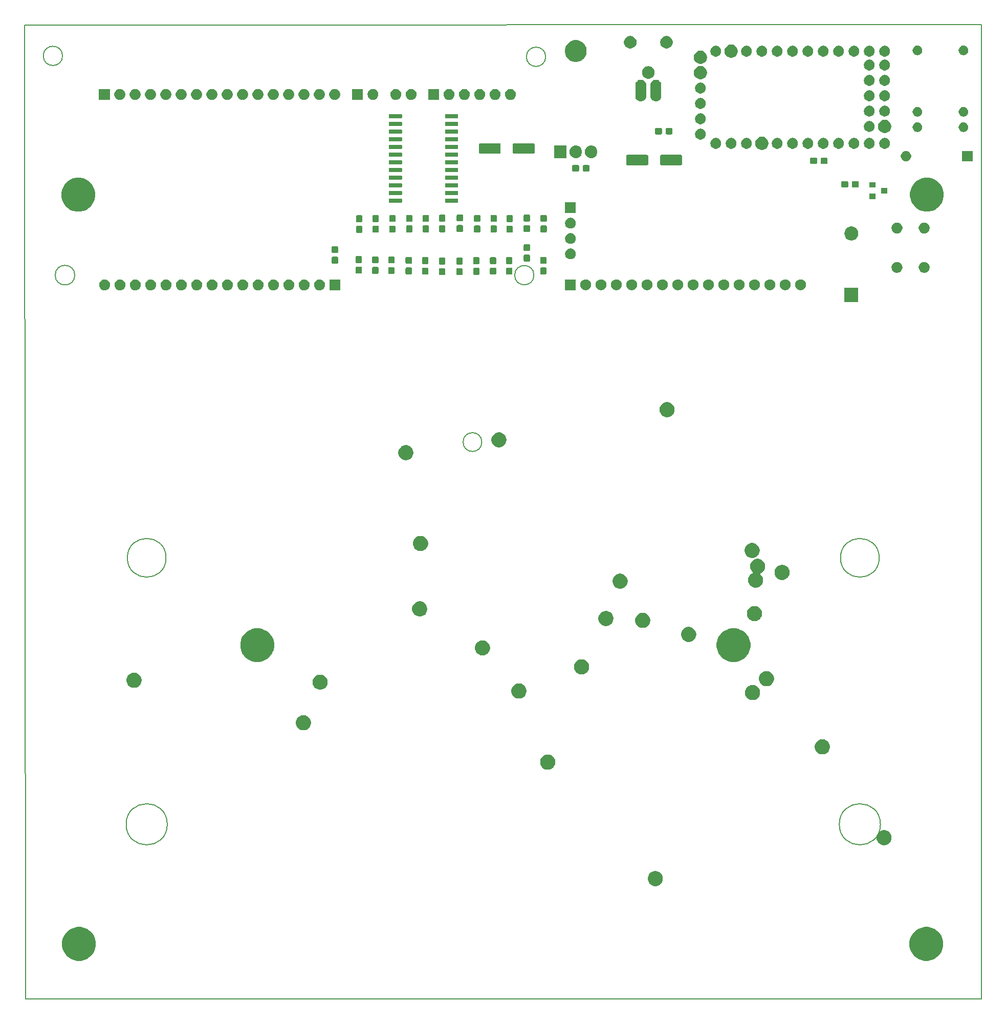
<source format=gts>
G04 #@! TF.GenerationSoftware,KiCad,Pcbnew,(5.1.5)-3*
G04 #@! TF.CreationDate,2020-04-03T10:30:42+02:00*
G04 #@! TF.ProjectId,carecasetester,63617265-6361-4736-9574-65737465722e,rev?*
G04 #@! TF.SameCoordinates,Original*
G04 #@! TF.FileFunction,Soldermask,Top*
G04 #@! TF.FilePolarity,Negative*
%FSLAX46Y46*%
G04 Gerber Fmt 4.6, Leading zero omitted, Abs format (unit mm)*
G04 Created by KiCad (PCBNEW (5.1.5)-3) date 2020-04-03 10:30:42*
%MOMM*%
%LPD*%
G04 APERTURE LIST*
%ADD10C,0.200000*%
%ADD11C,0.150000*%
G04 APERTURE END LIST*
D10*
X77000000Y-20080000D02*
X77000000Y-9350000D01*
X235330000Y-9300000D02*
X235330000Y-20030000D01*
X83280000Y-14450000D02*
G75*
G03X83280000Y-14450000I-1591897J0D01*
G01*
X163220000Y-14600000D02*
G75*
G03X163220000Y-14600000I-1590000J0D01*
G01*
X161280283Y-50710000D02*
G75*
G03X161280283Y-50710000I-1592180J0D01*
G01*
X85310123Y-50710000D02*
G75*
G03X85310123Y-50710000I-1622020J0D01*
G01*
X77000000Y-20080000D02*
X77150000Y-170400000D01*
X235330000Y-9300000D02*
X77000000Y-9350000D01*
X235290000Y-170410000D02*
X235330000Y-20030000D01*
X77150000Y-170400000D02*
X235290000Y-170410000D01*
X152660000Y-78311679D02*
G75*
G03X152660000Y-78311679I-1550000J0D01*
G01*
X100610000Y-141520000D02*
G75*
G03X100610000Y-141520000I-3400000J0D01*
G01*
X218610000Y-141520000D02*
G75*
G03X218610000Y-141520000I-3400000J0D01*
G01*
X218410000Y-97450000D02*
G75*
G03X218410000Y-97450000I-3200000J0D01*
G01*
X100410000Y-97450000D02*
G75*
G03X100410000Y-97450000I-3200000J0D01*
G01*
D11*
G36*
X227017021Y-158606640D02*
G01*
X227526769Y-158817785D01*
X227526771Y-158817786D01*
X227985534Y-159124321D01*
X228375679Y-159514466D01*
X228682214Y-159973229D01*
X228682215Y-159973231D01*
X228893360Y-160482979D01*
X229001000Y-161024124D01*
X229001000Y-161575876D01*
X228893360Y-162117021D01*
X228682215Y-162626769D01*
X228682214Y-162626771D01*
X228375679Y-163085534D01*
X227985534Y-163475679D01*
X227526771Y-163782214D01*
X227526770Y-163782215D01*
X227526769Y-163782215D01*
X227017021Y-163993360D01*
X226475876Y-164101000D01*
X225924124Y-164101000D01*
X225382979Y-163993360D01*
X224873231Y-163782215D01*
X224873230Y-163782215D01*
X224873229Y-163782214D01*
X224414466Y-163475679D01*
X224024321Y-163085534D01*
X223717786Y-162626771D01*
X223717785Y-162626769D01*
X223506640Y-162117021D01*
X223399000Y-161575876D01*
X223399000Y-161024124D01*
X223506640Y-160482979D01*
X223717785Y-159973231D01*
X223717786Y-159973229D01*
X224024321Y-159514466D01*
X224414466Y-159124321D01*
X224873229Y-158817786D01*
X224873231Y-158817785D01*
X225382979Y-158606640D01*
X225924124Y-158499000D01*
X226475876Y-158499000D01*
X227017021Y-158606640D01*
G37*
G36*
X86817021Y-158606640D02*
G01*
X87326769Y-158817785D01*
X87326771Y-158817786D01*
X87785534Y-159124321D01*
X88175679Y-159514466D01*
X88482214Y-159973229D01*
X88482215Y-159973231D01*
X88693360Y-160482979D01*
X88801000Y-161024124D01*
X88801000Y-161575876D01*
X88693360Y-162117021D01*
X88482215Y-162626769D01*
X88482214Y-162626771D01*
X88175679Y-163085534D01*
X87785534Y-163475679D01*
X87326771Y-163782214D01*
X87326770Y-163782215D01*
X87326769Y-163782215D01*
X86817021Y-163993360D01*
X86275876Y-164101000D01*
X85724124Y-164101000D01*
X85182979Y-163993360D01*
X84673231Y-163782215D01*
X84673230Y-163782215D01*
X84673229Y-163782214D01*
X84214466Y-163475679D01*
X83824321Y-163085534D01*
X83517786Y-162626771D01*
X83517785Y-162626769D01*
X83306640Y-162117021D01*
X83199000Y-161575876D01*
X83199000Y-161024124D01*
X83306640Y-160482979D01*
X83517785Y-159973231D01*
X83517786Y-159973229D01*
X83824321Y-159514466D01*
X84214466Y-159124321D01*
X84673229Y-158817786D01*
X84673231Y-158817785D01*
X85182979Y-158606640D01*
X85724124Y-158499000D01*
X86275876Y-158499000D01*
X86817021Y-158606640D01*
G37*
G36*
X181734610Y-149288036D02*
G01*
X181962095Y-149382264D01*
X181962097Y-149382265D01*
X182166828Y-149519062D01*
X182340938Y-149693172D01*
X182477736Y-149897905D01*
X182571964Y-150125390D01*
X182620000Y-150366884D01*
X182620000Y-150613116D01*
X182571964Y-150854610D01*
X182477736Y-151082095D01*
X182477735Y-151082097D01*
X182340938Y-151286828D01*
X182166828Y-151460938D01*
X181962097Y-151597735D01*
X181962096Y-151597736D01*
X181962095Y-151597736D01*
X181734610Y-151691964D01*
X181493116Y-151740000D01*
X181246884Y-151740000D01*
X181005390Y-151691964D01*
X180777905Y-151597736D01*
X180777904Y-151597736D01*
X180777903Y-151597735D01*
X180573172Y-151460938D01*
X180399062Y-151286828D01*
X180262265Y-151082097D01*
X180262264Y-151082095D01*
X180168036Y-150854610D01*
X180120000Y-150613116D01*
X180120000Y-150366884D01*
X180168036Y-150125390D01*
X180262264Y-149897905D01*
X180399062Y-149693172D01*
X180573172Y-149519062D01*
X180777903Y-149382265D01*
X180777905Y-149382264D01*
X181005390Y-149288036D01*
X181246884Y-149240000D01*
X181493116Y-149240000D01*
X181734610Y-149288036D01*
G37*
G36*
X219574610Y-142518036D02*
G01*
X219802095Y-142612264D01*
X219802097Y-142612265D01*
X220006828Y-142749062D01*
X220180938Y-142923172D01*
X220317736Y-143127905D01*
X220411964Y-143355390D01*
X220460000Y-143596884D01*
X220460000Y-143843116D01*
X220411964Y-144084610D01*
X220317736Y-144312095D01*
X220317735Y-144312097D01*
X220180938Y-144516828D01*
X220006828Y-144690938D01*
X219802097Y-144827735D01*
X219802096Y-144827736D01*
X219802095Y-144827736D01*
X219574610Y-144921964D01*
X219333116Y-144970000D01*
X219086884Y-144970000D01*
X218845390Y-144921964D01*
X218617905Y-144827736D01*
X218617904Y-144827736D01*
X218617903Y-144827735D01*
X218413172Y-144690938D01*
X218239062Y-144516828D01*
X218102265Y-144312097D01*
X218102264Y-144312095D01*
X218008036Y-144084610D01*
X217960000Y-143843116D01*
X217960000Y-143596884D01*
X218008036Y-143355390D01*
X218102264Y-143127905D01*
X218239062Y-142923172D01*
X218413172Y-142749062D01*
X218617903Y-142612265D01*
X218617905Y-142612264D01*
X218845390Y-142518036D01*
X219086884Y-142470000D01*
X219333116Y-142470000D01*
X219574610Y-142518036D01*
G37*
G36*
X163924610Y-130028036D02*
G01*
X164152095Y-130122264D01*
X164152097Y-130122265D01*
X164356828Y-130259062D01*
X164530938Y-130433172D01*
X164667736Y-130637905D01*
X164761964Y-130865390D01*
X164810000Y-131106884D01*
X164810000Y-131353116D01*
X164761964Y-131594610D01*
X164667736Y-131822095D01*
X164667735Y-131822097D01*
X164530938Y-132026828D01*
X164356828Y-132200938D01*
X164152097Y-132337735D01*
X164152096Y-132337736D01*
X164152095Y-132337736D01*
X163924610Y-132431964D01*
X163683116Y-132480000D01*
X163436884Y-132480000D01*
X163195390Y-132431964D01*
X162967905Y-132337736D01*
X162967904Y-132337736D01*
X162967903Y-132337735D01*
X162763172Y-132200938D01*
X162589062Y-132026828D01*
X162452265Y-131822097D01*
X162452264Y-131822095D01*
X162358036Y-131594610D01*
X162310000Y-131353116D01*
X162310000Y-131106884D01*
X162358036Y-130865390D01*
X162452264Y-130637905D01*
X162589062Y-130433172D01*
X162763172Y-130259062D01*
X162967903Y-130122265D01*
X162967905Y-130122264D01*
X163195390Y-130028036D01*
X163436884Y-129980000D01*
X163683116Y-129980000D01*
X163924610Y-130028036D01*
G37*
G36*
X209374610Y-127508036D02*
G01*
X209602095Y-127602264D01*
X209602097Y-127602265D01*
X209806828Y-127739062D01*
X209980938Y-127913172D01*
X210117736Y-128117905D01*
X210211964Y-128345390D01*
X210260000Y-128586884D01*
X210260000Y-128833116D01*
X210211964Y-129074610D01*
X210117736Y-129302095D01*
X210117735Y-129302097D01*
X209980938Y-129506828D01*
X209806828Y-129680938D01*
X209602097Y-129817735D01*
X209602096Y-129817736D01*
X209602095Y-129817736D01*
X209374610Y-129911964D01*
X209133116Y-129960000D01*
X208886884Y-129960000D01*
X208645390Y-129911964D01*
X208417905Y-129817736D01*
X208417904Y-129817736D01*
X208417903Y-129817735D01*
X208213172Y-129680938D01*
X208039062Y-129506828D01*
X207902265Y-129302097D01*
X207902264Y-129302095D01*
X207808036Y-129074610D01*
X207760000Y-128833116D01*
X207760000Y-128586884D01*
X207808036Y-128345390D01*
X207902264Y-128117905D01*
X208039062Y-127913172D01*
X208213172Y-127739062D01*
X208417903Y-127602265D01*
X208417905Y-127602264D01*
X208645390Y-127508036D01*
X208886884Y-127460000D01*
X209133116Y-127460000D01*
X209374610Y-127508036D01*
G37*
G36*
X123504610Y-123528036D02*
G01*
X123732095Y-123622264D01*
X123732097Y-123622265D01*
X123936828Y-123759062D01*
X124110938Y-123933172D01*
X124247736Y-124137905D01*
X124341964Y-124365390D01*
X124390000Y-124606884D01*
X124390000Y-124853116D01*
X124341964Y-125094610D01*
X124247736Y-125322095D01*
X124247735Y-125322097D01*
X124110938Y-125526828D01*
X123936828Y-125700938D01*
X123732097Y-125837735D01*
X123732096Y-125837736D01*
X123732095Y-125837736D01*
X123504610Y-125931964D01*
X123263116Y-125980000D01*
X123016884Y-125980000D01*
X122775390Y-125931964D01*
X122547905Y-125837736D01*
X122547904Y-125837736D01*
X122547903Y-125837735D01*
X122343172Y-125700938D01*
X122169062Y-125526828D01*
X122032265Y-125322097D01*
X122032264Y-125322095D01*
X121938036Y-125094610D01*
X121890000Y-124853116D01*
X121890000Y-124606884D01*
X121938036Y-124365390D01*
X122032264Y-124137905D01*
X122169062Y-123933172D01*
X122343172Y-123759062D01*
X122547903Y-123622265D01*
X122547905Y-123622264D01*
X122775390Y-123528036D01*
X123016884Y-123480000D01*
X123263116Y-123480000D01*
X123504610Y-123528036D01*
G37*
G36*
X197814610Y-118528036D02*
G01*
X198042095Y-118622264D01*
X198042097Y-118622265D01*
X198128503Y-118680000D01*
X198246828Y-118759062D01*
X198420938Y-118933172D01*
X198557736Y-119137905D01*
X198651964Y-119365390D01*
X198700000Y-119606884D01*
X198700000Y-119853116D01*
X198651964Y-120094610D01*
X198580628Y-120266828D01*
X198557735Y-120322097D01*
X198420938Y-120526828D01*
X198246828Y-120700938D01*
X198042097Y-120837735D01*
X198042096Y-120837736D01*
X198042095Y-120837736D01*
X197814610Y-120931964D01*
X197573116Y-120980000D01*
X197326884Y-120980000D01*
X197085390Y-120931964D01*
X196857905Y-120837736D01*
X196857904Y-120837736D01*
X196857903Y-120837735D01*
X196653172Y-120700938D01*
X196479062Y-120526828D01*
X196342265Y-120322097D01*
X196319372Y-120266828D01*
X196248036Y-120094610D01*
X196200000Y-119853116D01*
X196200000Y-119606884D01*
X196248036Y-119365390D01*
X196342264Y-119137905D01*
X196479062Y-118933172D01*
X196653172Y-118759062D01*
X196771497Y-118680000D01*
X196857903Y-118622265D01*
X196857905Y-118622264D01*
X197085390Y-118528036D01*
X197326884Y-118480000D01*
X197573116Y-118480000D01*
X197814610Y-118528036D01*
G37*
G36*
X159174610Y-118268036D02*
G01*
X159402095Y-118362264D01*
X159402097Y-118362265D01*
X159420574Y-118374611D01*
X159606828Y-118499062D01*
X159780938Y-118673172D01*
X159917736Y-118877905D01*
X160011964Y-119105390D01*
X160060000Y-119346884D01*
X160060000Y-119593116D01*
X160011964Y-119834610D01*
X159917736Y-120062095D01*
X159917735Y-120062097D01*
X159780938Y-120266828D01*
X159606828Y-120440938D01*
X159402097Y-120577735D01*
X159402096Y-120577736D01*
X159402095Y-120577736D01*
X159174610Y-120671964D01*
X158933116Y-120720000D01*
X158686884Y-120720000D01*
X158445390Y-120671964D01*
X158217905Y-120577736D01*
X158217904Y-120577736D01*
X158217903Y-120577735D01*
X158013172Y-120440938D01*
X157839062Y-120266828D01*
X157702265Y-120062097D01*
X157702264Y-120062095D01*
X157608036Y-119834610D01*
X157560000Y-119593116D01*
X157560000Y-119346884D01*
X157608036Y-119105390D01*
X157702264Y-118877905D01*
X157839062Y-118673172D01*
X158013172Y-118499062D01*
X158199426Y-118374611D01*
X158217903Y-118362265D01*
X158217905Y-118362264D01*
X158445390Y-118268036D01*
X158686884Y-118220000D01*
X158933116Y-118220000D01*
X159174610Y-118268036D01*
G37*
G36*
X126274610Y-116808036D02*
G01*
X126502095Y-116902264D01*
X126502097Y-116902265D01*
X126706828Y-117039062D01*
X126880938Y-117213172D01*
X126962602Y-117335390D01*
X127017736Y-117417905D01*
X127111964Y-117645390D01*
X127160000Y-117886884D01*
X127160000Y-118133116D01*
X127111964Y-118374610D01*
X127017736Y-118602095D01*
X127017735Y-118602097D01*
X126880938Y-118806828D01*
X126706828Y-118980938D01*
X126502097Y-119117735D01*
X126502096Y-119117736D01*
X126502095Y-119117736D01*
X126274610Y-119211964D01*
X126033116Y-119260000D01*
X125786884Y-119260000D01*
X125545390Y-119211964D01*
X125317905Y-119117736D01*
X125317904Y-119117736D01*
X125317903Y-119117735D01*
X125113172Y-118980938D01*
X124939062Y-118806828D01*
X124802265Y-118602097D01*
X124802264Y-118602095D01*
X124708036Y-118374610D01*
X124660000Y-118133116D01*
X124660000Y-117886884D01*
X124708036Y-117645390D01*
X124802264Y-117417905D01*
X124857399Y-117335390D01*
X124939062Y-117213172D01*
X125113172Y-117039062D01*
X125317903Y-116902265D01*
X125317905Y-116902264D01*
X125545390Y-116808036D01*
X125786884Y-116760000D01*
X126033116Y-116760000D01*
X126274610Y-116808036D01*
G37*
G36*
X95474610Y-116498036D02*
G01*
X95702095Y-116592264D01*
X95702097Y-116592265D01*
X95906828Y-116729062D01*
X96080938Y-116903172D01*
X96189329Y-117065390D01*
X96217736Y-117107905D01*
X96311964Y-117335390D01*
X96360000Y-117576884D01*
X96360000Y-117823116D01*
X96311964Y-118064610D01*
X96227701Y-118268037D01*
X96217735Y-118292097D01*
X96080938Y-118496828D01*
X95906828Y-118670938D01*
X95702097Y-118807735D01*
X95702096Y-118807736D01*
X95702095Y-118807736D01*
X95474610Y-118901964D01*
X95233116Y-118950000D01*
X94986884Y-118950000D01*
X94745390Y-118901964D01*
X94517905Y-118807736D01*
X94517904Y-118807736D01*
X94517903Y-118807735D01*
X94313172Y-118670938D01*
X94139062Y-118496828D01*
X94002265Y-118292097D01*
X93992299Y-118268037D01*
X93908036Y-118064610D01*
X93860000Y-117823116D01*
X93860000Y-117576884D01*
X93908036Y-117335390D01*
X94002264Y-117107905D01*
X94030672Y-117065390D01*
X94139062Y-116903172D01*
X94313172Y-116729062D01*
X94517903Y-116592265D01*
X94517905Y-116592264D01*
X94745390Y-116498036D01*
X94986884Y-116450000D01*
X95233116Y-116450000D01*
X95474610Y-116498036D01*
G37*
G36*
X200124610Y-116228036D02*
G01*
X200352095Y-116322264D01*
X200352097Y-116322265D01*
X200543266Y-116450000D01*
X200556828Y-116459062D01*
X200730938Y-116633172D01*
X200867736Y-116837905D01*
X200961964Y-117065390D01*
X201010000Y-117306884D01*
X201010000Y-117553116D01*
X200961964Y-117794610D01*
X200867736Y-118022095D01*
X200867735Y-118022097D01*
X200730938Y-118226828D01*
X200556828Y-118400938D01*
X200352097Y-118537735D01*
X200352096Y-118537736D01*
X200352095Y-118537736D01*
X200124610Y-118631964D01*
X199883116Y-118680000D01*
X199636884Y-118680000D01*
X199395390Y-118631964D01*
X199167905Y-118537736D01*
X199167904Y-118537736D01*
X199167903Y-118537735D01*
X198963172Y-118400938D01*
X198789062Y-118226828D01*
X198652265Y-118022097D01*
X198652264Y-118022095D01*
X198558036Y-117794610D01*
X198510000Y-117553116D01*
X198510000Y-117306884D01*
X198558036Y-117065390D01*
X198652264Y-116837905D01*
X198789062Y-116633172D01*
X198963172Y-116459062D01*
X198976734Y-116450000D01*
X199167903Y-116322265D01*
X199167905Y-116322264D01*
X199395390Y-116228036D01*
X199636884Y-116180000D01*
X199883116Y-116180000D01*
X200124610Y-116228036D01*
G37*
G36*
X169534610Y-114278036D02*
G01*
X169762095Y-114372264D01*
X169762097Y-114372265D01*
X169776988Y-114382215D01*
X169966828Y-114509062D01*
X170140938Y-114683172D01*
X170277736Y-114887905D01*
X170371964Y-115115390D01*
X170420000Y-115356884D01*
X170420000Y-115603116D01*
X170371964Y-115844610D01*
X170277736Y-116072095D01*
X170277735Y-116072097D01*
X170140938Y-116276828D01*
X169966828Y-116450938D01*
X169762097Y-116587735D01*
X169762096Y-116587736D01*
X169762095Y-116587736D01*
X169534610Y-116681964D01*
X169293116Y-116730000D01*
X169046884Y-116730000D01*
X168805390Y-116681964D01*
X168577905Y-116587736D01*
X168577904Y-116587736D01*
X168577903Y-116587735D01*
X168373172Y-116450938D01*
X168199062Y-116276828D01*
X168062265Y-116072097D01*
X168062264Y-116072095D01*
X167968036Y-115844610D01*
X167920000Y-115603116D01*
X167920000Y-115356884D01*
X167968036Y-115115390D01*
X168062264Y-114887905D01*
X168199062Y-114683172D01*
X168373172Y-114509062D01*
X168563012Y-114382215D01*
X168577903Y-114372265D01*
X168577905Y-114372264D01*
X168805390Y-114278036D01*
X169046884Y-114230000D01*
X169293116Y-114230000D01*
X169534610Y-114278036D01*
G37*
G36*
X116317021Y-109206640D02*
G01*
X116574211Y-109313172D01*
X116826771Y-109417786D01*
X117285534Y-109724321D01*
X117675679Y-110114466D01*
X117982214Y-110573229D01*
X117982215Y-110573231D01*
X118193360Y-111082979D01*
X118301000Y-111624124D01*
X118301000Y-112175876D01*
X118193360Y-112717021D01*
X118104273Y-112932095D01*
X117982214Y-113226771D01*
X117675679Y-113685534D01*
X117285534Y-114075679D01*
X116826771Y-114382214D01*
X116826770Y-114382215D01*
X116826769Y-114382215D01*
X116317021Y-114593360D01*
X115775876Y-114701000D01*
X115224124Y-114701000D01*
X114682979Y-114593360D01*
X114173231Y-114382215D01*
X114173230Y-114382215D01*
X114173229Y-114382214D01*
X113714466Y-114075679D01*
X113324321Y-113685534D01*
X113017786Y-113226771D01*
X112895727Y-112932095D01*
X112806640Y-112717021D01*
X112699000Y-112175876D01*
X112699000Y-111624124D01*
X112806640Y-111082979D01*
X113017785Y-110573231D01*
X113017786Y-110573229D01*
X113324321Y-110114466D01*
X113714466Y-109724321D01*
X114173229Y-109417786D01*
X114425789Y-109313172D01*
X114682979Y-109206640D01*
X115224124Y-109099000D01*
X115775876Y-109099000D01*
X116317021Y-109206640D01*
G37*
G36*
X195117021Y-109206640D02*
G01*
X195374211Y-109313172D01*
X195626771Y-109417786D01*
X196085534Y-109724321D01*
X196475679Y-110114466D01*
X196782214Y-110573229D01*
X196782215Y-110573231D01*
X196993360Y-111082979D01*
X197101000Y-111624124D01*
X197101000Y-112175876D01*
X196993360Y-112717021D01*
X196904273Y-112932095D01*
X196782214Y-113226771D01*
X196475679Y-113685534D01*
X196085534Y-114075679D01*
X195626771Y-114382214D01*
X195626770Y-114382215D01*
X195626769Y-114382215D01*
X195117021Y-114593360D01*
X194575876Y-114701000D01*
X194024124Y-114701000D01*
X193482979Y-114593360D01*
X192973231Y-114382215D01*
X192973230Y-114382215D01*
X192973229Y-114382214D01*
X192514466Y-114075679D01*
X192124321Y-113685534D01*
X191817786Y-113226771D01*
X191695727Y-112932095D01*
X191606640Y-112717021D01*
X191499000Y-112175876D01*
X191499000Y-111624124D01*
X191606640Y-111082979D01*
X191817785Y-110573231D01*
X191817786Y-110573229D01*
X192124321Y-110114466D01*
X192514466Y-109724321D01*
X192973229Y-109417786D01*
X193225789Y-109313172D01*
X193482979Y-109206640D01*
X194024124Y-109099000D01*
X194575876Y-109099000D01*
X195117021Y-109206640D01*
G37*
G36*
X153134610Y-111138036D02*
G01*
X153362095Y-111232264D01*
X153362097Y-111232265D01*
X153481373Y-111311963D01*
X153566828Y-111369062D01*
X153740938Y-111543172D01*
X153877736Y-111747905D01*
X153971964Y-111975390D01*
X154020000Y-112216884D01*
X154020000Y-112463116D01*
X153971964Y-112704610D01*
X153877736Y-112932095D01*
X153877735Y-112932097D01*
X153740938Y-113136828D01*
X153566828Y-113310938D01*
X153362097Y-113447735D01*
X153362096Y-113447736D01*
X153362095Y-113447736D01*
X153134610Y-113541964D01*
X152893116Y-113590000D01*
X152646884Y-113590000D01*
X152405390Y-113541964D01*
X152177905Y-113447736D01*
X152177904Y-113447736D01*
X152177903Y-113447735D01*
X151973172Y-113310938D01*
X151799062Y-113136828D01*
X151662265Y-112932097D01*
X151662264Y-112932095D01*
X151568036Y-112704610D01*
X151520000Y-112463116D01*
X151520000Y-112216884D01*
X151568036Y-111975390D01*
X151662264Y-111747905D01*
X151799062Y-111543172D01*
X151973172Y-111369062D01*
X152058627Y-111311963D01*
X152177903Y-111232265D01*
X152177905Y-111232264D01*
X152405390Y-111138036D01*
X152646884Y-111090000D01*
X152893116Y-111090000D01*
X153134610Y-111138036D01*
G37*
G36*
X187244610Y-108908036D02*
G01*
X187472095Y-109002264D01*
X187472097Y-109002265D01*
X187528571Y-109040000D01*
X187676828Y-109139062D01*
X187850938Y-109313172D01*
X187987736Y-109517905D01*
X188081964Y-109745390D01*
X188130000Y-109986884D01*
X188130000Y-110233116D01*
X188081964Y-110474610D01*
X187987736Y-110702095D01*
X187987735Y-110702097D01*
X187850938Y-110906828D01*
X187676828Y-111080938D01*
X187472097Y-111217735D01*
X187472096Y-111217736D01*
X187472095Y-111217736D01*
X187244610Y-111311964D01*
X187003116Y-111360000D01*
X186756884Y-111360000D01*
X186515390Y-111311964D01*
X186287905Y-111217736D01*
X186287904Y-111217736D01*
X186287903Y-111217735D01*
X186083172Y-111080938D01*
X185909062Y-110906828D01*
X185772265Y-110702097D01*
X185772264Y-110702095D01*
X185678036Y-110474610D01*
X185630000Y-110233116D01*
X185630000Y-109986884D01*
X185678036Y-109745390D01*
X185772264Y-109517905D01*
X185909062Y-109313172D01*
X186083172Y-109139062D01*
X186231429Y-109040000D01*
X186287903Y-109002265D01*
X186287905Y-109002264D01*
X186515390Y-108908036D01*
X186756884Y-108860000D01*
X187003116Y-108860000D01*
X187244610Y-108908036D01*
G37*
G36*
X179644610Y-106588036D02*
G01*
X179872095Y-106682264D01*
X179872097Y-106682265D01*
X180076828Y-106819062D01*
X180250938Y-106993172D01*
X180332602Y-107115390D01*
X180387736Y-107197905D01*
X180481964Y-107425390D01*
X180530000Y-107666884D01*
X180530000Y-107913116D01*
X180481964Y-108154610D01*
X180431339Y-108276828D01*
X180387735Y-108382097D01*
X180250938Y-108586828D01*
X180076828Y-108760938D01*
X179872097Y-108897735D01*
X179872096Y-108897736D01*
X179872095Y-108897736D01*
X179644610Y-108991964D01*
X179403116Y-109040000D01*
X179156884Y-109040000D01*
X178915390Y-108991964D01*
X178687905Y-108897736D01*
X178687904Y-108897736D01*
X178687903Y-108897735D01*
X178483172Y-108760938D01*
X178309062Y-108586828D01*
X178172265Y-108382097D01*
X178128661Y-108276828D01*
X178078036Y-108154610D01*
X178030000Y-107913116D01*
X178030000Y-107666884D01*
X178078036Y-107425390D01*
X178172264Y-107197905D01*
X178227399Y-107115390D01*
X178309062Y-106993172D01*
X178483172Y-106819062D01*
X178687903Y-106682265D01*
X178687905Y-106682264D01*
X178915390Y-106588036D01*
X179156884Y-106540000D01*
X179403116Y-106540000D01*
X179644610Y-106588036D01*
G37*
G36*
X173554610Y-106278036D02*
G01*
X173782095Y-106372264D01*
X173782097Y-106372265D01*
X173961435Y-106492095D01*
X173986828Y-106509062D01*
X174160938Y-106683172D01*
X174297736Y-106887905D01*
X174391964Y-107115390D01*
X174440000Y-107356884D01*
X174440000Y-107603116D01*
X174391964Y-107844610D01*
X174360736Y-107920000D01*
X174297735Y-108072097D01*
X174160938Y-108276828D01*
X173986828Y-108450938D01*
X173782097Y-108587735D01*
X173782096Y-108587736D01*
X173782095Y-108587736D01*
X173554610Y-108681964D01*
X173313116Y-108730000D01*
X173066884Y-108730000D01*
X172825390Y-108681964D01*
X172597905Y-108587736D01*
X172597904Y-108587736D01*
X172597903Y-108587735D01*
X172393172Y-108450938D01*
X172219062Y-108276828D01*
X172082265Y-108072097D01*
X172019264Y-107920000D01*
X171988036Y-107844610D01*
X171940000Y-107603116D01*
X171940000Y-107356884D01*
X171988036Y-107115390D01*
X172082264Y-106887905D01*
X172219062Y-106683172D01*
X172393172Y-106509062D01*
X172418565Y-106492095D01*
X172597903Y-106372265D01*
X172597905Y-106372264D01*
X172825390Y-106278036D01*
X173066884Y-106230000D01*
X173313116Y-106230000D01*
X173554610Y-106278036D01*
G37*
G36*
X198134610Y-105468036D02*
G01*
X198362095Y-105562264D01*
X198362097Y-105562265D01*
X198566828Y-105699062D01*
X198740938Y-105873172D01*
X198877736Y-106077905D01*
X198971964Y-106305390D01*
X199020000Y-106546884D01*
X199020000Y-106793116D01*
X198971964Y-107034610D01*
X198877736Y-107262095D01*
X198877735Y-107262097D01*
X198740938Y-107466828D01*
X198566828Y-107640938D01*
X198362097Y-107777735D01*
X198362096Y-107777736D01*
X198362095Y-107777736D01*
X198134610Y-107871964D01*
X197893116Y-107920000D01*
X197646884Y-107920000D01*
X197405390Y-107871964D01*
X197177905Y-107777736D01*
X197177904Y-107777736D01*
X197177903Y-107777735D01*
X196973172Y-107640938D01*
X196799062Y-107466828D01*
X196662265Y-107262097D01*
X196662264Y-107262095D01*
X196568036Y-107034610D01*
X196520000Y-106793116D01*
X196520000Y-106546884D01*
X196568036Y-106305390D01*
X196662264Y-106077905D01*
X196799062Y-105873172D01*
X196973172Y-105699062D01*
X197177903Y-105562265D01*
X197177905Y-105562264D01*
X197405390Y-105468036D01*
X197646884Y-105420000D01*
X197893116Y-105420000D01*
X198134610Y-105468036D01*
G37*
G36*
X142744610Y-104698036D02*
G01*
X142972095Y-104792264D01*
X142972097Y-104792265D01*
X143176828Y-104929062D01*
X143350938Y-105103172D01*
X143487736Y-105307905D01*
X143581964Y-105535390D01*
X143630000Y-105776884D01*
X143630000Y-106023116D01*
X143581964Y-106264610D01*
X143487736Y-106492095D01*
X143487735Y-106492097D01*
X143350938Y-106696828D01*
X143176828Y-106870938D01*
X142972097Y-107007735D01*
X142972096Y-107007736D01*
X142972095Y-107007736D01*
X142744610Y-107101964D01*
X142503116Y-107150000D01*
X142256884Y-107150000D01*
X142015390Y-107101964D01*
X141787905Y-107007736D01*
X141787904Y-107007736D01*
X141787903Y-107007735D01*
X141583172Y-106870938D01*
X141409062Y-106696828D01*
X141272265Y-106492097D01*
X141272264Y-106492095D01*
X141178036Y-106264610D01*
X141130000Y-106023116D01*
X141130000Y-105776884D01*
X141178036Y-105535390D01*
X141272264Y-105307905D01*
X141409062Y-105103172D01*
X141583172Y-104929062D01*
X141787903Y-104792265D01*
X141787905Y-104792264D01*
X142015390Y-104698036D01*
X142256884Y-104650000D01*
X142503116Y-104650000D01*
X142744610Y-104698036D01*
G37*
G36*
X175904610Y-100108036D02*
G01*
X176099117Y-100188604D01*
X176132097Y-100202265D01*
X176150574Y-100214611D01*
X176336828Y-100339062D01*
X176510938Y-100513172D01*
X176647736Y-100717905D01*
X176741964Y-100945390D01*
X176790000Y-101186884D01*
X176790000Y-101433116D01*
X176741964Y-101674610D01*
X176722294Y-101722097D01*
X176647735Y-101902097D01*
X176510938Y-102106828D01*
X176336828Y-102280938D01*
X176132097Y-102417735D01*
X176132096Y-102417736D01*
X176132095Y-102417736D01*
X175904610Y-102511964D01*
X175663116Y-102560000D01*
X175416884Y-102560000D01*
X175175390Y-102511964D01*
X174947905Y-102417736D01*
X174947904Y-102417736D01*
X174947903Y-102417735D01*
X174743172Y-102280938D01*
X174569062Y-102106828D01*
X174432265Y-101902097D01*
X174357706Y-101722097D01*
X174338036Y-101674610D01*
X174290000Y-101433116D01*
X174290000Y-101186884D01*
X174338036Y-100945390D01*
X174432264Y-100717905D01*
X174569062Y-100513172D01*
X174743172Y-100339062D01*
X174929426Y-100214611D01*
X174947903Y-100202265D01*
X174980883Y-100188604D01*
X175175390Y-100108036D01*
X175416884Y-100060000D01*
X175663116Y-100060000D01*
X175904610Y-100108036D01*
G37*
G36*
X198664610Y-97648036D02*
G01*
X198892095Y-97742264D01*
X198892097Y-97742265D01*
X199096828Y-97879062D01*
X199270938Y-98053172D01*
X199407736Y-98257905D01*
X199501964Y-98485390D01*
X199550000Y-98726884D01*
X199550000Y-98973116D01*
X199501964Y-99214610D01*
X199407736Y-99442095D01*
X199407735Y-99442097D01*
X199270938Y-99646828D01*
X199096828Y-99820938D01*
X198892097Y-99957735D01*
X198826922Y-99984732D01*
X198805311Y-99996284D01*
X198786370Y-100011829D01*
X198770825Y-100030771D01*
X198759274Y-100052382D01*
X198752161Y-100075831D01*
X198749759Y-100100217D01*
X198752161Y-100124603D01*
X198759274Y-100148052D01*
X198770826Y-100169663D01*
X198786370Y-100188604D01*
X198930938Y-100333172D01*
X199067736Y-100537905D01*
X199161964Y-100765390D01*
X199210000Y-101006884D01*
X199210000Y-101253116D01*
X199161964Y-101494610D01*
X199067736Y-101722095D01*
X199067735Y-101722097D01*
X198930938Y-101926828D01*
X198756828Y-102100938D01*
X198552097Y-102237735D01*
X198552096Y-102237736D01*
X198552095Y-102237736D01*
X198324610Y-102331964D01*
X198083116Y-102380000D01*
X197836884Y-102380000D01*
X197595390Y-102331964D01*
X197367905Y-102237736D01*
X197367904Y-102237736D01*
X197367903Y-102237735D01*
X197163172Y-102100938D01*
X196989062Y-101926828D01*
X196852265Y-101722097D01*
X196852264Y-101722095D01*
X196758036Y-101494610D01*
X196710000Y-101253116D01*
X196710000Y-101006884D01*
X196758036Y-100765390D01*
X196852264Y-100537905D01*
X196989062Y-100333172D01*
X197163172Y-100159062D01*
X197367903Y-100022265D01*
X197433078Y-99995268D01*
X197454689Y-99983716D01*
X197473630Y-99968171D01*
X197489175Y-99949229D01*
X197500726Y-99927618D01*
X197507839Y-99904169D01*
X197510241Y-99879783D01*
X197507839Y-99855397D01*
X197500726Y-99831948D01*
X197489174Y-99810337D01*
X197473630Y-99791396D01*
X197329062Y-99646828D01*
X197192265Y-99442097D01*
X197192264Y-99442095D01*
X197098036Y-99214610D01*
X197050000Y-98973116D01*
X197050000Y-98726884D01*
X197098036Y-98485390D01*
X197192264Y-98257905D01*
X197329062Y-98053172D01*
X197503172Y-97879062D01*
X197707903Y-97742265D01*
X197707905Y-97742264D01*
X197935390Y-97648036D01*
X198176884Y-97600000D01*
X198423116Y-97600000D01*
X198664610Y-97648036D01*
G37*
G36*
X202704610Y-98648036D02*
G01*
X202894969Y-98726886D01*
X202932097Y-98742265D01*
X203136828Y-98879062D01*
X203310938Y-99053172D01*
X203418808Y-99214610D01*
X203447736Y-99257905D01*
X203541964Y-99485390D01*
X203590000Y-99726884D01*
X203590000Y-99973116D01*
X203541964Y-100214610D01*
X203490414Y-100339062D01*
X203447735Y-100442097D01*
X203310938Y-100646828D01*
X203136828Y-100820938D01*
X202932097Y-100957735D01*
X202932096Y-100957736D01*
X202932095Y-100957736D01*
X202704610Y-101051964D01*
X202463116Y-101100000D01*
X202216884Y-101100000D01*
X201975390Y-101051964D01*
X201747905Y-100957736D01*
X201747904Y-100957736D01*
X201747903Y-100957735D01*
X201543172Y-100820938D01*
X201369062Y-100646828D01*
X201232265Y-100442097D01*
X201189586Y-100339062D01*
X201138036Y-100214610D01*
X201090000Y-99973116D01*
X201090000Y-99726884D01*
X201138036Y-99485390D01*
X201232264Y-99257905D01*
X201261193Y-99214610D01*
X201369062Y-99053172D01*
X201543172Y-98879062D01*
X201747903Y-98742265D01*
X201785031Y-98726886D01*
X201975390Y-98648036D01*
X202216884Y-98600000D01*
X202463116Y-98600000D01*
X202704610Y-98648036D01*
G37*
G36*
X197744610Y-95028036D02*
G01*
X197972095Y-95122264D01*
X197972097Y-95122265D01*
X198078130Y-95193114D01*
X198176828Y-95259062D01*
X198350938Y-95433172D01*
X198487736Y-95637905D01*
X198581964Y-95865390D01*
X198630000Y-96106884D01*
X198630000Y-96353116D01*
X198581964Y-96594610D01*
X198487736Y-96822095D01*
X198487735Y-96822097D01*
X198350938Y-97026828D01*
X198176828Y-97200938D01*
X197972097Y-97337735D01*
X197972096Y-97337736D01*
X197972095Y-97337736D01*
X197744610Y-97431964D01*
X197503116Y-97480000D01*
X197256884Y-97480000D01*
X197015390Y-97431964D01*
X196787905Y-97337736D01*
X196787904Y-97337736D01*
X196787903Y-97337735D01*
X196583172Y-97200938D01*
X196409062Y-97026828D01*
X196272265Y-96822097D01*
X196272264Y-96822095D01*
X196178036Y-96594610D01*
X196130000Y-96353116D01*
X196130000Y-96106884D01*
X196178036Y-95865390D01*
X196272264Y-95637905D01*
X196409062Y-95433172D01*
X196583172Y-95259062D01*
X196681870Y-95193114D01*
X196787903Y-95122265D01*
X196787905Y-95122264D01*
X197015390Y-95028036D01*
X197256884Y-94980000D01*
X197503116Y-94980000D01*
X197744610Y-95028036D01*
G37*
G36*
X142874610Y-93868036D02*
G01*
X143102095Y-93962264D01*
X143102097Y-93962265D01*
X143306828Y-94099062D01*
X143480938Y-94273172D01*
X143617736Y-94477905D01*
X143711964Y-94705390D01*
X143760000Y-94946884D01*
X143760000Y-95193116D01*
X143711964Y-95434610D01*
X143627757Y-95637903D01*
X143617735Y-95662097D01*
X143480938Y-95866828D01*
X143306828Y-96040938D01*
X143102097Y-96177735D01*
X143102096Y-96177736D01*
X143102095Y-96177736D01*
X142874610Y-96271964D01*
X142633116Y-96320000D01*
X142386884Y-96320000D01*
X142145390Y-96271964D01*
X141917905Y-96177736D01*
X141917904Y-96177736D01*
X141917903Y-96177735D01*
X141713172Y-96040938D01*
X141539062Y-95866828D01*
X141402265Y-95662097D01*
X141392243Y-95637903D01*
X141308036Y-95434610D01*
X141260000Y-95193116D01*
X141260000Y-94946884D01*
X141308036Y-94705390D01*
X141402264Y-94477905D01*
X141539062Y-94273172D01*
X141713172Y-94099062D01*
X141917903Y-93962265D01*
X141917905Y-93962264D01*
X142145390Y-93868036D01*
X142386884Y-93820000D01*
X142633116Y-93820000D01*
X142874610Y-93868036D01*
G37*
G36*
X140454610Y-78858036D02*
G01*
X140682095Y-78952264D01*
X140682097Y-78952265D01*
X140824978Y-79047735D01*
X140886828Y-79089062D01*
X141060938Y-79263172D01*
X141197736Y-79467905D01*
X141291964Y-79695390D01*
X141340000Y-79936884D01*
X141340000Y-80183116D01*
X141291964Y-80424610D01*
X141197736Y-80652095D01*
X141197735Y-80652097D01*
X141060938Y-80856828D01*
X140886828Y-81030938D01*
X140682097Y-81167735D01*
X140682096Y-81167736D01*
X140682095Y-81167736D01*
X140454610Y-81261964D01*
X140213116Y-81310000D01*
X139966884Y-81310000D01*
X139725390Y-81261964D01*
X139497905Y-81167736D01*
X139497904Y-81167736D01*
X139497903Y-81167735D01*
X139293172Y-81030938D01*
X139119062Y-80856828D01*
X138982265Y-80652097D01*
X138982264Y-80652095D01*
X138888036Y-80424610D01*
X138840000Y-80183116D01*
X138840000Y-79936884D01*
X138888036Y-79695390D01*
X138982264Y-79467905D01*
X139119062Y-79263172D01*
X139293172Y-79089062D01*
X139355022Y-79047735D01*
X139497903Y-78952265D01*
X139497905Y-78952264D01*
X139725390Y-78858036D01*
X139966884Y-78810000D01*
X140213116Y-78810000D01*
X140454610Y-78858036D01*
G37*
G36*
X155854610Y-76738036D02*
G01*
X156082095Y-76832264D01*
X156082097Y-76832265D01*
X156286828Y-76969062D01*
X156460938Y-77143172D01*
X156597736Y-77347905D01*
X156691964Y-77575390D01*
X156740000Y-77816884D01*
X156740000Y-78063116D01*
X156691964Y-78304610D01*
X156597736Y-78532095D01*
X156597735Y-78532097D01*
X156460938Y-78736828D01*
X156286828Y-78910938D01*
X156082097Y-79047735D01*
X156082096Y-79047736D01*
X156082095Y-79047736D01*
X155854610Y-79141964D01*
X155613116Y-79190000D01*
X155366884Y-79190000D01*
X155125390Y-79141964D01*
X154897905Y-79047736D01*
X154897904Y-79047736D01*
X154897903Y-79047735D01*
X154693172Y-78910938D01*
X154519062Y-78736828D01*
X154382265Y-78532097D01*
X154382264Y-78532095D01*
X154288036Y-78304610D01*
X154240000Y-78063116D01*
X154240000Y-77816884D01*
X154288036Y-77575390D01*
X154382264Y-77347905D01*
X154519062Y-77143172D01*
X154693172Y-76969062D01*
X154897903Y-76832265D01*
X154897905Y-76832264D01*
X155125390Y-76738036D01*
X155366884Y-76690000D01*
X155613116Y-76690000D01*
X155854610Y-76738036D01*
G37*
G36*
X183674610Y-71748036D02*
G01*
X183902095Y-71842264D01*
X183902097Y-71842265D01*
X184106828Y-71979062D01*
X184280938Y-72153172D01*
X184417736Y-72357905D01*
X184511964Y-72585390D01*
X184560000Y-72826884D01*
X184560000Y-73073116D01*
X184511964Y-73314610D01*
X184417736Y-73542095D01*
X184417735Y-73542097D01*
X184280938Y-73746828D01*
X184106828Y-73920938D01*
X183902097Y-74057735D01*
X183902096Y-74057736D01*
X183902095Y-74057736D01*
X183674610Y-74151964D01*
X183433116Y-74200000D01*
X183186884Y-74200000D01*
X182945390Y-74151964D01*
X182717905Y-74057736D01*
X182717904Y-74057736D01*
X182717903Y-74057735D01*
X182513172Y-73920938D01*
X182339062Y-73746828D01*
X182202265Y-73542097D01*
X182202264Y-73542095D01*
X182108036Y-73314610D01*
X182060000Y-73073116D01*
X182060000Y-72826884D01*
X182108036Y-72585390D01*
X182202264Y-72357905D01*
X182339062Y-72153172D01*
X182513172Y-71979062D01*
X182717903Y-71842265D01*
X182717905Y-71842264D01*
X182945390Y-71748036D01*
X183186884Y-71700000D01*
X183433116Y-71700000D01*
X183674610Y-71748036D01*
G37*
G36*
X214961000Y-55131000D02*
G01*
X212659000Y-55131000D01*
X212659000Y-52829000D01*
X214961000Y-52829000D01*
X214961000Y-55131000D01*
G37*
G36*
X129241000Y-53211000D02*
G01*
X127439000Y-53211000D01*
X127439000Y-51409000D01*
X129241000Y-51409000D01*
X129241000Y-53211000D01*
G37*
G36*
X125913512Y-51413927D02*
G01*
X126062812Y-51443624D01*
X126226784Y-51511544D01*
X126374354Y-51610147D01*
X126499853Y-51735646D01*
X126598456Y-51883216D01*
X126666376Y-52047188D01*
X126701000Y-52221259D01*
X126701000Y-52398741D01*
X126666376Y-52572812D01*
X126598456Y-52736784D01*
X126499853Y-52884354D01*
X126374354Y-53009853D01*
X126226784Y-53108456D01*
X126062812Y-53176376D01*
X125913512Y-53206073D01*
X125888742Y-53211000D01*
X125711258Y-53211000D01*
X125686488Y-53206073D01*
X125537188Y-53176376D01*
X125373216Y-53108456D01*
X125225646Y-53009853D01*
X125100147Y-52884354D01*
X125001544Y-52736784D01*
X124933624Y-52572812D01*
X124899000Y-52398741D01*
X124899000Y-52221259D01*
X124933624Y-52047188D01*
X125001544Y-51883216D01*
X125100147Y-51735646D01*
X125225646Y-51610147D01*
X125373216Y-51511544D01*
X125537188Y-51443624D01*
X125686488Y-51413927D01*
X125711258Y-51409000D01*
X125888742Y-51409000D01*
X125913512Y-51413927D01*
G37*
G36*
X123373512Y-51413927D02*
G01*
X123522812Y-51443624D01*
X123686784Y-51511544D01*
X123834354Y-51610147D01*
X123959853Y-51735646D01*
X124058456Y-51883216D01*
X124126376Y-52047188D01*
X124161000Y-52221259D01*
X124161000Y-52398741D01*
X124126376Y-52572812D01*
X124058456Y-52736784D01*
X123959853Y-52884354D01*
X123834354Y-53009853D01*
X123686784Y-53108456D01*
X123522812Y-53176376D01*
X123373512Y-53206073D01*
X123348742Y-53211000D01*
X123171258Y-53211000D01*
X123146488Y-53206073D01*
X122997188Y-53176376D01*
X122833216Y-53108456D01*
X122685646Y-53009853D01*
X122560147Y-52884354D01*
X122461544Y-52736784D01*
X122393624Y-52572812D01*
X122359000Y-52398741D01*
X122359000Y-52221259D01*
X122393624Y-52047188D01*
X122461544Y-51883216D01*
X122560147Y-51735646D01*
X122685646Y-51610147D01*
X122833216Y-51511544D01*
X122997188Y-51443624D01*
X123146488Y-51413927D01*
X123171258Y-51409000D01*
X123348742Y-51409000D01*
X123373512Y-51413927D01*
G37*
G36*
X97973512Y-51413927D02*
G01*
X98122812Y-51443624D01*
X98286784Y-51511544D01*
X98434354Y-51610147D01*
X98559853Y-51735646D01*
X98658456Y-51883216D01*
X98726376Y-52047188D01*
X98761000Y-52221259D01*
X98761000Y-52398741D01*
X98726376Y-52572812D01*
X98658456Y-52736784D01*
X98559853Y-52884354D01*
X98434354Y-53009853D01*
X98286784Y-53108456D01*
X98122812Y-53176376D01*
X97973512Y-53206073D01*
X97948742Y-53211000D01*
X97771258Y-53211000D01*
X97746488Y-53206073D01*
X97597188Y-53176376D01*
X97433216Y-53108456D01*
X97285646Y-53009853D01*
X97160147Y-52884354D01*
X97061544Y-52736784D01*
X96993624Y-52572812D01*
X96959000Y-52398741D01*
X96959000Y-52221259D01*
X96993624Y-52047188D01*
X97061544Y-51883216D01*
X97160147Y-51735646D01*
X97285646Y-51610147D01*
X97433216Y-51511544D01*
X97597188Y-51443624D01*
X97746488Y-51413927D01*
X97771258Y-51409000D01*
X97948742Y-51409000D01*
X97973512Y-51413927D01*
G37*
G36*
X120833512Y-51413927D02*
G01*
X120982812Y-51443624D01*
X121146784Y-51511544D01*
X121294354Y-51610147D01*
X121419853Y-51735646D01*
X121518456Y-51883216D01*
X121586376Y-52047188D01*
X121621000Y-52221259D01*
X121621000Y-52398741D01*
X121586376Y-52572812D01*
X121518456Y-52736784D01*
X121419853Y-52884354D01*
X121294354Y-53009853D01*
X121146784Y-53108456D01*
X120982812Y-53176376D01*
X120833512Y-53206073D01*
X120808742Y-53211000D01*
X120631258Y-53211000D01*
X120606488Y-53206073D01*
X120457188Y-53176376D01*
X120293216Y-53108456D01*
X120145646Y-53009853D01*
X120020147Y-52884354D01*
X119921544Y-52736784D01*
X119853624Y-52572812D01*
X119819000Y-52398741D01*
X119819000Y-52221259D01*
X119853624Y-52047188D01*
X119921544Y-51883216D01*
X120020147Y-51735646D01*
X120145646Y-51610147D01*
X120293216Y-51511544D01*
X120457188Y-51443624D01*
X120606488Y-51413927D01*
X120631258Y-51409000D01*
X120808742Y-51409000D01*
X120833512Y-51413927D01*
G37*
G36*
X118293512Y-51413927D02*
G01*
X118442812Y-51443624D01*
X118606784Y-51511544D01*
X118754354Y-51610147D01*
X118879853Y-51735646D01*
X118978456Y-51883216D01*
X119046376Y-52047188D01*
X119081000Y-52221259D01*
X119081000Y-52398741D01*
X119046376Y-52572812D01*
X118978456Y-52736784D01*
X118879853Y-52884354D01*
X118754354Y-53009853D01*
X118606784Y-53108456D01*
X118442812Y-53176376D01*
X118293512Y-53206073D01*
X118268742Y-53211000D01*
X118091258Y-53211000D01*
X118066488Y-53206073D01*
X117917188Y-53176376D01*
X117753216Y-53108456D01*
X117605646Y-53009853D01*
X117480147Y-52884354D01*
X117381544Y-52736784D01*
X117313624Y-52572812D01*
X117279000Y-52398741D01*
X117279000Y-52221259D01*
X117313624Y-52047188D01*
X117381544Y-51883216D01*
X117480147Y-51735646D01*
X117605646Y-51610147D01*
X117753216Y-51511544D01*
X117917188Y-51443624D01*
X118066488Y-51413927D01*
X118091258Y-51409000D01*
X118268742Y-51409000D01*
X118293512Y-51413927D01*
G37*
G36*
X115753512Y-51413927D02*
G01*
X115902812Y-51443624D01*
X116066784Y-51511544D01*
X116214354Y-51610147D01*
X116339853Y-51735646D01*
X116438456Y-51883216D01*
X116506376Y-52047188D01*
X116541000Y-52221259D01*
X116541000Y-52398741D01*
X116506376Y-52572812D01*
X116438456Y-52736784D01*
X116339853Y-52884354D01*
X116214354Y-53009853D01*
X116066784Y-53108456D01*
X115902812Y-53176376D01*
X115753512Y-53206073D01*
X115728742Y-53211000D01*
X115551258Y-53211000D01*
X115526488Y-53206073D01*
X115377188Y-53176376D01*
X115213216Y-53108456D01*
X115065646Y-53009853D01*
X114940147Y-52884354D01*
X114841544Y-52736784D01*
X114773624Y-52572812D01*
X114739000Y-52398741D01*
X114739000Y-52221259D01*
X114773624Y-52047188D01*
X114841544Y-51883216D01*
X114940147Y-51735646D01*
X115065646Y-51610147D01*
X115213216Y-51511544D01*
X115377188Y-51443624D01*
X115526488Y-51413927D01*
X115551258Y-51409000D01*
X115728742Y-51409000D01*
X115753512Y-51413927D01*
G37*
G36*
X113213512Y-51413927D02*
G01*
X113362812Y-51443624D01*
X113526784Y-51511544D01*
X113674354Y-51610147D01*
X113799853Y-51735646D01*
X113898456Y-51883216D01*
X113966376Y-52047188D01*
X114001000Y-52221259D01*
X114001000Y-52398741D01*
X113966376Y-52572812D01*
X113898456Y-52736784D01*
X113799853Y-52884354D01*
X113674354Y-53009853D01*
X113526784Y-53108456D01*
X113362812Y-53176376D01*
X113213512Y-53206073D01*
X113188742Y-53211000D01*
X113011258Y-53211000D01*
X112986488Y-53206073D01*
X112837188Y-53176376D01*
X112673216Y-53108456D01*
X112525646Y-53009853D01*
X112400147Y-52884354D01*
X112301544Y-52736784D01*
X112233624Y-52572812D01*
X112199000Y-52398741D01*
X112199000Y-52221259D01*
X112233624Y-52047188D01*
X112301544Y-51883216D01*
X112400147Y-51735646D01*
X112525646Y-51610147D01*
X112673216Y-51511544D01*
X112837188Y-51443624D01*
X112986488Y-51413927D01*
X113011258Y-51409000D01*
X113188742Y-51409000D01*
X113213512Y-51413927D01*
G37*
G36*
X108133512Y-51413927D02*
G01*
X108282812Y-51443624D01*
X108446784Y-51511544D01*
X108594354Y-51610147D01*
X108719853Y-51735646D01*
X108818456Y-51883216D01*
X108886376Y-52047188D01*
X108921000Y-52221259D01*
X108921000Y-52398741D01*
X108886376Y-52572812D01*
X108818456Y-52736784D01*
X108719853Y-52884354D01*
X108594354Y-53009853D01*
X108446784Y-53108456D01*
X108282812Y-53176376D01*
X108133512Y-53206073D01*
X108108742Y-53211000D01*
X107931258Y-53211000D01*
X107906488Y-53206073D01*
X107757188Y-53176376D01*
X107593216Y-53108456D01*
X107445646Y-53009853D01*
X107320147Y-52884354D01*
X107221544Y-52736784D01*
X107153624Y-52572812D01*
X107119000Y-52398741D01*
X107119000Y-52221259D01*
X107153624Y-52047188D01*
X107221544Y-51883216D01*
X107320147Y-51735646D01*
X107445646Y-51610147D01*
X107593216Y-51511544D01*
X107757188Y-51443624D01*
X107906488Y-51413927D01*
X107931258Y-51409000D01*
X108108742Y-51409000D01*
X108133512Y-51413927D01*
G37*
G36*
X105593512Y-51413927D02*
G01*
X105742812Y-51443624D01*
X105906784Y-51511544D01*
X106054354Y-51610147D01*
X106179853Y-51735646D01*
X106278456Y-51883216D01*
X106346376Y-52047188D01*
X106381000Y-52221259D01*
X106381000Y-52398741D01*
X106346376Y-52572812D01*
X106278456Y-52736784D01*
X106179853Y-52884354D01*
X106054354Y-53009853D01*
X105906784Y-53108456D01*
X105742812Y-53176376D01*
X105593512Y-53206073D01*
X105568742Y-53211000D01*
X105391258Y-53211000D01*
X105366488Y-53206073D01*
X105217188Y-53176376D01*
X105053216Y-53108456D01*
X104905646Y-53009853D01*
X104780147Y-52884354D01*
X104681544Y-52736784D01*
X104613624Y-52572812D01*
X104579000Y-52398741D01*
X104579000Y-52221259D01*
X104613624Y-52047188D01*
X104681544Y-51883216D01*
X104780147Y-51735646D01*
X104905646Y-51610147D01*
X105053216Y-51511544D01*
X105217188Y-51443624D01*
X105366488Y-51413927D01*
X105391258Y-51409000D01*
X105568742Y-51409000D01*
X105593512Y-51413927D01*
G37*
G36*
X103053512Y-51413927D02*
G01*
X103202812Y-51443624D01*
X103366784Y-51511544D01*
X103514354Y-51610147D01*
X103639853Y-51735646D01*
X103738456Y-51883216D01*
X103806376Y-52047188D01*
X103841000Y-52221259D01*
X103841000Y-52398741D01*
X103806376Y-52572812D01*
X103738456Y-52736784D01*
X103639853Y-52884354D01*
X103514354Y-53009853D01*
X103366784Y-53108456D01*
X103202812Y-53176376D01*
X103053512Y-53206073D01*
X103028742Y-53211000D01*
X102851258Y-53211000D01*
X102826488Y-53206073D01*
X102677188Y-53176376D01*
X102513216Y-53108456D01*
X102365646Y-53009853D01*
X102240147Y-52884354D01*
X102141544Y-52736784D01*
X102073624Y-52572812D01*
X102039000Y-52398741D01*
X102039000Y-52221259D01*
X102073624Y-52047188D01*
X102141544Y-51883216D01*
X102240147Y-51735646D01*
X102365646Y-51610147D01*
X102513216Y-51511544D01*
X102677188Y-51443624D01*
X102826488Y-51413927D01*
X102851258Y-51409000D01*
X103028742Y-51409000D01*
X103053512Y-51413927D01*
G37*
G36*
X100513512Y-51413927D02*
G01*
X100662812Y-51443624D01*
X100826784Y-51511544D01*
X100974354Y-51610147D01*
X101099853Y-51735646D01*
X101198456Y-51883216D01*
X101266376Y-52047188D01*
X101301000Y-52221259D01*
X101301000Y-52398741D01*
X101266376Y-52572812D01*
X101198456Y-52736784D01*
X101099853Y-52884354D01*
X100974354Y-53009853D01*
X100826784Y-53108456D01*
X100662812Y-53176376D01*
X100513512Y-53206073D01*
X100488742Y-53211000D01*
X100311258Y-53211000D01*
X100286488Y-53206073D01*
X100137188Y-53176376D01*
X99973216Y-53108456D01*
X99825646Y-53009853D01*
X99700147Y-52884354D01*
X99601544Y-52736784D01*
X99533624Y-52572812D01*
X99499000Y-52398741D01*
X99499000Y-52221259D01*
X99533624Y-52047188D01*
X99601544Y-51883216D01*
X99700147Y-51735646D01*
X99825646Y-51610147D01*
X99973216Y-51511544D01*
X100137188Y-51443624D01*
X100286488Y-51413927D01*
X100311258Y-51409000D01*
X100488742Y-51409000D01*
X100513512Y-51413927D01*
G37*
G36*
X95433512Y-51413927D02*
G01*
X95582812Y-51443624D01*
X95746784Y-51511544D01*
X95894354Y-51610147D01*
X96019853Y-51735646D01*
X96118456Y-51883216D01*
X96186376Y-52047188D01*
X96221000Y-52221259D01*
X96221000Y-52398741D01*
X96186376Y-52572812D01*
X96118456Y-52736784D01*
X96019853Y-52884354D01*
X95894354Y-53009853D01*
X95746784Y-53108456D01*
X95582812Y-53176376D01*
X95433512Y-53206073D01*
X95408742Y-53211000D01*
X95231258Y-53211000D01*
X95206488Y-53206073D01*
X95057188Y-53176376D01*
X94893216Y-53108456D01*
X94745646Y-53009853D01*
X94620147Y-52884354D01*
X94521544Y-52736784D01*
X94453624Y-52572812D01*
X94419000Y-52398741D01*
X94419000Y-52221259D01*
X94453624Y-52047188D01*
X94521544Y-51883216D01*
X94620147Y-51735646D01*
X94745646Y-51610147D01*
X94893216Y-51511544D01*
X95057188Y-51443624D01*
X95206488Y-51413927D01*
X95231258Y-51409000D01*
X95408742Y-51409000D01*
X95433512Y-51413927D01*
G37*
G36*
X92893512Y-51413927D02*
G01*
X93042812Y-51443624D01*
X93206784Y-51511544D01*
X93354354Y-51610147D01*
X93479853Y-51735646D01*
X93578456Y-51883216D01*
X93646376Y-52047188D01*
X93681000Y-52221259D01*
X93681000Y-52398741D01*
X93646376Y-52572812D01*
X93578456Y-52736784D01*
X93479853Y-52884354D01*
X93354354Y-53009853D01*
X93206784Y-53108456D01*
X93042812Y-53176376D01*
X92893512Y-53206073D01*
X92868742Y-53211000D01*
X92691258Y-53211000D01*
X92666488Y-53206073D01*
X92517188Y-53176376D01*
X92353216Y-53108456D01*
X92205646Y-53009853D01*
X92080147Y-52884354D01*
X91981544Y-52736784D01*
X91913624Y-52572812D01*
X91879000Y-52398741D01*
X91879000Y-52221259D01*
X91913624Y-52047188D01*
X91981544Y-51883216D01*
X92080147Y-51735646D01*
X92205646Y-51610147D01*
X92353216Y-51511544D01*
X92517188Y-51443624D01*
X92666488Y-51413927D01*
X92691258Y-51409000D01*
X92868742Y-51409000D01*
X92893512Y-51413927D01*
G37*
G36*
X90353512Y-51413927D02*
G01*
X90502812Y-51443624D01*
X90666784Y-51511544D01*
X90814354Y-51610147D01*
X90939853Y-51735646D01*
X91038456Y-51883216D01*
X91106376Y-52047188D01*
X91141000Y-52221259D01*
X91141000Y-52398741D01*
X91106376Y-52572812D01*
X91038456Y-52736784D01*
X90939853Y-52884354D01*
X90814354Y-53009853D01*
X90666784Y-53108456D01*
X90502812Y-53176376D01*
X90353512Y-53206073D01*
X90328742Y-53211000D01*
X90151258Y-53211000D01*
X90126488Y-53206073D01*
X89977188Y-53176376D01*
X89813216Y-53108456D01*
X89665646Y-53009853D01*
X89540147Y-52884354D01*
X89441544Y-52736784D01*
X89373624Y-52572812D01*
X89339000Y-52398741D01*
X89339000Y-52221259D01*
X89373624Y-52047188D01*
X89441544Y-51883216D01*
X89540147Y-51735646D01*
X89665646Y-51610147D01*
X89813216Y-51511544D01*
X89977188Y-51443624D01*
X90126488Y-51413927D01*
X90151258Y-51409000D01*
X90328742Y-51409000D01*
X90353512Y-51413927D01*
G37*
G36*
X110673512Y-51413927D02*
G01*
X110822812Y-51443624D01*
X110986784Y-51511544D01*
X111134354Y-51610147D01*
X111259853Y-51735646D01*
X111358456Y-51883216D01*
X111426376Y-52047188D01*
X111461000Y-52221259D01*
X111461000Y-52398741D01*
X111426376Y-52572812D01*
X111358456Y-52736784D01*
X111259853Y-52884354D01*
X111134354Y-53009853D01*
X110986784Y-53108456D01*
X110822812Y-53176376D01*
X110673512Y-53206073D01*
X110648742Y-53211000D01*
X110471258Y-53211000D01*
X110446488Y-53206073D01*
X110297188Y-53176376D01*
X110133216Y-53108456D01*
X109985646Y-53009853D01*
X109860147Y-52884354D01*
X109761544Y-52736784D01*
X109693624Y-52572812D01*
X109659000Y-52398741D01*
X109659000Y-52221259D01*
X109693624Y-52047188D01*
X109761544Y-51883216D01*
X109860147Y-51735646D01*
X109985646Y-51610147D01*
X110133216Y-51511544D01*
X110297188Y-51443624D01*
X110446488Y-51413927D01*
X110471258Y-51409000D01*
X110648742Y-51409000D01*
X110673512Y-51413927D01*
G37*
G36*
X205523512Y-51403927D02*
G01*
X205672812Y-51433624D01*
X205836784Y-51501544D01*
X205984354Y-51600147D01*
X206109853Y-51725646D01*
X206208456Y-51873216D01*
X206276376Y-52037188D01*
X206311000Y-52211259D01*
X206311000Y-52388741D01*
X206276376Y-52562812D01*
X206208456Y-52726784D01*
X206109853Y-52874354D01*
X205984354Y-52999853D01*
X205836784Y-53098456D01*
X205672812Y-53166376D01*
X205523512Y-53196073D01*
X205498742Y-53201000D01*
X205321258Y-53201000D01*
X205296488Y-53196073D01*
X205147188Y-53166376D01*
X204983216Y-53098456D01*
X204835646Y-52999853D01*
X204710147Y-52874354D01*
X204611544Y-52726784D01*
X204543624Y-52562812D01*
X204509000Y-52388741D01*
X204509000Y-52211259D01*
X204543624Y-52037188D01*
X204611544Y-51873216D01*
X204710147Y-51725646D01*
X204835646Y-51600147D01*
X204983216Y-51501544D01*
X205147188Y-51433624D01*
X205296488Y-51403927D01*
X205321258Y-51399000D01*
X205498742Y-51399000D01*
X205523512Y-51403927D01*
G37*
G36*
X168211000Y-53201000D02*
G01*
X166409000Y-53201000D01*
X166409000Y-51399000D01*
X168211000Y-51399000D01*
X168211000Y-53201000D01*
G37*
G36*
X169963512Y-51403927D02*
G01*
X170112812Y-51433624D01*
X170276784Y-51501544D01*
X170424354Y-51600147D01*
X170549853Y-51725646D01*
X170648456Y-51873216D01*
X170716376Y-52037188D01*
X170751000Y-52211259D01*
X170751000Y-52388741D01*
X170716376Y-52562812D01*
X170648456Y-52726784D01*
X170549853Y-52874354D01*
X170424354Y-52999853D01*
X170276784Y-53098456D01*
X170112812Y-53166376D01*
X169963512Y-53196073D01*
X169938742Y-53201000D01*
X169761258Y-53201000D01*
X169736488Y-53196073D01*
X169587188Y-53166376D01*
X169423216Y-53098456D01*
X169275646Y-52999853D01*
X169150147Y-52874354D01*
X169051544Y-52726784D01*
X168983624Y-52562812D01*
X168949000Y-52388741D01*
X168949000Y-52211259D01*
X168983624Y-52037188D01*
X169051544Y-51873216D01*
X169150147Y-51725646D01*
X169275646Y-51600147D01*
X169423216Y-51501544D01*
X169587188Y-51433624D01*
X169736488Y-51403927D01*
X169761258Y-51399000D01*
X169938742Y-51399000D01*
X169963512Y-51403927D01*
G37*
G36*
X172503512Y-51403927D02*
G01*
X172652812Y-51433624D01*
X172816784Y-51501544D01*
X172964354Y-51600147D01*
X173089853Y-51725646D01*
X173188456Y-51873216D01*
X173256376Y-52037188D01*
X173291000Y-52211259D01*
X173291000Y-52388741D01*
X173256376Y-52562812D01*
X173188456Y-52726784D01*
X173089853Y-52874354D01*
X172964354Y-52999853D01*
X172816784Y-53098456D01*
X172652812Y-53166376D01*
X172503512Y-53196073D01*
X172478742Y-53201000D01*
X172301258Y-53201000D01*
X172276488Y-53196073D01*
X172127188Y-53166376D01*
X171963216Y-53098456D01*
X171815646Y-52999853D01*
X171690147Y-52874354D01*
X171591544Y-52726784D01*
X171523624Y-52562812D01*
X171489000Y-52388741D01*
X171489000Y-52211259D01*
X171523624Y-52037188D01*
X171591544Y-51873216D01*
X171690147Y-51725646D01*
X171815646Y-51600147D01*
X171963216Y-51501544D01*
X172127188Y-51433624D01*
X172276488Y-51403927D01*
X172301258Y-51399000D01*
X172478742Y-51399000D01*
X172503512Y-51403927D01*
G37*
G36*
X175043512Y-51403927D02*
G01*
X175192812Y-51433624D01*
X175356784Y-51501544D01*
X175504354Y-51600147D01*
X175629853Y-51725646D01*
X175728456Y-51873216D01*
X175796376Y-52037188D01*
X175831000Y-52211259D01*
X175831000Y-52388741D01*
X175796376Y-52562812D01*
X175728456Y-52726784D01*
X175629853Y-52874354D01*
X175504354Y-52999853D01*
X175356784Y-53098456D01*
X175192812Y-53166376D01*
X175043512Y-53196073D01*
X175018742Y-53201000D01*
X174841258Y-53201000D01*
X174816488Y-53196073D01*
X174667188Y-53166376D01*
X174503216Y-53098456D01*
X174355646Y-52999853D01*
X174230147Y-52874354D01*
X174131544Y-52726784D01*
X174063624Y-52562812D01*
X174029000Y-52388741D01*
X174029000Y-52211259D01*
X174063624Y-52037188D01*
X174131544Y-51873216D01*
X174230147Y-51725646D01*
X174355646Y-51600147D01*
X174503216Y-51501544D01*
X174667188Y-51433624D01*
X174816488Y-51403927D01*
X174841258Y-51399000D01*
X175018742Y-51399000D01*
X175043512Y-51403927D01*
G37*
G36*
X177583512Y-51403927D02*
G01*
X177732812Y-51433624D01*
X177896784Y-51501544D01*
X178044354Y-51600147D01*
X178169853Y-51725646D01*
X178268456Y-51873216D01*
X178336376Y-52037188D01*
X178371000Y-52211259D01*
X178371000Y-52388741D01*
X178336376Y-52562812D01*
X178268456Y-52726784D01*
X178169853Y-52874354D01*
X178044354Y-52999853D01*
X177896784Y-53098456D01*
X177732812Y-53166376D01*
X177583512Y-53196073D01*
X177558742Y-53201000D01*
X177381258Y-53201000D01*
X177356488Y-53196073D01*
X177207188Y-53166376D01*
X177043216Y-53098456D01*
X176895646Y-52999853D01*
X176770147Y-52874354D01*
X176671544Y-52726784D01*
X176603624Y-52562812D01*
X176569000Y-52388741D01*
X176569000Y-52211259D01*
X176603624Y-52037188D01*
X176671544Y-51873216D01*
X176770147Y-51725646D01*
X176895646Y-51600147D01*
X177043216Y-51501544D01*
X177207188Y-51433624D01*
X177356488Y-51403927D01*
X177381258Y-51399000D01*
X177558742Y-51399000D01*
X177583512Y-51403927D01*
G37*
G36*
X180123512Y-51403927D02*
G01*
X180272812Y-51433624D01*
X180436784Y-51501544D01*
X180584354Y-51600147D01*
X180709853Y-51725646D01*
X180808456Y-51873216D01*
X180876376Y-52037188D01*
X180911000Y-52211259D01*
X180911000Y-52388741D01*
X180876376Y-52562812D01*
X180808456Y-52726784D01*
X180709853Y-52874354D01*
X180584354Y-52999853D01*
X180436784Y-53098456D01*
X180272812Y-53166376D01*
X180123512Y-53196073D01*
X180098742Y-53201000D01*
X179921258Y-53201000D01*
X179896488Y-53196073D01*
X179747188Y-53166376D01*
X179583216Y-53098456D01*
X179435646Y-52999853D01*
X179310147Y-52874354D01*
X179211544Y-52726784D01*
X179143624Y-52562812D01*
X179109000Y-52388741D01*
X179109000Y-52211259D01*
X179143624Y-52037188D01*
X179211544Y-51873216D01*
X179310147Y-51725646D01*
X179435646Y-51600147D01*
X179583216Y-51501544D01*
X179747188Y-51433624D01*
X179896488Y-51403927D01*
X179921258Y-51399000D01*
X180098742Y-51399000D01*
X180123512Y-51403927D01*
G37*
G36*
X182663512Y-51403927D02*
G01*
X182812812Y-51433624D01*
X182976784Y-51501544D01*
X183124354Y-51600147D01*
X183249853Y-51725646D01*
X183348456Y-51873216D01*
X183416376Y-52037188D01*
X183451000Y-52211259D01*
X183451000Y-52388741D01*
X183416376Y-52562812D01*
X183348456Y-52726784D01*
X183249853Y-52874354D01*
X183124354Y-52999853D01*
X182976784Y-53098456D01*
X182812812Y-53166376D01*
X182663512Y-53196073D01*
X182638742Y-53201000D01*
X182461258Y-53201000D01*
X182436488Y-53196073D01*
X182287188Y-53166376D01*
X182123216Y-53098456D01*
X181975646Y-52999853D01*
X181850147Y-52874354D01*
X181751544Y-52726784D01*
X181683624Y-52562812D01*
X181649000Y-52388741D01*
X181649000Y-52211259D01*
X181683624Y-52037188D01*
X181751544Y-51873216D01*
X181850147Y-51725646D01*
X181975646Y-51600147D01*
X182123216Y-51501544D01*
X182287188Y-51433624D01*
X182436488Y-51403927D01*
X182461258Y-51399000D01*
X182638742Y-51399000D01*
X182663512Y-51403927D01*
G37*
G36*
X185203512Y-51403927D02*
G01*
X185352812Y-51433624D01*
X185516784Y-51501544D01*
X185664354Y-51600147D01*
X185789853Y-51725646D01*
X185888456Y-51873216D01*
X185956376Y-52037188D01*
X185991000Y-52211259D01*
X185991000Y-52388741D01*
X185956376Y-52562812D01*
X185888456Y-52726784D01*
X185789853Y-52874354D01*
X185664354Y-52999853D01*
X185516784Y-53098456D01*
X185352812Y-53166376D01*
X185203512Y-53196073D01*
X185178742Y-53201000D01*
X185001258Y-53201000D01*
X184976488Y-53196073D01*
X184827188Y-53166376D01*
X184663216Y-53098456D01*
X184515646Y-52999853D01*
X184390147Y-52874354D01*
X184291544Y-52726784D01*
X184223624Y-52562812D01*
X184189000Y-52388741D01*
X184189000Y-52211259D01*
X184223624Y-52037188D01*
X184291544Y-51873216D01*
X184390147Y-51725646D01*
X184515646Y-51600147D01*
X184663216Y-51501544D01*
X184827188Y-51433624D01*
X184976488Y-51403927D01*
X185001258Y-51399000D01*
X185178742Y-51399000D01*
X185203512Y-51403927D01*
G37*
G36*
X202983512Y-51403927D02*
G01*
X203132812Y-51433624D01*
X203296784Y-51501544D01*
X203444354Y-51600147D01*
X203569853Y-51725646D01*
X203668456Y-51873216D01*
X203736376Y-52037188D01*
X203771000Y-52211259D01*
X203771000Y-52388741D01*
X203736376Y-52562812D01*
X203668456Y-52726784D01*
X203569853Y-52874354D01*
X203444354Y-52999853D01*
X203296784Y-53098456D01*
X203132812Y-53166376D01*
X202983512Y-53196073D01*
X202958742Y-53201000D01*
X202781258Y-53201000D01*
X202756488Y-53196073D01*
X202607188Y-53166376D01*
X202443216Y-53098456D01*
X202295646Y-52999853D01*
X202170147Y-52874354D01*
X202071544Y-52726784D01*
X202003624Y-52562812D01*
X201969000Y-52388741D01*
X201969000Y-52211259D01*
X202003624Y-52037188D01*
X202071544Y-51873216D01*
X202170147Y-51725646D01*
X202295646Y-51600147D01*
X202443216Y-51501544D01*
X202607188Y-51433624D01*
X202756488Y-51403927D01*
X202781258Y-51399000D01*
X202958742Y-51399000D01*
X202983512Y-51403927D01*
G37*
G36*
X200443512Y-51403927D02*
G01*
X200592812Y-51433624D01*
X200756784Y-51501544D01*
X200904354Y-51600147D01*
X201029853Y-51725646D01*
X201128456Y-51873216D01*
X201196376Y-52037188D01*
X201231000Y-52211259D01*
X201231000Y-52388741D01*
X201196376Y-52562812D01*
X201128456Y-52726784D01*
X201029853Y-52874354D01*
X200904354Y-52999853D01*
X200756784Y-53098456D01*
X200592812Y-53166376D01*
X200443512Y-53196073D01*
X200418742Y-53201000D01*
X200241258Y-53201000D01*
X200216488Y-53196073D01*
X200067188Y-53166376D01*
X199903216Y-53098456D01*
X199755646Y-52999853D01*
X199630147Y-52874354D01*
X199531544Y-52726784D01*
X199463624Y-52562812D01*
X199429000Y-52388741D01*
X199429000Y-52211259D01*
X199463624Y-52037188D01*
X199531544Y-51873216D01*
X199630147Y-51725646D01*
X199755646Y-51600147D01*
X199903216Y-51501544D01*
X200067188Y-51433624D01*
X200216488Y-51403927D01*
X200241258Y-51399000D01*
X200418742Y-51399000D01*
X200443512Y-51403927D01*
G37*
G36*
X197903512Y-51403927D02*
G01*
X198052812Y-51433624D01*
X198216784Y-51501544D01*
X198364354Y-51600147D01*
X198489853Y-51725646D01*
X198588456Y-51873216D01*
X198656376Y-52037188D01*
X198691000Y-52211259D01*
X198691000Y-52388741D01*
X198656376Y-52562812D01*
X198588456Y-52726784D01*
X198489853Y-52874354D01*
X198364354Y-52999853D01*
X198216784Y-53098456D01*
X198052812Y-53166376D01*
X197903512Y-53196073D01*
X197878742Y-53201000D01*
X197701258Y-53201000D01*
X197676488Y-53196073D01*
X197527188Y-53166376D01*
X197363216Y-53098456D01*
X197215646Y-52999853D01*
X197090147Y-52874354D01*
X196991544Y-52726784D01*
X196923624Y-52562812D01*
X196889000Y-52388741D01*
X196889000Y-52211259D01*
X196923624Y-52037188D01*
X196991544Y-51873216D01*
X197090147Y-51725646D01*
X197215646Y-51600147D01*
X197363216Y-51501544D01*
X197527188Y-51433624D01*
X197676488Y-51403927D01*
X197701258Y-51399000D01*
X197878742Y-51399000D01*
X197903512Y-51403927D01*
G37*
G36*
X190283512Y-51403927D02*
G01*
X190432812Y-51433624D01*
X190596784Y-51501544D01*
X190744354Y-51600147D01*
X190869853Y-51725646D01*
X190968456Y-51873216D01*
X191036376Y-52037188D01*
X191071000Y-52211259D01*
X191071000Y-52388741D01*
X191036376Y-52562812D01*
X190968456Y-52726784D01*
X190869853Y-52874354D01*
X190744354Y-52999853D01*
X190596784Y-53098456D01*
X190432812Y-53166376D01*
X190283512Y-53196073D01*
X190258742Y-53201000D01*
X190081258Y-53201000D01*
X190056488Y-53196073D01*
X189907188Y-53166376D01*
X189743216Y-53098456D01*
X189595646Y-52999853D01*
X189470147Y-52874354D01*
X189371544Y-52726784D01*
X189303624Y-52562812D01*
X189269000Y-52388741D01*
X189269000Y-52211259D01*
X189303624Y-52037188D01*
X189371544Y-51873216D01*
X189470147Y-51725646D01*
X189595646Y-51600147D01*
X189743216Y-51501544D01*
X189907188Y-51433624D01*
X190056488Y-51403927D01*
X190081258Y-51399000D01*
X190258742Y-51399000D01*
X190283512Y-51403927D01*
G37*
G36*
X187743512Y-51403927D02*
G01*
X187892812Y-51433624D01*
X188056784Y-51501544D01*
X188204354Y-51600147D01*
X188329853Y-51725646D01*
X188428456Y-51873216D01*
X188496376Y-52037188D01*
X188531000Y-52211259D01*
X188531000Y-52388741D01*
X188496376Y-52562812D01*
X188428456Y-52726784D01*
X188329853Y-52874354D01*
X188204354Y-52999853D01*
X188056784Y-53098456D01*
X187892812Y-53166376D01*
X187743512Y-53196073D01*
X187718742Y-53201000D01*
X187541258Y-53201000D01*
X187516488Y-53196073D01*
X187367188Y-53166376D01*
X187203216Y-53098456D01*
X187055646Y-52999853D01*
X186930147Y-52874354D01*
X186831544Y-52726784D01*
X186763624Y-52562812D01*
X186729000Y-52388741D01*
X186729000Y-52211259D01*
X186763624Y-52037188D01*
X186831544Y-51873216D01*
X186930147Y-51725646D01*
X187055646Y-51600147D01*
X187203216Y-51501544D01*
X187367188Y-51433624D01*
X187516488Y-51403927D01*
X187541258Y-51399000D01*
X187718742Y-51399000D01*
X187743512Y-51403927D01*
G37*
G36*
X195363512Y-51403927D02*
G01*
X195512812Y-51433624D01*
X195676784Y-51501544D01*
X195824354Y-51600147D01*
X195949853Y-51725646D01*
X196048456Y-51873216D01*
X196116376Y-52037188D01*
X196151000Y-52211259D01*
X196151000Y-52388741D01*
X196116376Y-52562812D01*
X196048456Y-52726784D01*
X195949853Y-52874354D01*
X195824354Y-52999853D01*
X195676784Y-53098456D01*
X195512812Y-53166376D01*
X195363512Y-53196073D01*
X195338742Y-53201000D01*
X195161258Y-53201000D01*
X195136488Y-53196073D01*
X194987188Y-53166376D01*
X194823216Y-53098456D01*
X194675646Y-52999853D01*
X194550147Y-52874354D01*
X194451544Y-52726784D01*
X194383624Y-52562812D01*
X194349000Y-52388741D01*
X194349000Y-52211259D01*
X194383624Y-52037188D01*
X194451544Y-51873216D01*
X194550147Y-51725646D01*
X194675646Y-51600147D01*
X194823216Y-51501544D01*
X194987188Y-51433624D01*
X195136488Y-51403927D01*
X195161258Y-51399000D01*
X195338742Y-51399000D01*
X195363512Y-51403927D01*
G37*
G36*
X192823512Y-51403927D02*
G01*
X192972812Y-51433624D01*
X193136784Y-51501544D01*
X193284354Y-51600147D01*
X193409853Y-51725646D01*
X193508456Y-51873216D01*
X193576376Y-52037188D01*
X193611000Y-52211259D01*
X193611000Y-52388741D01*
X193576376Y-52562812D01*
X193508456Y-52726784D01*
X193409853Y-52874354D01*
X193284354Y-52999853D01*
X193136784Y-53098456D01*
X192972812Y-53166376D01*
X192823512Y-53196073D01*
X192798742Y-53201000D01*
X192621258Y-53201000D01*
X192596488Y-53196073D01*
X192447188Y-53166376D01*
X192283216Y-53098456D01*
X192135646Y-52999853D01*
X192010147Y-52874354D01*
X191911544Y-52726784D01*
X191843624Y-52562812D01*
X191809000Y-52388741D01*
X191809000Y-52211259D01*
X191843624Y-52037188D01*
X191911544Y-51873216D01*
X192010147Y-51725646D01*
X192135646Y-51600147D01*
X192283216Y-51501544D01*
X192447188Y-51433624D01*
X192596488Y-51403927D01*
X192621258Y-51399000D01*
X192798742Y-51399000D01*
X192823512Y-51403927D01*
G37*
G36*
X146444499Y-49558445D02*
G01*
X146481995Y-49569820D01*
X146516554Y-49588292D01*
X146546847Y-49613153D01*
X146571708Y-49643446D01*
X146590180Y-49678005D01*
X146601555Y-49715501D01*
X146606000Y-49760638D01*
X146606000Y-50499362D01*
X146601555Y-50544499D01*
X146590180Y-50581995D01*
X146571708Y-50616554D01*
X146546847Y-50646847D01*
X146516554Y-50671708D01*
X146481995Y-50690180D01*
X146444499Y-50701555D01*
X146399362Y-50706000D01*
X145760638Y-50706000D01*
X145715501Y-50701555D01*
X145678005Y-50690180D01*
X145643446Y-50671708D01*
X145613153Y-50646847D01*
X145588292Y-50616554D01*
X145569820Y-50581995D01*
X145558445Y-50544499D01*
X145554000Y-50499362D01*
X145554000Y-49760638D01*
X145558445Y-49715501D01*
X145569820Y-49678005D01*
X145588292Y-49643446D01*
X145613153Y-49613153D01*
X145643446Y-49588292D01*
X145678005Y-49569820D01*
X145715501Y-49558445D01*
X145760638Y-49554000D01*
X146399362Y-49554000D01*
X146444499Y-49558445D01*
G37*
G36*
X149314499Y-49548445D02*
G01*
X149351995Y-49559820D01*
X149386554Y-49578292D01*
X149416847Y-49603153D01*
X149441708Y-49633446D01*
X149460180Y-49668005D01*
X149471555Y-49705501D01*
X149476000Y-49750638D01*
X149476000Y-50489362D01*
X149471555Y-50534499D01*
X149460180Y-50571995D01*
X149441708Y-50606554D01*
X149416847Y-50636847D01*
X149386554Y-50661708D01*
X149351995Y-50680180D01*
X149314499Y-50691555D01*
X149269362Y-50696000D01*
X148630638Y-50696000D01*
X148585501Y-50691555D01*
X148548005Y-50680180D01*
X148513446Y-50661708D01*
X148483153Y-50636847D01*
X148458292Y-50606554D01*
X148439820Y-50571995D01*
X148428445Y-50534499D01*
X148424000Y-50489362D01*
X148424000Y-49750638D01*
X148428445Y-49705501D01*
X148439820Y-49668005D01*
X148458292Y-49633446D01*
X148483153Y-49603153D01*
X148513446Y-49578292D01*
X148548005Y-49559820D01*
X148585501Y-49548445D01*
X148630638Y-49544000D01*
X149269362Y-49544000D01*
X149314499Y-49548445D01*
G37*
G36*
X152104499Y-49498445D02*
G01*
X152141995Y-49509820D01*
X152176554Y-49528292D01*
X152206847Y-49553153D01*
X152231708Y-49583446D01*
X152250180Y-49618005D01*
X152261555Y-49655501D01*
X152266000Y-49700638D01*
X152266000Y-50439362D01*
X152261555Y-50484499D01*
X152250180Y-50521995D01*
X152231708Y-50556554D01*
X152206847Y-50586847D01*
X152176554Y-50611708D01*
X152141995Y-50630180D01*
X152104499Y-50641555D01*
X152059362Y-50646000D01*
X151420638Y-50646000D01*
X151375501Y-50641555D01*
X151338005Y-50630180D01*
X151303446Y-50611708D01*
X151273153Y-50586847D01*
X151248292Y-50556554D01*
X151229820Y-50521995D01*
X151218445Y-50484499D01*
X151214000Y-50439362D01*
X151214000Y-49700638D01*
X151218445Y-49655501D01*
X151229820Y-49618005D01*
X151248292Y-49583446D01*
X151273153Y-49553153D01*
X151303446Y-49528292D01*
X151338005Y-49509820D01*
X151375501Y-49498445D01*
X151420638Y-49494000D01*
X152059362Y-49494000D01*
X152104499Y-49498445D01*
G37*
G36*
X154884499Y-49483445D02*
G01*
X154921995Y-49494820D01*
X154956554Y-49513292D01*
X154986847Y-49538153D01*
X155011708Y-49568446D01*
X155030180Y-49603005D01*
X155041555Y-49640501D01*
X155046000Y-49685638D01*
X155046000Y-50424362D01*
X155041555Y-50469499D01*
X155030180Y-50506995D01*
X155011708Y-50541554D01*
X154986847Y-50571847D01*
X154956554Y-50596708D01*
X154921995Y-50615180D01*
X154884499Y-50626555D01*
X154839362Y-50631000D01*
X154200638Y-50631000D01*
X154155501Y-50626555D01*
X154118005Y-50615180D01*
X154083446Y-50596708D01*
X154053153Y-50571847D01*
X154028292Y-50541554D01*
X154009820Y-50506995D01*
X153998445Y-50469499D01*
X153994000Y-50424362D01*
X153994000Y-49685638D01*
X153998445Y-49640501D01*
X154009820Y-49603005D01*
X154028292Y-49568446D01*
X154053153Y-49538153D01*
X154083446Y-49513292D01*
X154118005Y-49494820D01*
X154155501Y-49483445D01*
X154200638Y-49479000D01*
X154839362Y-49479000D01*
X154884499Y-49483445D01*
G37*
G36*
X157564499Y-49473445D02*
G01*
X157601995Y-49484820D01*
X157636554Y-49503292D01*
X157666847Y-49528153D01*
X157691708Y-49558446D01*
X157710180Y-49593005D01*
X157721555Y-49630501D01*
X157726000Y-49675638D01*
X157726000Y-50414362D01*
X157721555Y-50459499D01*
X157710180Y-50496995D01*
X157691708Y-50531554D01*
X157666847Y-50561847D01*
X157636554Y-50586708D01*
X157601995Y-50605180D01*
X157564499Y-50616555D01*
X157519362Y-50621000D01*
X156880638Y-50621000D01*
X156835501Y-50616555D01*
X156798005Y-50605180D01*
X156763446Y-50586708D01*
X156733153Y-50561847D01*
X156708292Y-50531554D01*
X156689820Y-50496995D01*
X156678445Y-50459499D01*
X156674000Y-50414362D01*
X156674000Y-49675638D01*
X156678445Y-49630501D01*
X156689820Y-49593005D01*
X156708292Y-49558446D01*
X156733153Y-49528153D01*
X156763446Y-49503292D01*
X156798005Y-49484820D01*
X156835501Y-49473445D01*
X156880638Y-49469000D01*
X157519362Y-49469000D01*
X157564499Y-49473445D01*
G37*
G36*
X143654499Y-49468445D02*
G01*
X143691995Y-49479820D01*
X143726554Y-49498292D01*
X143756847Y-49523153D01*
X143781708Y-49553446D01*
X143800180Y-49588005D01*
X143811555Y-49625501D01*
X143816000Y-49670638D01*
X143816000Y-50409362D01*
X143811555Y-50454499D01*
X143800180Y-50491995D01*
X143781708Y-50526554D01*
X143756847Y-50556847D01*
X143726554Y-50581708D01*
X143691995Y-50600180D01*
X143654499Y-50611555D01*
X143609362Y-50616000D01*
X142970638Y-50616000D01*
X142925501Y-50611555D01*
X142888005Y-50600180D01*
X142853446Y-50581708D01*
X142823153Y-50556847D01*
X142798292Y-50526554D01*
X142779820Y-50491995D01*
X142768445Y-50454499D01*
X142764000Y-50409362D01*
X142764000Y-49670638D01*
X142768445Y-49625501D01*
X142779820Y-49588005D01*
X142798292Y-49553446D01*
X142823153Y-49523153D01*
X142853446Y-49498292D01*
X142888005Y-49479820D01*
X142925501Y-49468445D01*
X142970638Y-49464000D01*
X143609362Y-49464000D01*
X143654499Y-49468445D01*
G37*
G36*
X140924499Y-49438445D02*
G01*
X140961995Y-49449820D01*
X140996554Y-49468292D01*
X141026847Y-49493153D01*
X141051708Y-49523446D01*
X141070180Y-49558005D01*
X141081555Y-49595501D01*
X141086000Y-49640638D01*
X141086000Y-50379362D01*
X141081555Y-50424499D01*
X141070180Y-50461995D01*
X141051708Y-50496554D01*
X141026847Y-50526847D01*
X140996554Y-50551708D01*
X140961995Y-50570180D01*
X140924499Y-50581555D01*
X140879362Y-50586000D01*
X140240638Y-50586000D01*
X140195501Y-50581555D01*
X140158005Y-50570180D01*
X140123446Y-50551708D01*
X140093153Y-50526847D01*
X140068292Y-50496554D01*
X140049820Y-50461995D01*
X140038445Y-50424499D01*
X140034000Y-50379362D01*
X140034000Y-49640638D01*
X140038445Y-49595501D01*
X140049820Y-49558005D01*
X140068292Y-49523446D01*
X140093153Y-49493153D01*
X140123446Y-49468292D01*
X140158005Y-49449820D01*
X140195501Y-49438445D01*
X140240638Y-49434000D01*
X140879362Y-49434000D01*
X140924499Y-49438445D01*
G37*
G36*
X163204499Y-49438445D02*
G01*
X163241995Y-49449820D01*
X163276554Y-49468292D01*
X163306847Y-49493153D01*
X163331708Y-49523446D01*
X163350180Y-49558005D01*
X163361555Y-49595501D01*
X163366000Y-49640638D01*
X163366000Y-50379362D01*
X163361555Y-50424499D01*
X163350180Y-50461995D01*
X163331708Y-50496554D01*
X163306847Y-50526847D01*
X163276554Y-50551708D01*
X163241995Y-50570180D01*
X163204499Y-50581555D01*
X163159362Y-50586000D01*
X162520638Y-50586000D01*
X162475501Y-50581555D01*
X162438005Y-50570180D01*
X162403446Y-50551708D01*
X162373153Y-50526847D01*
X162348292Y-50496554D01*
X162329820Y-50461995D01*
X162318445Y-50424499D01*
X162314000Y-50379362D01*
X162314000Y-49640638D01*
X162318445Y-49595501D01*
X162329820Y-49558005D01*
X162348292Y-49523446D01*
X162373153Y-49493153D01*
X162403446Y-49468292D01*
X162438005Y-49449820D01*
X162475501Y-49438445D01*
X162520638Y-49434000D01*
X163159362Y-49434000D01*
X163204499Y-49438445D01*
G37*
G36*
X138064499Y-49373445D02*
G01*
X138101995Y-49384820D01*
X138136554Y-49403292D01*
X138166847Y-49428153D01*
X138191708Y-49458446D01*
X138210180Y-49493005D01*
X138221555Y-49530501D01*
X138226000Y-49575638D01*
X138226000Y-50314362D01*
X138221555Y-50359499D01*
X138210180Y-50396995D01*
X138191708Y-50431554D01*
X138166847Y-50461847D01*
X138136554Y-50486708D01*
X138101995Y-50505180D01*
X138064499Y-50516555D01*
X138019362Y-50521000D01*
X137380638Y-50521000D01*
X137335501Y-50516555D01*
X137298005Y-50505180D01*
X137263446Y-50486708D01*
X137233153Y-50461847D01*
X137208292Y-50431554D01*
X137189820Y-50396995D01*
X137178445Y-50359499D01*
X137174000Y-50314362D01*
X137174000Y-49575638D01*
X137178445Y-49530501D01*
X137189820Y-49493005D01*
X137208292Y-49458446D01*
X137233153Y-49428153D01*
X137263446Y-49403292D01*
X137298005Y-49384820D01*
X137335501Y-49373445D01*
X137380638Y-49369000D01*
X138019362Y-49369000D01*
X138064499Y-49373445D01*
G37*
G36*
X135394499Y-49348445D02*
G01*
X135431995Y-49359820D01*
X135466554Y-49378292D01*
X135496847Y-49403153D01*
X135521708Y-49433446D01*
X135540180Y-49468005D01*
X135551555Y-49505501D01*
X135556000Y-49550638D01*
X135556000Y-50289362D01*
X135551555Y-50334499D01*
X135540180Y-50371995D01*
X135521708Y-50406554D01*
X135496847Y-50436847D01*
X135466554Y-50461708D01*
X135431995Y-50480180D01*
X135394499Y-50491555D01*
X135349362Y-50496000D01*
X134710638Y-50496000D01*
X134665501Y-50491555D01*
X134628005Y-50480180D01*
X134593446Y-50461708D01*
X134563153Y-50436847D01*
X134538292Y-50406554D01*
X134519820Y-50371995D01*
X134508445Y-50334499D01*
X134504000Y-50289362D01*
X134504000Y-49550638D01*
X134508445Y-49505501D01*
X134519820Y-49468005D01*
X134538292Y-49433446D01*
X134563153Y-49403153D01*
X134593446Y-49378292D01*
X134628005Y-49359820D01*
X134665501Y-49348445D01*
X134710638Y-49344000D01*
X135349362Y-49344000D01*
X135394499Y-49348445D01*
G37*
G36*
X132664499Y-49308445D02*
G01*
X132701995Y-49319820D01*
X132736554Y-49338292D01*
X132766847Y-49363153D01*
X132791708Y-49393446D01*
X132810180Y-49428005D01*
X132821555Y-49465501D01*
X132826000Y-49510638D01*
X132826000Y-50249362D01*
X132821555Y-50294499D01*
X132810180Y-50331995D01*
X132791708Y-50366554D01*
X132766847Y-50396847D01*
X132736554Y-50421708D01*
X132701995Y-50440180D01*
X132664499Y-50451555D01*
X132619362Y-50456000D01*
X131980638Y-50456000D01*
X131935501Y-50451555D01*
X131898005Y-50440180D01*
X131863446Y-50421708D01*
X131833153Y-50396847D01*
X131808292Y-50366554D01*
X131789820Y-50331995D01*
X131778445Y-50294499D01*
X131774000Y-50249362D01*
X131774000Y-49510638D01*
X131778445Y-49465501D01*
X131789820Y-49428005D01*
X131808292Y-49393446D01*
X131833153Y-49363153D01*
X131863446Y-49338292D01*
X131898005Y-49319820D01*
X131935501Y-49308445D01*
X131980638Y-49304000D01*
X132619362Y-49304000D01*
X132664499Y-49308445D01*
G37*
G36*
X225963512Y-48523927D02*
G01*
X226112812Y-48553624D01*
X226276784Y-48621544D01*
X226424354Y-48720147D01*
X226549853Y-48845646D01*
X226648456Y-48993216D01*
X226716376Y-49157188D01*
X226745578Y-49304000D01*
X226751000Y-49331258D01*
X226751000Y-49508742D01*
X226750623Y-49510638D01*
X226716376Y-49682812D01*
X226648456Y-49846784D01*
X226549853Y-49994354D01*
X226424354Y-50119853D01*
X226276784Y-50218456D01*
X226112812Y-50286376D01*
X225972113Y-50314362D01*
X225938742Y-50321000D01*
X225761258Y-50321000D01*
X225727887Y-50314362D01*
X225587188Y-50286376D01*
X225423216Y-50218456D01*
X225275646Y-50119853D01*
X225150147Y-49994354D01*
X225051544Y-49846784D01*
X224983624Y-49682812D01*
X224949377Y-49510638D01*
X224949000Y-49508742D01*
X224949000Y-49331258D01*
X224954422Y-49304000D01*
X224983624Y-49157188D01*
X225051544Y-48993216D01*
X225150147Y-48845646D01*
X225275646Y-48720147D01*
X225423216Y-48621544D01*
X225587188Y-48553624D01*
X225736488Y-48523927D01*
X225761258Y-48519000D01*
X225938742Y-48519000D01*
X225963512Y-48523927D01*
G37*
G36*
X221463512Y-48523927D02*
G01*
X221612812Y-48553624D01*
X221776784Y-48621544D01*
X221924354Y-48720147D01*
X222049853Y-48845646D01*
X222148456Y-48993216D01*
X222216376Y-49157188D01*
X222245578Y-49304000D01*
X222251000Y-49331258D01*
X222251000Y-49508742D01*
X222250623Y-49510638D01*
X222216376Y-49682812D01*
X222148456Y-49846784D01*
X222049853Y-49994354D01*
X221924354Y-50119853D01*
X221776784Y-50218456D01*
X221612812Y-50286376D01*
X221472113Y-50314362D01*
X221438742Y-50321000D01*
X221261258Y-50321000D01*
X221227887Y-50314362D01*
X221087188Y-50286376D01*
X220923216Y-50218456D01*
X220775646Y-50119853D01*
X220650147Y-49994354D01*
X220551544Y-49846784D01*
X220483624Y-49682812D01*
X220449377Y-49510638D01*
X220449000Y-49508742D01*
X220449000Y-49331258D01*
X220454422Y-49304000D01*
X220483624Y-49157188D01*
X220551544Y-48993216D01*
X220650147Y-48845646D01*
X220775646Y-48720147D01*
X220923216Y-48621544D01*
X221087188Y-48553624D01*
X221236488Y-48523927D01*
X221261258Y-48519000D01*
X221438742Y-48519000D01*
X221463512Y-48523927D01*
G37*
G36*
X146444499Y-47808445D02*
G01*
X146481995Y-47819820D01*
X146516554Y-47838292D01*
X146546847Y-47863153D01*
X146571708Y-47893446D01*
X146590180Y-47928005D01*
X146601555Y-47965501D01*
X146606000Y-48010638D01*
X146606000Y-48749362D01*
X146601555Y-48794499D01*
X146590180Y-48831995D01*
X146571708Y-48866554D01*
X146546847Y-48896847D01*
X146516554Y-48921708D01*
X146481995Y-48940180D01*
X146444499Y-48951555D01*
X146399362Y-48956000D01*
X145760638Y-48956000D01*
X145715501Y-48951555D01*
X145678005Y-48940180D01*
X145643446Y-48921708D01*
X145613153Y-48896847D01*
X145588292Y-48866554D01*
X145569820Y-48831995D01*
X145558445Y-48794499D01*
X145554000Y-48749362D01*
X145554000Y-48010638D01*
X145558445Y-47965501D01*
X145569820Y-47928005D01*
X145588292Y-47893446D01*
X145613153Y-47863153D01*
X145643446Y-47838292D01*
X145678005Y-47819820D01*
X145715501Y-47808445D01*
X145760638Y-47804000D01*
X146399362Y-47804000D01*
X146444499Y-47808445D01*
G37*
G36*
X149314499Y-47798445D02*
G01*
X149351995Y-47809820D01*
X149386554Y-47828292D01*
X149416847Y-47853153D01*
X149441708Y-47883446D01*
X149460180Y-47918005D01*
X149471555Y-47955501D01*
X149476000Y-48000638D01*
X149476000Y-48739362D01*
X149471555Y-48784499D01*
X149460180Y-48821995D01*
X149441708Y-48856554D01*
X149416847Y-48886847D01*
X149386554Y-48911708D01*
X149351995Y-48930180D01*
X149314499Y-48941555D01*
X149269362Y-48946000D01*
X148630638Y-48946000D01*
X148585501Y-48941555D01*
X148548005Y-48930180D01*
X148513446Y-48911708D01*
X148483153Y-48886847D01*
X148458292Y-48856554D01*
X148439820Y-48821995D01*
X148428445Y-48784499D01*
X148424000Y-48739362D01*
X148424000Y-48000638D01*
X148428445Y-47955501D01*
X148439820Y-47918005D01*
X148458292Y-47883446D01*
X148483153Y-47853153D01*
X148513446Y-47828292D01*
X148548005Y-47809820D01*
X148585501Y-47798445D01*
X148630638Y-47794000D01*
X149269362Y-47794000D01*
X149314499Y-47798445D01*
G37*
G36*
X152104499Y-47748445D02*
G01*
X152141995Y-47759820D01*
X152176554Y-47778292D01*
X152206847Y-47803153D01*
X152231708Y-47833446D01*
X152250180Y-47868005D01*
X152261555Y-47905501D01*
X152266000Y-47950638D01*
X152266000Y-48689362D01*
X152261555Y-48734499D01*
X152250180Y-48771995D01*
X152231708Y-48806554D01*
X152206847Y-48836847D01*
X152176554Y-48861708D01*
X152141995Y-48880180D01*
X152104499Y-48891555D01*
X152059362Y-48896000D01*
X151420638Y-48896000D01*
X151375501Y-48891555D01*
X151338005Y-48880180D01*
X151303446Y-48861708D01*
X151273153Y-48836847D01*
X151248292Y-48806554D01*
X151229820Y-48771995D01*
X151218445Y-48734499D01*
X151214000Y-48689362D01*
X151214000Y-47950638D01*
X151218445Y-47905501D01*
X151229820Y-47868005D01*
X151248292Y-47833446D01*
X151273153Y-47803153D01*
X151303446Y-47778292D01*
X151338005Y-47759820D01*
X151375501Y-47748445D01*
X151420638Y-47744000D01*
X152059362Y-47744000D01*
X152104499Y-47748445D01*
G37*
G36*
X154884499Y-47733445D02*
G01*
X154921995Y-47744820D01*
X154956554Y-47763292D01*
X154986847Y-47788153D01*
X155011708Y-47818446D01*
X155030180Y-47853005D01*
X155041555Y-47890501D01*
X155046000Y-47935638D01*
X155046000Y-48674362D01*
X155041555Y-48719499D01*
X155030180Y-48756995D01*
X155011708Y-48791554D01*
X154986847Y-48821847D01*
X154956554Y-48846708D01*
X154921995Y-48865180D01*
X154884499Y-48876555D01*
X154839362Y-48881000D01*
X154200638Y-48881000D01*
X154155501Y-48876555D01*
X154118005Y-48865180D01*
X154083446Y-48846708D01*
X154053153Y-48821847D01*
X154028292Y-48791554D01*
X154009820Y-48756995D01*
X153998445Y-48719499D01*
X153994000Y-48674362D01*
X153994000Y-47935638D01*
X153998445Y-47890501D01*
X154009820Y-47853005D01*
X154028292Y-47818446D01*
X154053153Y-47788153D01*
X154083446Y-47763292D01*
X154118005Y-47744820D01*
X154155501Y-47733445D01*
X154200638Y-47729000D01*
X154839362Y-47729000D01*
X154884499Y-47733445D01*
G37*
G36*
X157564499Y-47723445D02*
G01*
X157601995Y-47734820D01*
X157636554Y-47753292D01*
X157666847Y-47778153D01*
X157691708Y-47808446D01*
X157710180Y-47843005D01*
X157721555Y-47880501D01*
X157726000Y-47925638D01*
X157726000Y-48664362D01*
X157721555Y-48709499D01*
X157710180Y-48746995D01*
X157691708Y-48781554D01*
X157666847Y-48811847D01*
X157636554Y-48836708D01*
X157601995Y-48855180D01*
X157564499Y-48866555D01*
X157519362Y-48871000D01*
X156880638Y-48871000D01*
X156835501Y-48866555D01*
X156798005Y-48855180D01*
X156763446Y-48836708D01*
X156733153Y-48811847D01*
X156708292Y-48781554D01*
X156689820Y-48746995D01*
X156678445Y-48709499D01*
X156674000Y-48664362D01*
X156674000Y-47925638D01*
X156678445Y-47880501D01*
X156689820Y-47843005D01*
X156708292Y-47808446D01*
X156733153Y-47778153D01*
X156763446Y-47753292D01*
X156798005Y-47734820D01*
X156835501Y-47723445D01*
X156880638Y-47719000D01*
X157519362Y-47719000D01*
X157564499Y-47723445D01*
G37*
G36*
X143654499Y-47718445D02*
G01*
X143691995Y-47729820D01*
X143726554Y-47748292D01*
X143756847Y-47773153D01*
X143781708Y-47803446D01*
X143800180Y-47838005D01*
X143811555Y-47875501D01*
X143816000Y-47920638D01*
X143816000Y-48659362D01*
X143811555Y-48704499D01*
X143800180Y-48741995D01*
X143781708Y-48776554D01*
X143756847Y-48806847D01*
X143726554Y-48831708D01*
X143691995Y-48850180D01*
X143654499Y-48861555D01*
X143609362Y-48866000D01*
X142970638Y-48866000D01*
X142925501Y-48861555D01*
X142888005Y-48850180D01*
X142853446Y-48831708D01*
X142823153Y-48806847D01*
X142798292Y-48776554D01*
X142779820Y-48741995D01*
X142768445Y-48704499D01*
X142764000Y-48659362D01*
X142764000Y-47920638D01*
X142768445Y-47875501D01*
X142779820Y-47838005D01*
X142798292Y-47803446D01*
X142823153Y-47773153D01*
X142853446Y-47748292D01*
X142888005Y-47729820D01*
X142925501Y-47718445D01*
X142970638Y-47714000D01*
X143609362Y-47714000D01*
X143654499Y-47718445D01*
G37*
G36*
X163204499Y-47688445D02*
G01*
X163241995Y-47699820D01*
X163276554Y-47718292D01*
X163306847Y-47743153D01*
X163331708Y-47773446D01*
X163350180Y-47808005D01*
X163361555Y-47845501D01*
X163366000Y-47890638D01*
X163366000Y-48629362D01*
X163361555Y-48674499D01*
X163350180Y-48711995D01*
X163331708Y-48746554D01*
X163306847Y-48776847D01*
X163276554Y-48801708D01*
X163241995Y-48820180D01*
X163204499Y-48831555D01*
X163159362Y-48836000D01*
X162520638Y-48836000D01*
X162475501Y-48831555D01*
X162438005Y-48820180D01*
X162403446Y-48801708D01*
X162373153Y-48776847D01*
X162348292Y-48746554D01*
X162329820Y-48711995D01*
X162318445Y-48674499D01*
X162314000Y-48629362D01*
X162314000Y-47890638D01*
X162318445Y-47845501D01*
X162329820Y-47808005D01*
X162348292Y-47773446D01*
X162373153Y-47743153D01*
X162403446Y-47718292D01*
X162438005Y-47699820D01*
X162475501Y-47688445D01*
X162520638Y-47684000D01*
X163159362Y-47684000D01*
X163204499Y-47688445D01*
G37*
G36*
X140924499Y-47688445D02*
G01*
X140961995Y-47699820D01*
X140996554Y-47718292D01*
X141026847Y-47743153D01*
X141051708Y-47773446D01*
X141070180Y-47808005D01*
X141081555Y-47845501D01*
X141086000Y-47890638D01*
X141086000Y-48629362D01*
X141081555Y-48674499D01*
X141070180Y-48711995D01*
X141051708Y-48746554D01*
X141026847Y-48776847D01*
X140996554Y-48801708D01*
X140961995Y-48820180D01*
X140924499Y-48831555D01*
X140879362Y-48836000D01*
X140240638Y-48836000D01*
X140195501Y-48831555D01*
X140158005Y-48820180D01*
X140123446Y-48801708D01*
X140093153Y-48776847D01*
X140068292Y-48746554D01*
X140049820Y-48711995D01*
X140038445Y-48674499D01*
X140034000Y-48629362D01*
X140034000Y-47890638D01*
X140038445Y-47845501D01*
X140049820Y-47808005D01*
X140068292Y-47773446D01*
X140093153Y-47743153D01*
X140123446Y-47718292D01*
X140158005Y-47699820D01*
X140195501Y-47688445D01*
X140240638Y-47684000D01*
X140879362Y-47684000D01*
X140924499Y-47688445D01*
G37*
G36*
X128704499Y-47663445D02*
G01*
X128741995Y-47674820D01*
X128776554Y-47693292D01*
X128806847Y-47718153D01*
X128831708Y-47748446D01*
X128850180Y-47783005D01*
X128861555Y-47820501D01*
X128866000Y-47865638D01*
X128866000Y-48604362D01*
X128861555Y-48649499D01*
X128850180Y-48686995D01*
X128831708Y-48721554D01*
X128806847Y-48751847D01*
X128776554Y-48776708D01*
X128741995Y-48795180D01*
X128704499Y-48806555D01*
X128659362Y-48811000D01*
X128020638Y-48811000D01*
X127975501Y-48806555D01*
X127938005Y-48795180D01*
X127903446Y-48776708D01*
X127873153Y-48751847D01*
X127848292Y-48721554D01*
X127829820Y-48686995D01*
X127818445Y-48649499D01*
X127814000Y-48604362D01*
X127814000Y-47865638D01*
X127818445Y-47820501D01*
X127829820Y-47783005D01*
X127848292Y-47748446D01*
X127873153Y-47718153D01*
X127903446Y-47693292D01*
X127938005Y-47674820D01*
X127975501Y-47663445D01*
X128020638Y-47659000D01*
X128659362Y-47659000D01*
X128704499Y-47663445D01*
G37*
G36*
X138064499Y-47623445D02*
G01*
X138101995Y-47634820D01*
X138136554Y-47653292D01*
X138166847Y-47678153D01*
X138191708Y-47708446D01*
X138210180Y-47743005D01*
X138221555Y-47780501D01*
X138226000Y-47825638D01*
X138226000Y-48564362D01*
X138221555Y-48609499D01*
X138210180Y-48646995D01*
X138191708Y-48681554D01*
X138166847Y-48711847D01*
X138136554Y-48736708D01*
X138101995Y-48755180D01*
X138064499Y-48766555D01*
X138019362Y-48771000D01*
X137380638Y-48771000D01*
X137335501Y-48766555D01*
X137298005Y-48755180D01*
X137263446Y-48736708D01*
X137233153Y-48711847D01*
X137208292Y-48681554D01*
X137189820Y-48646995D01*
X137178445Y-48609499D01*
X137174000Y-48564362D01*
X137174000Y-47825638D01*
X137178445Y-47780501D01*
X137189820Y-47743005D01*
X137208292Y-47708446D01*
X137233153Y-47678153D01*
X137263446Y-47653292D01*
X137298005Y-47634820D01*
X137335501Y-47623445D01*
X137380638Y-47619000D01*
X138019362Y-47619000D01*
X138064499Y-47623445D01*
G37*
G36*
X135394499Y-47598445D02*
G01*
X135431995Y-47609820D01*
X135466554Y-47628292D01*
X135496847Y-47653153D01*
X135521708Y-47683446D01*
X135540180Y-47718005D01*
X135551555Y-47755501D01*
X135556000Y-47800638D01*
X135556000Y-48539362D01*
X135551555Y-48584499D01*
X135540180Y-48621995D01*
X135521708Y-48656554D01*
X135496847Y-48686847D01*
X135466554Y-48711708D01*
X135431995Y-48730180D01*
X135394499Y-48741555D01*
X135349362Y-48746000D01*
X134710638Y-48746000D01*
X134665501Y-48741555D01*
X134628005Y-48730180D01*
X134593446Y-48711708D01*
X134563153Y-48686847D01*
X134538292Y-48656554D01*
X134519820Y-48621995D01*
X134508445Y-48584499D01*
X134504000Y-48539362D01*
X134504000Y-47800638D01*
X134508445Y-47755501D01*
X134519820Y-47718005D01*
X134538292Y-47683446D01*
X134563153Y-47653153D01*
X134593446Y-47628292D01*
X134628005Y-47609820D01*
X134665501Y-47598445D01*
X134710638Y-47594000D01*
X135349362Y-47594000D01*
X135394499Y-47598445D01*
G37*
G36*
X132664499Y-47558445D02*
G01*
X132701995Y-47569820D01*
X132736554Y-47588292D01*
X132766847Y-47613153D01*
X132791708Y-47643446D01*
X132810180Y-47678005D01*
X132821555Y-47715501D01*
X132826000Y-47760638D01*
X132826000Y-48499362D01*
X132821555Y-48544499D01*
X132810180Y-48581995D01*
X132791708Y-48616554D01*
X132766847Y-48646847D01*
X132736554Y-48671708D01*
X132701995Y-48690180D01*
X132664499Y-48701555D01*
X132619362Y-48706000D01*
X131980638Y-48706000D01*
X131935501Y-48701555D01*
X131898005Y-48690180D01*
X131863446Y-48671708D01*
X131833153Y-48646847D01*
X131808292Y-48616554D01*
X131789820Y-48581995D01*
X131778445Y-48544499D01*
X131774000Y-48499362D01*
X131774000Y-47760638D01*
X131778445Y-47715501D01*
X131789820Y-47678005D01*
X131808292Y-47643446D01*
X131833153Y-47613153D01*
X131863446Y-47588292D01*
X131898005Y-47569820D01*
X131935501Y-47558445D01*
X131980638Y-47554000D01*
X132619362Y-47554000D01*
X132664499Y-47558445D01*
G37*
G36*
X160474499Y-47323445D02*
G01*
X160511995Y-47334820D01*
X160546554Y-47353292D01*
X160576847Y-47378153D01*
X160601708Y-47408446D01*
X160620180Y-47443005D01*
X160631555Y-47480501D01*
X160636000Y-47525638D01*
X160636000Y-48264362D01*
X160631555Y-48309499D01*
X160620180Y-48346995D01*
X160601708Y-48381554D01*
X160576847Y-48411847D01*
X160546554Y-48436708D01*
X160511995Y-48455180D01*
X160474499Y-48466555D01*
X160429362Y-48471000D01*
X159790638Y-48471000D01*
X159745501Y-48466555D01*
X159708005Y-48455180D01*
X159673446Y-48436708D01*
X159643153Y-48411847D01*
X159618292Y-48381554D01*
X159599820Y-48346995D01*
X159588445Y-48309499D01*
X159584000Y-48264362D01*
X159584000Y-47525638D01*
X159588445Y-47480501D01*
X159599820Y-47443005D01*
X159618292Y-47408446D01*
X159643153Y-47378153D01*
X159673446Y-47353292D01*
X159708005Y-47334820D01*
X159745501Y-47323445D01*
X159790638Y-47319000D01*
X160429362Y-47319000D01*
X160474499Y-47323445D01*
G37*
G36*
X167433512Y-46293927D02*
G01*
X167582812Y-46323624D01*
X167746784Y-46391544D01*
X167894354Y-46490147D01*
X168019853Y-46615646D01*
X168118456Y-46763216D01*
X168186376Y-46927188D01*
X168221000Y-47101259D01*
X168221000Y-47278741D01*
X168186376Y-47452812D01*
X168118456Y-47616784D01*
X168019853Y-47764354D01*
X167894354Y-47889853D01*
X167746784Y-47988456D01*
X167582812Y-48056376D01*
X167433512Y-48086073D01*
X167408742Y-48091000D01*
X167231258Y-48091000D01*
X167206488Y-48086073D01*
X167057188Y-48056376D01*
X166893216Y-47988456D01*
X166745646Y-47889853D01*
X166620147Y-47764354D01*
X166521544Y-47616784D01*
X166453624Y-47452812D01*
X166419000Y-47278741D01*
X166419000Y-47101259D01*
X166453624Y-46927188D01*
X166521544Y-46763216D01*
X166620147Y-46615646D01*
X166745646Y-46490147D01*
X166893216Y-46391544D01*
X167057188Y-46323624D01*
X167206488Y-46293927D01*
X167231258Y-46289000D01*
X167408742Y-46289000D01*
X167433512Y-46293927D01*
G37*
G36*
X128704499Y-45913445D02*
G01*
X128741995Y-45924820D01*
X128776554Y-45943292D01*
X128806847Y-45968153D01*
X128831708Y-45998446D01*
X128850180Y-46033005D01*
X128861555Y-46070501D01*
X128866000Y-46115638D01*
X128866000Y-46854362D01*
X128861555Y-46899499D01*
X128850180Y-46936995D01*
X128831708Y-46971554D01*
X128806847Y-47001847D01*
X128776554Y-47026708D01*
X128741995Y-47045180D01*
X128704499Y-47056555D01*
X128659362Y-47061000D01*
X128020638Y-47061000D01*
X127975501Y-47056555D01*
X127938005Y-47045180D01*
X127903446Y-47026708D01*
X127873153Y-47001847D01*
X127848292Y-46971554D01*
X127829820Y-46936995D01*
X127818445Y-46899499D01*
X127814000Y-46854362D01*
X127814000Y-46115638D01*
X127818445Y-46070501D01*
X127829820Y-46033005D01*
X127848292Y-45998446D01*
X127873153Y-45968153D01*
X127903446Y-45943292D01*
X127938005Y-45924820D01*
X127975501Y-45913445D01*
X128020638Y-45909000D01*
X128659362Y-45909000D01*
X128704499Y-45913445D01*
G37*
G36*
X160474499Y-45573445D02*
G01*
X160511995Y-45584820D01*
X160546554Y-45603292D01*
X160576847Y-45628153D01*
X160601708Y-45658446D01*
X160620180Y-45693005D01*
X160631555Y-45730501D01*
X160636000Y-45775638D01*
X160636000Y-46514362D01*
X160631555Y-46559499D01*
X160620180Y-46596995D01*
X160601708Y-46631554D01*
X160576847Y-46661847D01*
X160546554Y-46686708D01*
X160511995Y-46705180D01*
X160474499Y-46716555D01*
X160429362Y-46721000D01*
X159790638Y-46721000D01*
X159745501Y-46716555D01*
X159708005Y-46705180D01*
X159673446Y-46686708D01*
X159643153Y-46661847D01*
X159618292Y-46631554D01*
X159599820Y-46596995D01*
X159588445Y-46559499D01*
X159584000Y-46514362D01*
X159584000Y-45775638D01*
X159588445Y-45730501D01*
X159599820Y-45693005D01*
X159618292Y-45658446D01*
X159643153Y-45628153D01*
X159673446Y-45603292D01*
X159708005Y-45584820D01*
X159745501Y-45573445D01*
X159790638Y-45569000D01*
X160429362Y-45569000D01*
X160474499Y-45573445D01*
G37*
G36*
X167433512Y-43753927D02*
G01*
X167582812Y-43783624D01*
X167746784Y-43851544D01*
X167894354Y-43950147D01*
X168019853Y-44075646D01*
X168118456Y-44223216D01*
X168186376Y-44387188D01*
X168216073Y-44536488D01*
X168219501Y-44553720D01*
X168221000Y-44561259D01*
X168221000Y-44738741D01*
X168186376Y-44912812D01*
X168118456Y-45076784D01*
X168019853Y-45224354D01*
X167894354Y-45349853D01*
X167746784Y-45448456D01*
X167582812Y-45516376D01*
X167433512Y-45546073D01*
X167408742Y-45551000D01*
X167231258Y-45551000D01*
X167206488Y-45546073D01*
X167057188Y-45516376D01*
X166893216Y-45448456D01*
X166745646Y-45349853D01*
X166620147Y-45224354D01*
X166521544Y-45076784D01*
X166453624Y-44912812D01*
X166419000Y-44738741D01*
X166419000Y-44561259D01*
X166420500Y-44553720D01*
X166423927Y-44536488D01*
X166453624Y-44387188D01*
X166521544Y-44223216D01*
X166620147Y-44075646D01*
X166745646Y-43950147D01*
X166893216Y-43851544D01*
X167057188Y-43783624D01*
X167206488Y-43753927D01*
X167231258Y-43749000D01*
X167408742Y-43749000D01*
X167433512Y-43753927D01*
G37*
G36*
X213943499Y-42673005D02*
G01*
X214145734Y-42713232D01*
X214355203Y-42799997D01*
X214543720Y-42925960D01*
X214704040Y-43086280D01*
X214830003Y-43274797D01*
X214916768Y-43484266D01*
X214934016Y-43570980D01*
X214961000Y-43706635D01*
X214961000Y-43933365D01*
X214938884Y-44044549D01*
X214916768Y-44155734D01*
X214830003Y-44365203D01*
X214704040Y-44553720D01*
X214543720Y-44714040D01*
X214355203Y-44840003D01*
X214145734Y-44926768D01*
X214034549Y-44948884D01*
X213923365Y-44971000D01*
X213696635Y-44971000D01*
X213585451Y-44948884D01*
X213474266Y-44926768D01*
X213264797Y-44840003D01*
X213076280Y-44714040D01*
X212915960Y-44553720D01*
X212789997Y-44365203D01*
X212703232Y-44155734D01*
X212681116Y-44044549D01*
X212659000Y-43933365D01*
X212659000Y-43706635D01*
X212685984Y-43570980D01*
X212703232Y-43484266D01*
X212789997Y-43274797D01*
X212915960Y-43086280D01*
X213076280Y-42925960D01*
X213264797Y-42799997D01*
X213474266Y-42713232D01*
X213676501Y-42673005D01*
X213696635Y-42669000D01*
X213923365Y-42669000D01*
X213943499Y-42673005D01*
G37*
G36*
X225963512Y-42023927D02*
G01*
X226112812Y-42053624D01*
X226276784Y-42121544D01*
X226424354Y-42220147D01*
X226549853Y-42345646D01*
X226648456Y-42493216D01*
X226716376Y-42657188D01*
X226751000Y-42831259D01*
X226751000Y-43008741D01*
X226716376Y-43182812D01*
X226648456Y-43346784D01*
X226549853Y-43494354D01*
X226424354Y-43619853D01*
X226276784Y-43718456D01*
X226112812Y-43786376D01*
X225963512Y-43816073D01*
X225938742Y-43821000D01*
X225761258Y-43821000D01*
X225736488Y-43816073D01*
X225587188Y-43786376D01*
X225423216Y-43718456D01*
X225275646Y-43619853D01*
X225150147Y-43494354D01*
X225051544Y-43346784D01*
X224983624Y-43182812D01*
X224949000Y-43008741D01*
X224949000Y-42831259D01*
X224983624Y-42657188D01*
X225051544Y-42493216D01*
X225150147Y-42345646D01*
X225275646Y-42220147D01*
X225423216Y-42121544D01*
X225587188Y-42053624D01*
X225736488Y-42023927D01*
X225761258Y-42019000D01*
X225938742Y-42019000D01*
X225963512Y-42023927D01*
G37*
G36*
X221463512Y-42023927D02*
G01*
X221612812Y-42053624D01*
X221776784Y-42121544D01*
X221924354Y-42220147D01*
X222049853Y-42345646D01*
X222148456Y-42493216D01*
X222216376Y-42657188D01*
X222251000Y-42831259D01*
X222251000Y-43008741D01*
X222216376Y-43182812D01*
X222148456Y-43346784D01*
X222049853Y-43494354D01*
X221924354Y-43619853D01*
X221776784Y-43718456D01*
X221612812Y-43786376D01*
X221463512Y-43816073D01*
X221438742Y-43821000D01*
X221261258Y-43821000D01*
X221236488Y-43816073D01*
X221087188Y-43786376D01*
X220923216Y-43718456D01*
X220775646Y-43619853D01*
X220650147Y-43494354D01*
X220551544Y-43346784D01*
X220483624Y-43182812D01*
X220449000Y-43008741D01*
X220449000Y-42831259D01*
X220483624Y-42657188D01*
X220551544Y-42493216D01*
X220650147Y-42345646D01*
X220775646Y-42220147D01*
X220923216Y-42121544D01*
X221087188Y-42053624D01*
X221236488Y-42023927D01*
X221261258Y-42019000D01*
X221438742Y-42019000D01*
X221463512Y-42023927D01*
G37*
G36*
X132724499Y-42553445D02*
G01*
X132761995Y-42564820D01*
X132796554Y-42583292D01*
X132826847Y-42608153D01*
X132851708Y-42638446D01*
X132870180Y-42673005D01*
X132881555Y-42710501D01*
X132886000Y-42755638D01*
X132886000Y-43494362D01*
X132881555Y-43539499D01*
X132870180Y-43576995D01*
X132851708Y-43611554D01*
X132826847Y-43641847D01*
X132796554Y-43666708D01*
X132761995Y-43685180D01*
X132724499Y-43696555D01*
X132679362Y-43701000D01*
X132040638Y-43701000D01*
X131995501Y-43696555D01*
X131958005Y-43685180D01*
X131923446Y-43666708D01*
X131893153Y-43641847D01*
X131868292Y-43611554D01*
X131849820Y-43576995D01*
X131838445Y-43539499D01*
X131834000Y-43494362D01*
X131834000Y-42755638D01*
X131838445Y-42710501D01*
X131849820Y-42673005D01*
X131868292Y-42638446D01*
X131893153Y-42608153D01*
X131923446Y-42583292D01*
X131958005Y-42564820D01*
X131995501Y-42553445D01*
X132040638Y-42549000D01*
X132679362Y-42549000D01*
X132724499Y-42553445D01*
G37*
G36*
X157624499Y-42533445D02*
G01*
X157661995Y-42544820D01*
X157696554Y-42563292D01*
X157726847Y-42588153D01*
X157751708Y-42618446D01*
X157770180Y-42653005D01*
X157781555Y-42690501D01*
X157786000Y-42735638D01*
X157786000Y-43474362D01*
X157781555Y-43519499D01*
X157770180Y-43556995D01*
X157751708Y-43591554D01*
X157726847Y-43621847D01*
X157696554Y-43646708D01*
X157661995Y-43665180D01*
X157624499Y-43676555D01*
X157579362Y-43681000D01*
X156940638Y-43681000D01*
X156895501Y-43676555D01*
X156858005Y-43665180D01*
X156823446Y-43646708D01*
X156793153Y-43621847D01*
X156768292Y-43591554D01*
X156749820Y-43556995D01*
X156738445Y-43519499D01*
X156734000Y-43474362D01*
X156734000Y-42735638D01*
X156738445Y-42690501D01*
X156749820Y-42653005D01*
X156768292Y-42618446D01*
X156793153Y-42588153D01*
X156823446Y-42563292D01*
X156858005Y-42544820D01*
X156895501Y-42533445D01*
X156940638Y-42529000D01*
X157579362Y-42529000D01*
X157624499Y-42533445D01*
G37*
G36*
X135454499Y-42533445D02*
G01*
X135491995Y-42544820D01*
X135526554Y-42563292D01*
X135556847Y-42588153D01*
X135581708Y-42618446D01*
X135600180Y-42653005D01*
X135611555Y-42690501D01*
X135616000Y-42735638D01*
X135616000Y-43474362D01*
X135611555Y-43519499D01*
X135600180Y-43556995D01*
X135581708Y-43591554D01*
X135556847Y-43621847D01*
X135526554Y-43646708D01*
X135491995Y-43665180D01*
X135454499Y-43676555D01*
X135409362Y-43681000D01*
X134770638Y-43681000D01*
X134725501Y-43676555D01*
X134688005Y-43665180D01*
X134653446Y-43646708D01*
X134623153Y-43621847D01*
X134598292Y-43591554D01*
X134579820Y-43556995D01*
X134568445Y-43519499D01*
X134564000Y-43474362D01*
X134564000Y-42735638D01*
X134568445Y-42690501D01*
X134579820Y-42653005D01*
X134598292Y-42618446D01*
X134623153Y-42588153D01*
X134653446Y-42563292D01*
X134688005Y-42544820D01*
X134725501Y-42533445D01*
X134770638Y-42529000D01*
X135409362Y-42529000D01*
X135454499Y-42533445D01*
G37*
G36*
X138224499Y-42513445D02*
G01*
X138261995Y-42524820D01*
X138296554Y-42543292D01*
X138326847Y-42568153D01*
X138351708Y-42598446D01*
X138370180Y-42633005D01*
X138381555Y-42670501D01*
X138386000Y-42715634D01*
X138386000Y-43454362D01*
X138381555Y-43499499D01*
X138370180Y-43536995D01*
X138351708Y-43571554D01*
X138326847Y-43601847D01*
X138296554Y-43626708D01*
X138261995Y-43645180D01*
X138224499Y-43656555D01*
X138179362Y-43661000D01*
X137540638Y-43661000D01*
X137495501Y-43656555D01*
X137458005Y-43645180D01*
X137423446Y-43626708D01*
X137393153Y-43601847D01*
X137368292Y-43571554D01*
X137349820Y-43536995D01*
X137338445Y-43499499D01*
X137334000Y-43454362D01*
X137334000Y-42715634D01*
X137338445Y-42670501D01*
X137349820Y-42633005D01*
X137368292Y-42598446D01*
X137393153Y-42568153D01*
X137423446Y-42543292D01*
X137458005Y-42524820D01*
X137495501Y-42513445D01*
X137540638Y-42509000D01*
X138179362Y-42509000D01*
X138224499Y-42513445D01*
G37*
G36*
X152254499Y-42503445D02*
G01*
X152291995Y-42514820D01*
X152326554Y-42533292D01*
X152356847Y-42558153D01*
X152381708Y-42588446D01*
X152400180Y-42623005D01*
X152411555Y-42660501D01*
X152416000Y-42705638D01*
X152416000Y-43444362D01*
X152411555Y-43489499D01*
X152400180Y-43526995D01*
X152381708Y-43561554D01*
X152356847Y-43591847D01*
X152326554Y-43616708D01*
X152291995Y-43635180D01*
X152254499Y-43646555D01*
X152209362Y-43651000D01*
X151570638Y-43651000D01*
X151525501Y-43646555D01*
X151488005Y-43635180D01*
X151453446Y-43616708D01*
X151423153Y-43591847D01*
X151398292Y-43561554D01*
X151379820Y-43526995D01*
X151368445Y-43489499D01*
X151364000Y-43444362D01*
X151364000Y-42705638D01*
X151368445Y-42660501D01*
X151379820Y-42623005D01*
X151398292Y-42588446D01*
X151423153Y-42558153D01*
X151453446Y-42533292D01*
X151488005Y-42514820D01*
X151525501Y-42503445D01*
X151570638Y-42499000D01*
X152209362Y-42499000D01*
X152254499Y-42503445D01*
G37*
G36*
X154984499Y-42503445D02*
G01*
X155021995Y-42514820D01*
X155056554Y-42533292D01*
X155086847Y-42558153D01*
X155111708Y-42588446D01*
X155130180Y-42623005D01*
X155141555Y-42660501D01*
X155146000Y-42705638D01*
X155146000Y-43444362D01*
X155141555Y-43489499D01*
X155130180Y-43526995D01*
X155111708Y-43561554D01*
X155086847Y-43591847D01*
X155056554Y-43616708D01*
X155021995Y-43635180D01*
X154984499Y-43646555D01*
X154939362Y-43651000D01*
X154300638Y-43651000D01*
X154255501Y-43646555D01*
X154218005Y-43635180D01*
X154183446Y-43616708D01*
X154153153Y-43591847D01*
X154128292Y-43561554D01*
X154109820Y-43526995D01*
X154098445Y-43489499D01*
X154094000Y-43444362D01*
X154094000Y-42705638D01*
X154098445Y-42660501D01*
X154109820Y-42623005D01*
X154128292Y-42588446D01*
X154153153Y-42558153D01*
X154183446Y-42533292D01*
X154218005Y-42514820D01*
X154255501Y-42503445D01*
X154300638Y-42499000D01*
X154939362Y-42499000D01*
X154984499Y-42503445D01*
G37*
G36*
X141014499Y-42493445D02*
G01*
X141051995Y-42504820D01*
X141086554Y-42523292D01*
X141116847Y-42548153D01*
X141141708Y-42578446D01*
X141160180Y-42613005D01*
X141171555Y-42650501D01*
X141176000Y-42695638D01*
X141176000Y-43434362D01*
X141171555Y-43479499D01*
X141160180Y-43516995D01*
X141141708Y-43551554D01*
X141116847Y-43581847D01*
X141086554Y-43606708D01*
X141051995Y-43625180D01*
X141014499Y-43636555D01*
X140969362Y-43641000D01*
X140330638Y-43641000D01*
X140285501Y-43636555D01*
X140248005Y-43625180D01*
X140213446Y-43606708D01*
X140183153Y-43581847D01*
X140158292Y-43551554D01*
X140139820Y-43516995D01*
X140128445Y-43479499D01*
X140124000Y-43434362D01*
X140124000Y-42695638D01*
X140128445Y-42650501D01*
X140139820Y-42613005D01*
X140158292Y-42578446D01*
X140183153Y-42548153D01*
X140213446Y-42523292D01*
X140248005Y-42504820D01*
X140285501Y-42493445D01*
X140330638Y-42489000D01*
X140969362Y-42489000D01*
X141014499Y-42493445D01*
G37*
G36*
X143744499Y-42493445D02*
G01*
X143781995Y-42504820D01*
X143816554Y-42523292D01*
X143846847Y-42548153D01*
X143871708Y-42578446D01*
X143890180Y-42613005D01*
X143901555Y-42650501D01*
X143906000Y-42695638D01*
X143906000Y-43434362D01*
X143901555Y-43479499D01*
X143890180Y-43516995D01*
X143871708Y-43551554D01*
X143846847Y-43581847D01*
X143816554Y-43606708D01*
X143781995Y-43625180D01*
X143744499Y-43636555D01*
X143699362Y-43641000D01*
X143060638Y-43641000D01*
X143015501Y-43636555D01*
X142978005Y-43625180D01*
X142943446Y-43606708D01*
X142913153Y-43581847D01*
X142888292Y-43551554D01*
X142869820Y-43516995D01*
X142858445Y-43479499D01*
X142854000Y-43434362D01*
X142854000Y-42695638D01*
X142858445Y-42650501D01*
X142869820Y-42613005D01*
X142888292Y-42578446D01*
X142913153Y-42548153D01*
X142943446Y-42523292D01*
X142978005Y-42504820D01*
X143015501Y-42493445D01*
X143060638Y-42489000D01*
X143699362Y-42489000D01*
X143744499Y-42493445D01*
G37*
G36*
X163254499Y-42493445D02*
G01*
X163291995Y-42504820D01*
X163326554Y-42523292D01*
X163356847Y-42548153D01*
X163381708Y-42578446D01*
X163400180Y-42613005D01*
X163411555Y-42650501D01*
X163416000Y-42695638D01*
X163416000Y-43434362D01*
X163411555Y-43479499D01*
X163400180Y-43516995D01*
X163381708Y-43551554D01*
X163356847Y-43581847D01*
X163326554Y-43606708D01*
X163291995Y-43625180D01*
X163254499Y-43636555D01*
X163209362Y-43641000D01*
X162570638Y-43641000D01*
X162525501Y-43636555D01*
X162488005Y-43625180D01*
X162453446Y-43606708D01*
X162423153Y-43581847D01*
X162398292Y-43551554D01*
X162379820Y-43516995D01*
X162368445Y-43479499D01*
X162364000Y-43434362D01*
X162364000Y-42695638D01*
X162368445Y-42650501D01*
X162379820Y-42613005D01*
X162398292Y-42578446D01*
X162423153Y-42548153D01*
X162453446Y-42523292D01*
X162488005Y-42504820D01*
X162525501Y-42493445D01*
X162570638Y-42489000D01*
X163209362Y-42489000D01*
X163254499Y-42493445D01*
G37*
G36*
X146474499Y-42463445D02*
G01*
X146511995Y-42474820D01*
X146546554Y-42493292D01*
X146576847Y-42518153D01*
X146601708Y-42548446D01*
X146620180Y-42583005D01*
X146631555Y-42620501D01*
X146636000Y-42665638D01*
X146636000Y-43404362D01*
X146631555Y-43449499D01*
X146620180Y-43486995D01*
X146601708Y-43521554D01*
X146576847Y-43551847D01*
X146546554Y-43576708D01*
X146511995Y-43595180D01*
X146474499Y-43606555D01*
X146429362Y-43611000D01*
X145790638Y-43611000D01*
X145745501Y-43606555D01*
X145708005Y-43595180D01*
X145673446Y-43576708D01*
X145643153Y-43551847D01*
X145618292Y-43521554D01*
X145599820Y-43486995D01*
X145588445Y-43449499D01*
X145584000Y-43404362D01*
X145584000Y-42665638D01*
X145588445Y-42620501D01*
X145599820Y-42583005D01*
X145618292Y-42548446D01*
X145643153Y-42518153D01*
X145673446Y-42493292D01*
X145708005Y-42474820D01*
X145745501Y-42463445D01*
X145790638Y-42459000D01*
X146429362Y-42459000D01*
X146474499Y-42463445D01*
G37*
G36*
X160464499Y-42443445D02*
G01*
X160501995Y-42454820D01*
X160536554Y-42473292D01*
X160566847Y-42498153D01*
X160591708Y-42528446D01*
X160610180Y-42563005D01*
X160621555Y-42600501D01*
X160626000Y-42645638D01*
X160626000Y-43384362D01*
X160621555Y-43429499D01*
X160610180Y-43466995D01*
X160591708Y-43501554D01*
X160566847Y-43531847D01*
X160536554Y-43556708D01*
X160501995Y-43575180D01*
X160464499Y-43586555D01*
X160419362Y-43591000D01*
X159780638Y-43591000D01*
X159735501Y-43586555D01*
X159698005Y-43575180D01*
X159663446Y-43556708D01*
X159633153Y-43531847D01*
X159608292Y-43501554D01*
X159589820Y-43466995D01*
X159578445Y-43429499D01*
X159574000Y-43384362D01*
X159574000Y-42645638D01*
X159578445Y-42600501D01*
X159589820Y-42563005D01*
X159608292Y-42528446D01*
X159633153Y-42498153D01*
X159663446Y-42473292D01*
X159698005Y-42454820D01*
X159735501Y-42443445D01*
X159780638Y-42439000D01*
X160419362Y-42439000D01*
X160464499Y-42443445D01*
G37*
G36*
X149384499Y-42423445D02*
G01*
X149421995Y-42434820D01*
X149456554Y-42453292D01*
X149486847Y-42478153D01*
X149511708Y-42508446D01*
X149530180Y-42543005D01*
X149541555Y-42580501D01*
X149546000Y-42625638D01*
X149546000Y-43364362D01*
X149541555Y-43409499D01*
X149530180Y-43446995D01*
X149511708Y-43481554D01*
X149486847Y-43511847D01*
X149456554Y-43536708D01*
X149421995Y-43555180D01*
X149384499Y-43566555D01*
X149339362Y-43571000D01*
X148700638Y-43571000D01*
X148655501Y-43566555D01*
X148618005Y-43555180D01*
X148583446Y-43536708D01*
X148553153Y-43511847D01*
X148528292Y-43481554D01*
X148509820Y-43446995D01*
X148498445Y-43409499D01*
X148494000Y-43364362D01*
X148494000Y-42625638D01*
X148498445Y-42580501D01*
X148509820Y-42543005D01*
X148528292Y-42508446D01*
X148553153Y-42478153D01*
X148583446Y-42453292D01*
X148618005Y-42434820D01*
X148655501Y-42423445D01*
X148700638Y-42419000D01*
X149339362Y-42419000D01*
X149384499Y-42423445D01*
G37*
G36*
X167433512Y-41213927D02*
G01*
X167582812Y-41243624D01*
X167746784Y-41311544D01*
X167894354Y-41410147D01*
X168019853Y-41535646D01*
X168118456Y-41683216D01*
X168186376Y-41847188D01*
X168221000Y-42021259D01*
X168221000Y-42198741D01*
X168186376Y-42372812D01*
X168118456Y-42536784D01*
X168019853Y-42684354D01*
X167894354Y-42809853D01*
X167746784Y-42908456D01*
X167582812Y-42976376D01*
X167433512Y-43006073D01*
X167408742Y-43011000D01*
X167231258Y-43011000D01*
X167206488Y-43006073D01*
X167057188Y-42976376D01*
X166893216Y-42908456D01*
X166745646Y-42809853D01*
X166620147Y-42684354D01*
X166521544Y-42536784D01*
X166453624Y-42372812D01*
X166419000Y-42198741D01*
X166419000Y-42021259D01*
X166453624Y-41847188D01*
X166521544Y-41683216D01*
X166620147Y-41535646D01*
X166745646Y-41410147D01*
X166893216Y-41311544D01*
X167057188Y-41243624D01*
X167206488Y-41213927D01*
X167231258Y-41209000D01*
X167408742Y-41209000D01*
X167433512Y-41213927D01*
G37*
G36*
X132724499Y-40803445D02*
G01*
X132761995Y-40814820D01*
X132796554Y-40833292D01*
X132826847Y-40858153D01*
X132851708Y-40888446D01*
X132870180Y-40923005D01*
X132881555Y-40960501D01*
X132886000Y-41005638D01*
X132886000Y-41744362D01*
X132881555Y-41789499D01*
X132870180Y-41826995D01*
X132851708Y-41861554D01*
X132826847Y-41891847D01*
X132796554Y-41916708D01*
X132761995Y-41935180D01*
X132724499Y-41946555D01*
X132679362Y-41951000D01*
X132040638Y-41951000D01*
X131995501Y-41946555D01*
X131958005Y-41935180D01*
X131923446Y-41916708D01*
X131893153Y-41891847D01*
X131868292Y-41861554D01*
X131849820Y-41826995D01*
X131838445Y-41789499D01*
X131834000Y-41744362D01*
X131834000Y-41005638D01*
X131838445Y-40960501D01*
X131849820Y-40923005D01*
X131868292Y-40888446D01*
X131893153Y-40858153D01*
X131923446Y-40833292D01*
X131958005Y-40814820D01*
X131995501Y-40803445D01*
X132040638Y-40799000D01*
X132679362Y-40799000D01*
X132724499Y-40803445D01*
G37*
G36*
X135454499Y-40783445D02*
G01*
X135491995Y-40794820D01*
X135526554Y-40813292D01*
X135556847Y-40838153D01*
X135581708Y-40868446D01*
X135600180Y-40903005D01*
X135611555Y-40940501D01*
X135616000Y-40985638D01*
X135616000Y-41724362D01*
X135611555Y-41769499D01*
X135600180Y-41806995D01*
X135581708Y-41841554D01*
X135556847Y-41871847D01*
X135526554Y-41896708D01*
X135491995Y-41915180D01*
X135454499Y-41926555D01*
X135409362Y-41931000D01*
X134770638Y-41931000D01*
X134725501Y-41926555D01*
X134688005Y-41915180D01*
X134653446Y-41896708D01*
X134623153Y-41871847D01*
X134598292Y-41841554D01*
X134579820Y-41806995D01*
X134568445Y-41769499D01*
X134564000Y-41724362D01*
X134564000Y-40985638D01*
X134568445Y-40940501D01*
X134579820Y-40903005D01*
X134598292Y-40868446D01*
X134623153Y-40838153D01*
X134653446Y-40813292D01*
X134688005Y-40794820D01*
X134725501Y-40783445D01*
X134770638Y-40779000D01*
X135409362Y-40779000D01*
X135454499Y-40783445D01*
G37*
G36*
X157624499Y-40783445D02*
G01*
X157661995Y-40794820D01*
X157696554Y-40813292D01*
X157726847Y-40838153D01*
X157751708Y-40868446D01*
X157770180Y-40903005D01*
X157781555Y-40940501D01*
X157786000Y-40985638D01*
X157786000Y-41724362D01*
X157781555Y-41769499D01*
X157770180Y-41806995D01*
X157751708Y-41841554D01*
X157726847Y-41871847D01*
X157696554Y-41896708D01*
X157661995Y-41915180D01*
X157624499Y-41926555D01*
X157579362Y-41931000D01*
X156940638Y-41931000D01*
X156895501Y-41926555D01*
X156858005Y-41915180D01*
X156823446Y-41896708D01*
X156793153Y-41871847D01*
X156768292Y-41841554D01*
X156749820Y-41806995D01*
X156738445Y-41769499D01*
X156734000Y-41724362D01*
X156734000Y-40985638D01*
X156738445Y-40940501D01*
X156749820Y-40903005D01*
X156768292Y-40868446D01*
X156793153Y-40838153D01*
X156823446Y-40813292D01*
X156858005Y-40794820D01*
X156895501Y-40783445D01*
X156940638Y-40779000D01*
X157579362Y-40779000D01*
X157624499Y-40783445D01*
G37*
G36*
X138224499Y-40763445D02*
G01*
X138261995Y-40774820D01*
X138296554Y-40793292D01*
X138326847Y-40818153D01*
X138351708Y-40848446D01*
X138370180Y-40883005D01*
X138381555Y-40920501D01*
X138386000Y-40965638D01*
X138386000Y-41704362D01*
X138381555Y-41749499D01*
X138370180Y-41786995D01*
X138351708Y-41821554D01*
X138326847Y-41851847D01*
X138296554Y-41876708D01*
X138261995Y-41895180D01*
X138224499Y-41906555D01*
X138179362Y-41911000D01*
X137540638Y-41911000D01*
X137495501Y-41906555D01*
X137458005Y-41895180D01*
X137423446Y-41876708D01*
X137393153Y-41851847D01*
X137368292Y-41821554D01*
X137349820Y-41786995D01*
X137338445Y-41749499D01*
X137334000Y-41704362D01*
X137334000Y-40965638D01*
X137338445Y-40920501D01*
X137349820Y-40883005D01*
X137368292Y-40848446D01*
X137393153Y-40818153D01*
X137423446Y-40793292D01*
X137458005Y-40774820D01*
X137495501Y-40763445D01*
X137540638Y-40759000D01*
X138179362Y-40759000D01*
X138224499Y-40763445D01*
G37*
G36*
X154984499Y-40753445D02*
G01*
X155021995Y-40764820D01*
X155056554Y-40783292D01*
X155086847Y-40808153D01*
X155111708Y-40838446D01*
X155130180Y-40873005D01*
X155141555Y-40910501D01*
X155146000Y-40955638D01*
X155146000Y-41694362D01*
X155141555Y-41739499D01*
X155130180Y-41776995D01*
X155111708Y-41811554D01*
X155086847Y-41841847D01*
X155056554Y-41866708D01*
X155021995Y-41885180D01*
X154984499Y-41896555D01*
X154939362Y-41901000D01*
X154300638Y-41901000D01*
X154255501Y-41896555D01*
X154218005Y-41885180D01*
X154183446Y-41866708D01*
X154153153Y-41841847D01*
X154128292Y-41811554D01*
X154109820Y-41776995D01*
X154098445Y-41739499D01*
X154094000Y-41694362D01*
X154094000Y-40955638D01*
X154098445Y-40910501D01*
X154109820Y-40873005D01*
X154128292Y-40838446D01*
X154153153Y-40808153D01*
X154183446Y-40783292D01*
X154218005Y-40764820D01*
X154255501Y-40753445D01*
X154300638Y-40749000D01*
X154939362Y-40749000D01*
X154984499Y-40753445D01*
G37*
G36*
X152254499Y-40753445D02*
G01*
X152291995Y-40764820D01*
X152326554Y-40783292D01*
X152356847Y-40808153D01*
X152381708Y-40838446D01*
X152400180Y-40873005D01*
X152411555Y-40910501D01*
X152416000Y-40955638D01*
X152416000Y-41694362D01*
X152411555Y-41739499D01*
X152400180Y-41776995D01*
X152381708Y-41811554D01*
X152356847Y-41841847D01*
X152326554Y-41866708D01*
X152291995Y-41885180D01*
X152254499Y-41896555D01*
X152209362Y-41901000D01*
X151570638Y-41901000D01*
X151525501Y-41896555D01*
X151488005Y-41885180D01*
X151453446Y-41866708D01*
X151423153Y-41841847D01*
X151398292Y-41811554D01*
X151379820Y-41776995D01*
X151368445Y-41739499D01*
X151364000Y-41694362D01*
X151364000Y-40955638D01*
X151368445Y-40910501D01*
X151379820Y-40873005D01*
X151398292Y-40838446D01*
X151423153Y-40808153D01*
X151453446Y-40783292D01*
X151488005Y-40764820D01*
X151525501Y-40753445D01*
X151570638Y-40749000D01*
X152209362Y-40749000D01*
X152254499Y-40753445D01*
G37*
G36*
X143744499Y-40743445D02*
G01*
X143781995Y-40754820D01*
X143816554Y-40773292D01*
X143846847Y-40798153D01*
X143871708Y-40828446D01*
X143890180Y-40863005D01*
X143901555Y-40900501D01*
X143906000Y-40945638D01*
X143906000Y-41684362D01*
X143901555Y-41729499D01*
X143890180Y-41766995D01*
X143871708Y-41801554D01*
X143846847Y-41831847D01*
X143816554Y-41856708D01*
X143781995Y-41875180D01*
X143744499Y-41886555D01*
X143699362Y-41891000D01*
X143060638Y-41891000D01*
X143015501Y-41886555D01*
X142978005Y-41875180D01*
X142943446Y-41856708D01*
X142913153Y-41831847D01*
X142888292Y-41801554D01*
X142869820Y-41766995D01*
X142858445Y-41729499D01*
X142854000Y-41684362D01*
X142854000Y-40945638D01*
X142858445Y-40900501D01*
X142869820Y-40863005D01*
X142888292Y-40828446D01*
X142913153Y-40798153D01*
X142943446Y-40773292D01*
X142978005Y-40754820D01*
X143015501Y-40743445D01*
X143060638Y-40739000D01*
X143699362Y-40739000D01*
X143744499Y-40743445D01*
G37*
G36*
X163254499Y-40743445D02*
G01*
X163291995Y-40754820D01*
X163326554Y-40773292D01*
X163356847Y-40798153D01*
X163381708Y-40828446D01*
X163400180Y-40863005D01*
X163411555Y-40900501D01*
X163416000Y-40945638D01*
X163416000Y-41684362D01*
X163411555Y-41729499D01*
X163400180Y-41766995D01*
X163381708Y-41801554D01*
X163356847Y-41831847D01*
X163326554Y-41856708D01*
X163291995Y-41875180D01*
X163254499Y-41886555D01*
X163209362Y-41891000D01*
X162570638Y-41891000D01*
X162525501Y-41886555D01*
X162488005Y-41875180D01*
X162453446Y-41856708D01*
X162423153Y-41831847D01*
X162398292Y-41801554D01*
X162379820Y-41766995D01*
X162368445Y-41729499D01*
X162364000Y-41684362D01*
X162364000Y-40945638D01*
X162368445Y-40900501D01*
X162379820Y-40863005D01*
X162398292Y-40828446D01*
X162423153Y-40798153D01*
X162453446Y-40773292D01*
X162488005Y-40754820D01*
X162525501Y-40743445D01*
X162570638Y-40739000D01*
X163209362Y-40739000D01*
X163254499Y-40743445D01*
G37*
G36*
X141014499Y-40743445D02*
G01*
X141051995Y-40754820D01*
X141086554Y-40773292D01*
X141116847Y-40798153D01*
X141141708Y-40828446D01*
X141160180Y-40863005D01*
X141171555Y-40900501D01*
X141176000Y-40945638D01*
X141176000Y-41684362D01*
X141171555Y-41729499D01*
X141160180Y-41766995D01*
X141141708Y-41801554D01*
X141116847Y-41831847D01*
X141086554Y-41856708D01*
X141051995Y-41875180D01*
X141014499Y-41886555D01*
X140969362Y-41891000D01*
X140330638Y-41891000D01*
X140285501Y-41886555D01*
X140248005Y-41875180D01*
X140213446Y-41856708D01*
X140183153Y-41831847D01*
X140158292Y-41801554D01*
X140139820Y-41766995D01*
X140128445Y-41729499D01*
X140124000Y-41684362D01*
X140124000Y-40945638D01*
X140128445Y-40900501D01*
X140139820Y-40863005D01*
X140158292Y-40828446D01*
X140183153Y-40798153D01*
X140213446Y-40773292D01*
X140248005Y-40754820D01*
X140285501Y-40743445D01*
X140330638Y-40739000D01*
X140969362Y-40739000D01*
X141014499Y-40743445D01*
G37*
G36*
X146474499Y-40713445D02*
G01*
X146511995Y-40724820D01*
X146546554Y-40743292D01*
X146576847Y-40768153D01*
X146601708Y-40798446D01*
X146620180Y-40833005D01*
X146631555Y-40870501D01*
X146636000Y-40915638D01*
X146636000Y-41654362D01*
X146631555Y-41699499D01*
X146620180Y-41736995D01*
X146601708Y-41771554D01*
X146576847Y-41801847D01*
X146546554Y-41826708D01*
X146511995Y-41845180D01*
X146474499Y-41856555D01*
X146429362Y-41861000D01*
X145790638Y-41861000D01*
X145745501Y-41856555D01*
X145708005Y-41845180D01*
X145673446Y-41826708D01*
X145643153Y-41801847D01*
X145618292Y-41771554D01*
X145599820Y-41736995D01*
X145588445Y-41699499D01*
X145584000Y-41654362D01*
X145584000Y-40915638D01*
X145588445Y-40870501D01*
X145599820Y-40833005D01*
X145618292Y-40798446D01*
X145643153Y-40768153D01*
X145673446Y-40743292D01*
X145708005Y-40724820D01*
X145745501Y-40713445D01*
X145790638Y-40709000D01*
X146429362Y-40709000D01*
X146474499Y-40713445D01*
G37*
G36*
X160464499Y-40693445D02*
G01*
X160501995Y-40704820D01*
X160536554Y-40723292D01*
X160566847Y-40748153D01*
X160591708Y-40778446D01*
X160610180Y-40813005D01*
X160621555Y-40850501D01*
X160626000Y-40895638D01*
X160626000Y-41634362D01*
X160621555Y-41679499D01*
X160610180Y-41716995D01*
X160591708Y-41751554D01*
X160566847Y-41781847D01*
X160536554Y-41806708D01*
X160501995Y-41825180D01*
X160464499Y-41836555D01*
X160419362Y-41841000D01*
X159780638Y-41841000D01*
X159735501Y-41836555D01*
X159698005Y-41825180D01*
X159663446Y-41806708D01*
X159633153Y-41781847D01*
X159608292Y-41751554D01*
X159589820Y-41716995D01*
X159578445Y-41679499D01*
X159574000Y-41634362D01*
X159574000Y-40895638D01*
X159578445Y-40850501D01*
X159589820Y-40813005D01*
X159608292Y-40778446D01*
X159633153Y-40748153D01*
X159663446Y-40723292D01*
X159698005Y-40704820D01*
X159735501Y-40693445D01*
X159780638Y-40689000D01*
X160419362Y-40689000D01*
X160464499Y-40693445D01*
G37*
G36*
X149384499Y-40673445D02*
G01*
X149421995Y-40684820D01*
X149456554Y-40703292D01*
X149486847Y-40728153D01*
X149511708Y-40758446D01*
X149530180Y-40793005D01*
X149541555Y-40830501D01*
X149546000Y-40875638D01*
X149546000Y-41614362D01*
X149541555Y-41659499D01*
X149530180Y-41696995D01*
X149511708Y-41731554D01*
X149486847Y-41761847D01*
X149456554Y-41786708D01*
X149421995Y-41805180D01*
X149384499Y-41816555D01*
X149339362Y-41821000D01*
X148700638Y-41821000D01*
X148655501Y-41816555D01*
X148618005Y-41805180D01*
X148583446Y-41786708D01*
X148553153Y-41761847D01*
X148528292Y-41731554D01*
X148509820Y-41696995D01*
X148498445Y-41659499D01*
X148494000Y-41614362D01*
X148494000Y-40875638D01*
X148498445Y-40830501D01*
X148509820Y-40793005D01*
X148528292Y-40758446D01*
X148553153Y-40728153D01*
X148583446Y-40703292D01*
X148618005Y-40684820D01*
X148655501Y-40673445D01*
X148700638Y-40669000D01*
X149339362Y-40669000D01*
X149384499Y-40673445D01*
G37*
G36*
X168221000Y-40471000D02*
G01*
X166419000Y-40471000D01*
X166419000Y-38669000D01*
X168221000Y-38669000D01*
X168221000Y-40471000D01*
G37*
G36*
X86717021Y-34706640D02*
G01*
X87226769Y-34917785D01*
X87226771Y-34917786D01*
X87685534Y-35224321D01*
X88075679Y-35614466D01*
X88382214Y-36073229D01*
X88382215Y-36073231D01*
X88593360Y-36582979D01*
X88701000Y-37124124D01*
X88701000Y-37675876D01*
X88593360Y-38217021D01*
X88386488Y-38716452D01*
X88382214Y-38726771D01*
X88075679Y-39185534D01*
X87685534Y-39575679D01*
X87226771Y-39882214D01*
X87226770Y-39882215D01*
X87226769Y-39882215D01*
X86717021Y-40093360D01*
X86175876Y-40201000D01*
X85624124Y-40201000D01*
X85082979Y-40093360D01*
X84573231Y-39882215D01*
X84573230Y-39882215D01*
X84573229Y-39882214D01*
X84114466Y-39575679D01*
X83724321Y-39185534D01*
X83417786Y-38726771D01*
X83413512Y-38716452D01*
X83206640Y-38217021D01*
X83099000Y-37675876D01*
X83099000Y-37124124D01*
X83206640Y-36582979D01*
X83417785Y-36073231D01*
X83417786Y-36073229D01*
X83724321Y-35614466D01*
X84114466Y-35224321D01*
X84573229Y-34917786D01*
X84573231Y-34917785D01*
X85082979Y-34706640D01*
X85624124Y-34599000D01*
X86175876Y-34599000D01*
X86717021Y-34706640D01*
G37*
G36*
X227117021Y-34706640D02*
G01*
X227626769Y-34917785D01*
X227626771Y-34917786D01*
X228085534Y-35224321D01*
X228475679Y-35614466D01*
X228782214Y-36073229D01*
X228782215Y-36073231D01*
X228993360Y-36582979D01*
X229101000Y-37124124D01*
X229101000Y-37675876D01*
X228993360Y-38217021D01*
X228786488Y-38716452D01*
X228782214Y-38726771D01*
X228475679Y-39185534D01*
X228085534Y-39575679D01*
X227626771Y-39882214D01*
X227626770Y-39882215D01*
X227626769Y-39882215D01*
X227117021Y-40093360D01*
X226575876Y-40201000D01*
X226024124Y-40201000D01*
X225482979Y-40093360D01*
X224973231Y-39882215D01*
X224973230Y-39882215D01*
X224973229Y-39882214D01*
X224514466Y-39575679D01*
X224124321Y-39185534D01*
X223817786Y-38726771D01*
X223813512Y-38716452D01*
X223606640Y-38217021D01*
X223499000Y-37675876D01*
X223499000Y-37124124D01*
X223606640Y-36582979D01*
X223817785Y-36073231D01*
X223817786Y-36073229D01*
X224124321Y-35614466D01*
X224514466Y-35224321D01*
X224973229Y-34917786D01*
X224973231Y-34917785D01*
X225482979Y-34706640D01*
X226024124Y-34599000D01*
X226575876Y-34599000D01*
X227117021Y-34706640D01*
G37*
G36*
X148654928Y-38036764D02*
G01*
X148676009Y-38043160D01*
X148695445Y-38053548D01*
X148712476Y-38067524D01*
X148726452Y-38084555D01*
X148736840Y-38103991D01*
X148743236Y-38125072D01*
X148746000Y-38153140D01*
X148746000Y-38616860D01*
X148743236Y-38644928D01*
X148736840Y-38666009D01*
X148726452Y-38685445D01*
X148712476Y-38702476D01*
X148695445Y-38716452D01*
X148676009Y-38726840D01*
X148654928Y-38733236D01*
X148626860Y-38736000D01*
X146713140Y-38736000D01*
X146685072Y-38733236D01*
X146663991Y-38726840D01*
X146644555Y-38716452D01*
X146627524Y-38702476D01*
X146613548Y-38685445D01*
X146603160Y-38666009D01*
X146596764Y-38644928D01*
X146594000Y-38616860D01*
X146594000Y-38153140D01*
X146596764Y-38125072D01*
X146603160Y-38103991D01*
X146613548Y-38084555D01*
X146627524Y-38067524D01*
X146644555Y-38053548D01*
X146663991Y-38043160D01*
X146685072Y-38036764D01*
X146713140Y-38034000D01*
X148626860Y-38034000D01*
X148654928Y-38036764D01*
G37*
G36*
X139354928Y-38036764D02*
G01*
X139376009Y-38043160D01*
X139395445Y-38053548D01*
X139412476Y-38067524D01*
X139426452Y-38084555D01*
X139436840Y-38103991D01*
X139443236Y-38125072D01*
X139446000Y-38153140D01*
X139446000Y-38616860D01*
X139443236Y-38644928D01*
X139436840Y-38666009D01*
X139426452Y-38685445D01*
X139412476Y-38702476D01*
X139395445Y-38716452D01*
X139376009Y-38726840D01*
X139354928Y-38733236D01*
X139326860Y-38736000D01*
X137413140Y-38736000D01*
X137385072Y-38733236D01*
X137363991Y-38726840D01*
X137344555Y-38716452D01*
X137327524Y-38702476D01*
X137313548Y-38685445D01*
X137303160Y-38666009D01*
X137296764Y-38644928D01*
X137294000Y-38616860D01*
X137294000Y-38153140D01*
X137296764Y-38125072D01*
X137303160Y-38103991D01*
X137313548Y-38084555D01*
X137327524Y-38067524D01*
X137344555Y-38053548D01*
X137363991Y-38043160D01*
X137385072Y-38036764D01*
X137413140Y-38034000D01*
X139326860Y-38034000D01*
X139354928Y-38036764D01*
G37*
G36*
X217771000Y-38131000D02*
G01*
X216769000Y-38131000D01*
X216769000Y-37229000D01*
X217771000Y-37229000D01*
X217771000Y-38131000D01*
G37*
G36*
X139354928Y-36766764D02*
G01*
X139376009Y-36773160D01*
X139395445Y-36783548D01*
X139412476Y-36797524D01*
X139426452Y-36814555D01*
X139436840Y-36833991D01*
X139443236Y-36855072D01*
X139446000Y-36883140D01*
X139446000Y-37346860D01*
X139443236Y-37374928D01*
X139436840Y-37396009D01*
X139426452Y-37415445D01*
X139412476Y-37432476D01*
X139395445Y-37446452D01*
X139376009Y-37456840D01*
X139354928Y-37463236D01*
X139326860Y-37466000D01*
X137413140Y-37466000D01*
X137385072Y-37463236D01*
X137363991Y-37456840D01*
X137344555Y-37446452D01*
X137327524Y-37432476D01*
X137313548Y-37415445D01*
X137303160Y-37396009D01*
X137296764Y-37374928D01*
X137294000Y-37346860D01*
X137294000Y-36883140D01*
X137296764Y-36855072D01*
X137303160Y-36833991D01*
X137313548Y-36814555D01*
X137327524Y-36797524D01*
X137344555Y-36783548D01*
X137363991Y-36773160D01*
X137385072Y-36766764D01*
X137413140Y-36764000D01*
X139326860Y-36764000D01*
X139354928Y-36766764D01*
G37*
G36*
X148654928Y-36766764D02*
G01*
X148676009Y-36773160D01*
X148695445Y-36783548D01*
X148712476Y-36797524D01*
X148726452Y-36814555D01*
X148736840Y-36833991D01*
X148743236Y-36855072D01*
X148746000Y-36883140D01*
X148746000Y-37346860D01*
X148743236Y-37374928D01*
X148736840Y-37396009D01*
X148726452Y-37415445D01*
X148712476Y-37432476D01*
X148695445Y-37446452D01*
X148676009Y-37456840D01*
X148654928Y-37463236D01*
X148626860Y-37466000D01*
X146713140Y-37466000D01*
X146685072Y-37463236D01*
X146663991Y-37456840D01*
X146644555Y-37446452D01*
X146627524Y-37432476D01*
X146613548Y-37415445D01*
X146603160Y-37396009D01*
X146596764Y-37374928D01*
X146594000Y-37346860D01*
X146594000Y-36883140D01*
X146596764Y-36855072D01*
X146603160Y-36833991D01*
X146613548Y-36814555D01*
X146627524Y-36797524D01*
X146644555Y-36783548D01*
X146663991Y-36773160D01*
X146685072Y-36766764D01*
X146713140Y-36764000D01*
X148626860Y-36764000D01*
X148654928Y-36766764D01*
G37*
G36*
X219771000Y-37181000D02*
G01*
X218769000Y-37181000D01*
X218769000Y-36279000D01*
X219771000Y-36279000D01*
X219771000Y-37181000D01*
G37*
G36*
X217771000Y-36231000D02*
G01*
X216769000Y-36231000D01*
X216769000Y-35329000D01*
X217771000Y-35329000D01*
X217771000Y-36231000D01*
G37*
G36*
X213119499Y-35158445D02*
G01*
X213156995Y-35169820D01*
X213191554Y-35188292D01*
X213221847Y-35213153D01*
X213246708Y-35243446D01*
X213265180Y-35278005D01*
X213276555Y-35315501D01*
X213281000Y-35360638D01*
X213281000Y-35999362D01*
X213276555Y-36044499D01*
X213265180Y-36081995D01*
X213246708Y-36116554D01*
X213221847Y-36146847D01*
X213191554Y-36171708D01*
X213156995Y-36190180D01*
X213119499Y-36201555D01*
X213074362Y-36206000D01*
X212335638Y-36206000D01*
X212290501Y-36201555D01*
X212253005Y-36190180D01*
X212218446Y-36171708D01*
X212188153Y-36146847D01*
X212163292Y-36116554D01*
X212144820Y-36081995D01*
X212133445Y-36044499D01*
X212129000Y-35999362D01*
X212129000Y-35360638D01*
X212133445Y-35315501D01*
X212144820Y-35278005D01*
X212163292Y-35243446D01*
X212188153Y-35213153D01*
X212218446Y-35188292D01*
X212253005Y-35169820D01*
X212290501Y-35158445D01*
X212335638Y-35154000D01*
X213074362Y-35154000D01*
X213119499Y-35158445D01*
G37*
G36*
X214869499Y-35158445D02*
G01*
X214906995Y-35169820D01*
X214941554Y-35188292D01*
X214971847Y-35213153D01*
X214996708Y-35243446D01*
X215015180Y-35278005D01*
X215026555Y-35315501D01*
X215031000Y-35360638D01*
X215031000Y-35999362D01*
X215026555Y-36044499D01*
X215015180Y-36081995D01*
X214996708Y-36116554D01*
X214971847Y-36146847D01*
X214941554Y-36171708D01*
X214906995Y-36190180D01*
X214869499Y-36201555D01*
X214824362Y-36206000D01*
X214085638Y-36206000D01*
X214040501Y-36201555D01*
X214003005Y-36190180D01*
X213968446Y-36171708D01*
X213938153Y-36146847D01*
X213913292Y-36116554D01*
X213894820Y-36081995D01*
X213883445Y-36044499D01*
X213879000Y-35999362D01*
X213879000Y-35360638D01*
X213883445Y-35315501D01*
X213894820Y-35278005D01*
X213913292Y-35243446D01*
X213938153Y-35213153D01*
X213968446Y-35188292D01*
X214003005Y-35169820D01*
X214040501Y-35158445D01*
X214085638Y-35154000D01*
X214824362Y-35154000D01*
X214869499Y-35158445D01*
G37*
G36*
X139354928Y-35496764D02*
G01*
X139376009Y-35503160D01*
X139395445Y-35513548D01*
X139412476Y-35527524D01*
X139426452Y-35544555D01*
X139436840Y-35563991D01*
X139443236Y-35585072D01*
X139446000Y-35613140D01*
X139446000Y-36076860D01*
X139443236Y-36104928D01*
X139436840Y-36126009D01*
X139426452Y-36145445D01*
X139412476Y-36162476D01*
X139395445Y-36176452D01*
X139376009Y-36186840D01*
X139354928Y-36193236D01*
X139326860Y-36196000D01*
X137413140Y-36196000D01*
X137385072Y-36193236D01*
X137363991Y-36186840D01*
X137344555Y-36176452D01*
X137327524Y-36162476D01*
X137313548Y-36145445D01*
X137303160Y-36126009D01*
X137296764Y-36104928D01*
X137294000Y-36076860D01*
X137294000Y-35613140D01*
X137296764Y-35585072D01*
X137303160Y-35563991D01*
X137313548Y-35544555D01*
X137327524Y-35527524D01*
X137344555Y-35513548D01*
X137363991Y-35503160D01*
X137385072Y-35496764D01*
X137413140Y-35494000D01*
X139326860Y-35494000D01*
X139354928Y-35496764D01*
G37*
G36*
X148654928Y-35496764D02*
G01*
X148676009Y-35503160D01*
X148695445Y-35513548D01*
X148712476Y-35527524D01*
X148726452Y-35544555D01*
X148736840Y-35563991D01*
X148743236Y-35585072D01*
X148746000Y-35613140D01*
X148746000Y-36076860D01*
X148743236Y-36104928D01*
X148736840Y-36126009D01*
X148726452Y-36145445D01*
X148712476Y-36162476D01*
X148695445Y-36176452D01*
X148676009Y-36186840D01*
X148654928Y-36193236D01*
X148626860Y-36196000D01*
X146713140Y-36196000D01*
X146685072Y-36193236D01*
X146663991Y-36186840D01*
X146644555Y-36176452D01*
X146627524Y-36162476D01*
X146613548Y-36145445D01*
X146603160Y-36126009D01*
X146596764Y-36104928D01*
X146594000Y-36076860D01*
X146594000Y-35613140D01*
X146596764Y-35585072D01*
X146603160Y-35563991D01*
X146613548Y-35544555D01*
X146627524Y-35527524D01*
X146644555Y-35513548D01*
X146663991Y-35503160D01*
X146685072Y-35496764D01*
X146713140Y-35494000D01*
X148626860Y-35494000D01*
X148654928Y-35496764D01*
G37*
G36*
X139354928Y-34226764D02*
G01*
X139376009Y-34233160D01*
X139395445Y-34243548D01*
X139412476Y-34257524D01*
X139426452Y-34274555D01*
X139436840Y-34293991D01*
X139443236Y-34315072D01*
X139446000Y-34343140D01*
X139446000Y-34806860D01*
X139443236Y-34834928D01*
X139436840Y-34856009D01*
X139426452Y-34875445D01*
X139412476Y-34892476D01*
X139395445Y-34906452D01*
X139376009Y-34916840D01*
X139354928Y-34923236D01*
X139326860Y-34926000D01*
X137413140Y-34926000D01*
X137385072Y-34923236D01*
X137363991Y-34916840D01*
X137344555Y-34906452D01*
X137327524Y-34892476D01*
X137313548Y-34875445D01*
X137303160Y-34856009D01*
X137296764Y-34834928D01*
X137294000Y-34806860D01*
X137294000Y-34343140D01*
X137296764Y-34315072D01*
X137303160Y-34293991D01*
X137313548Y-34274555D01*
X137327524Y-34257524D01*
X137344555Y-34243548D01*
X137363991Y-34233160D01*
X137385072Y-34226764D01*
X137413140Y-34224000D01*
X139326860Y-34224000D01*
X139354928Y-34226764D01*
G37*
G36*
X148654928Y-34226764D02*
G01*
X148676009Y-34233160D01*
X148695445Y-34243548D01*
X148712476Y-34257524D01*
X148726452Y-34274555D01*
X148736840Y-34293991D01*
X148743236Y-34315072D01*
X148746000Y-34343140D01*
X148746000Y-34806860D01*
X148743236Y-34834928D01*
X148736840Y-34856009D01*
X148726452Y-34875445D01*
X148712476Y-34892476D01*
X148695445Y-34906452D01*
X148676009Y-34916840D01*
X148654928Y-34923236D01*
X148626860Y-34926000D01*
X146713140Y-34926000D01*
X146685072Y-34923236D01*
X146663991Y-34916840D01*
X146644555Y-34906452D01*
X146627524Y-34892476D01*
X146613548Y-34875445D01*
X146603160Y-34856009D01*
X146596764Y-34834928D01*
X146594000Y-34806860D01*
X146594000Y-34343140D01*
X146596764Y-34315072D01*
X146603160Y-34293991D01*
X146613548Y-34274555D01*
X146627524Y-34257524D01*
X146644555Y-34243548D01*
X146663991Y-34233160D01*
X146685072Y-34226764D01*
X146713140Y-34224000D01*
X148626860Y-34224000D01*
X148654928Y-34226764D01*
G37*
G36*
X148654928Y-32956764D02*
G01*
X148676009Y-32963160D01*
X148695445Y-32973548D01*
X148712476Y-32987524D01*
X148726452Y-33004555D01*
X148736840Y-33023991D01*
X148743236Y-33045072D01*
X148746000Y-33073140D01*
X148746000Y-33536860D01*
X148743236Y-33564928D01*
X148736840Y-33586009D01*
X148726452Y-33605445D01*
X148712476Y-33622476D01*
X148695445Y-33636452D01*
X148676009Y-33646840D01*
X148654928Y-33653236D01*
X148626860Y-33656000D01*
X146713140Y-33656000D01*
X146685072Y-33653236D01*
X146663991Y-33646840D01*
X146644555Y-33636452D01*
X146627524Y-33622476D01*
X146613548Y-33605445D01*
X146603160Y-33586009D01*
X146596764Y-33564928D01*
X146594000Y-33536860D01*
X146594000Y-33073140D01*
X146596764Y-33045072D01*
X146603160Y-33023991D01*
X146613548Y-33004555D01*
X146627524Y-32987524D01*
X146644555Y-32973548D01*
X146663991Y-32963160D01*
X146685072Y-32956764D01*
X146713140Y-32954000D01*
X148626860Y-32954000D01*
X148654928Y-32956764D01*
G37*
G36*
X139354928Y-32956764D02*
G01*
X139376009Y-32963160D01*
X139395445Y-32973548D01*
X139412476Y-32987524D01*
X139426452Y-33004555D01*
X139436840Y-33023991D01*
X139443236Y-33045072D01*
X139446000Y-33073140D01*
X139446000Y-33536860D01*
X139443236Y-33564928D01*
X139436840Y-33586009D01*
X139426452Y-33605445D01*
X139412476Y-33622476D01*
X139395445Y-33636452D01*
X139376009Y-33646840D01*
X139354928Y-33653236D01*
X139326860Y-33656000D01*
X137413140Y-33656000D01*
X137385072Y-33653236D01*
X137363991Y-33646840D01*
X137344555Y-33636452D01*
X137327524Y-33622476D01*
X137313548Y-33605445D01*
X137303160Y-33586009D01*
X137296764Y-33564928D01*
X137294000Y-33536860D01*
X137294000Y-33073140D01*
X137296764Y-33045072D01*
X137303160Y-33023991D01*
X137313548Y-33004555D01*
X137327524Y-32987524D01*
X137344555Y-32973548D01*
X137363991Y-32963160D01*
X137385072Y-32956764D01*
X137413140Y-32954000D01*
X139326860Y-32954000D01*
X139354928Y-32956764D01*
G37*
G36*
X168589499Y-32508445D02*
G01*
X168626995Y-32519820D01*
X168661554Y-32538292D01*
X168691847Y-32563153D01*
X168716708Y-32593446D01*
X168735180Y-32628005D01*
X168746555Y-32665501D01*
X168751000Y-32710638D01*
X168751000Y-33349362D01*
X168746555Y-33394499D01*
X168735180Y-33431995D01*
X168716708Y-33466554D01*
X168691847Y-33496847D01*
X168661554Y-33521708D01*
X168626995Y-33540180D01*
X168589499Y-33551555D01*
X168544362Y-33556000D01*
X167805638Y-33556000D01*
X167760501Y-33551555D01*
X167723005Y-33540180D01*
X167688446Y-33521708D01*
X167658153Y-33496847D01*
X167633292Y-33466554D01*
X167614820Y-33431995D01*
X167603445Y-33394499D01*
X167599000Y-33349362D01*
X167599000Y-32710638D01*
X167603445Y-32665501D01*
X167614820Y-32628005D01*
X167633292Y-32593446D01*
X167658153Y-32563153D01*
X167688446Y-32538292D01*
X167723005Y-32519820D01*
X167760501Y-32508445D01*
X167805638Y-32504000D01*
X168544362Y-32504000D01*
X168589499Y-32508445D01*
G37*
G36*
X170339499Y-32508445D02*
G01*
X170376995Y-32519820D01*
X170411554Y-32538292D01*
X170441847Y-32563153D01*
X170466708Y-32593446D01*
X170485180Y-32628005D01*
X170496555Y-32665501D01*
X170501000Y-32710638D01*
X170501000Y-33349362D01*
X170496555Y-33394499D01*
X170485180Y-33431995D01*
X170466708Y-33466554D01*
X170441847Y-33496847D01*
X170411554Y-33521708D01*
X170376995Y-33540180D01*
X170339499Y-33551555D01*
X170294362Y-33556000D01*
X169555638Y-33556000D01*
X169510501Y-33551555D01*
X169473005Y-33540180D01*
X169438446Y-33521708D01*
X169408153Y-33496847D01*
X169383292Y-33466554D01*
X169364820Y-33431995D01*
X169353445Y-33394499D01*
X169349000Y-33349362D01*
X169349000Y-32710638D01*
X169353445Y-32665501D01*
X169364820Y-32628005D01*
X169383292Y-32593446D01*
X169408153Y-32563153D01*
X169438446Y-32538292D01*
X169473005Y-32519820D01*
X169510501Y-32508445D01*
X169555638Y-32504000D01*
X170294362Y-32504000D01*
X170339499Y-32508445D01*
G37*
G36*
X185635997Y-30823051D02*
G01*
X185669652Y-30833261D01*
X185700665Y-30849838D01*
X185727851Y-30872149D01*
X185750162Y-30899335D01*
X185766739Y-30930348D01*
X185776949Y-30964003D01*
X185781000Y-31005138D01*
X185781000Y-32334862D01*
X185776949Y-32375997D01*
X185766739Y-32409652D01*
X185750162Y-32440665D01*
X185727851Y-32467851D01*
X185700665Y-32490162D01*
X185669652Y-32506739D01*
X185635997Y-32516949D01*
X185594862Y-32521000D01*
X182365138Y-32521000D01*
X182324003Y-32516949D01*
X182290348Y-32506739D01*
X182259335Y-32490162D01*
X182232149Y-32467851D01*
X182209838Y-32440665D01*
X182193261Y-32409652D01*
X182183051Y-32375997D01*
X182179000Y-32334862D01*
X182179000Y-31005138D01*
X182183051Y-30964003D01*
X182193261Y-30930348D01*
X182209838Y-30899335D01*
X182232149Y-30872149D01*
X182259335Y-30849838D01*
X182290348Y-30833261D01*
X182324003Y-30823051D01*
X182365138Y-30819000D01*
X185594862Y-30819000D01*
X185635997Y-30823051D01*
G37*
G36*
X180035997Y-30823051D02*
G01*
X180069652Y-30833261D01*
X180100665Y-30849838D01*
X180127851Y-30872149D01*
X180150162Y-30899335D01*
X180166739Y-30930348D01*
X180176949Y-30964003D01*
X180181000Y-31005138D01*
X180181000Y-32334862D01*
X180176949Y-32375997D01*
X180166739Y-32409652D01*
X180150162Y-32440665D01*
X180127851Y-32467851D01*
X180100665Y-32490162D01*
X180069652Y-32506739D01*
X180035997Y-32516949D01*
X179994862Y-32521000D01*
X176765138Y-32521000D01*
X176724003Y-32516949D01*
X176690348Y-32506739D01*
X176659335Y-32490162D01*
X176632149Y-32467851D01*
X176609838Y-32440665D01*
X176593261Y-32409652D01*
X176583051Y-32375997D01*
X176579000Y-32334862D01*
X176579000Y-31005138D01*
X176583051Y-30964003D01*
X176593261Y-30930348D01*
X176609838Y-30899335D01*
X176632149Y-30872149D01*
X176659335Y-30849838D01*
X176690348Y-30833261D01*
X176724003Y-30823051D01*
X176765138Y-30819000D01*
X179994862Y-30819000D01*
X180035997Y-30823051D01*
G37*
G36*
X148654928Y-31686764D02*
G01*
X148676009Y-31693160D01*
X148695445Y-31703548D01*
X148712476Y-31717524D01*
X148726452Y-31734555D01*
X148736840Y-31753991D01*
X148743236Y-31775072D01*
X148746000Y-31803140D01*
X148746000Y-32266860D01*
X148743236Y-32294928D01*
X148736840Y-32316009D01*
X148726452Y-32335445D01*
X148712476Y-32352476D01*
X148695445Y-32366452D01*
X148676009Y-32376840D01*
X148654928Y-32383236D01*
X148626860Y-32386000D01*
X146713140Y-32386000D01*
X146685072Y-32383236D01*
X146663991Y-32376840D01*
X146644555Y-32366452D01*
X146627524Y-32352476D01*
X146613548Y-32335445D01*
X146603160Y-32316009D01*
X146596764Y-32294928D01*
X146594000Y-32266860D01*
X146594000Y-31803140D01*
X146596764Y-31775072D01*
X146603160Y-31753991D01*
X146613548Y-31734555D01*
X146627524Y-31717524D01*
X146644555Y-31703548D01*
X146663991Y-31693160D01*
X146685072Y-31686764D01*
X146713140Y-31684000D01*
X148626860Y-31684000D01*
X148654928Y-31686764D01*
G37*
G36*
X139354928Y-31686764D02*
G01*
X139376009Y-31693160D01*
X139395445Y-31703548D01*
X139412476Y-31717524D01*
X139426452Y-31734555D01*
X139436840Y-31753991D01*
X139443236Y-31775072D01*
X139446000Y-31803140D01*
X139446000Y-32266860D01*
X139443236Y-32294928D01*
X139436840Y-32316009D01*
X139426452Y-32335445D01*
X139412476Y-32352476D01*
X139395445Y-32366452D01*
X139376009Y-32376840D01*
X139354928Y-32383236D01*
X139326860Y-32386000D01*
X137413140Y-32386000D01*
X137385072Y-32383236D01*
X137363991Y-32376840D01*
X137344555Y-32366452D01*
X137327524Y-32352476D01*
X137313548Y-32335445D01*
X137303160Y-32316009D01*
X137296764Y-32294928D01*
X137294000Y-32266860D01*
X137294000Y-31803140D01*
X137296764Y-31775072D01*
X137303160Y-31753991D01*
X137313548Y-31734555D01*
X137327524Y-31717524D01*
X137344555Y-31703548D01*
X137363991Y-31693160D01*
X137385072Y-31686764D01*
X137413140Y-31684000D01*
X139326860Y-31684000D01*
X139354928Y-31686764D01*
G37*
G36*
X207969499Y-31278445D02*
G01*
X208006995Y-31289820D01*
X208041554Y-31308292D01*
X208071847Y-31333153D01*
X208096708Y-31363446D01*
X208115180Y-31398005D01*
X208126555Y-31435501D01*
X208131000Y-31480638D01*
X208131000Y-32119362D01*
X208126555Y-32164499D01*
X208115180Y-32201995D01*
X208096708Y-32236554D01*
X208071847Y-32266847D01*
X208041554Y-32291708D01*
X208006995Y-32310180D01*
X207969499Y-32321555D01*
X207924362Y-32326000D01*
X207185638Y-32326000D01*
X207140501Y-32321555D01*
X207103005Y-32310180D01*
X207068446Y-32291708D01*
X207038153Y-32266847D01*
X207013292Y-32236554D01*
X206994820Y-32201995D01*
X206983445Y-32164499D01*
X206979000Y-32119362D01*
X206979000Y-31480638D01*
X206983445Y-31435501D01*
X206994820Y-31398005D01*
X207013292Y-31363446D01*
X207038153Y-31333153D01*
X207068446Y-31308292D01*
X207103005Y-31289820D01*
X207140501Y-31278445D01*
X207185638Y-31274000D01*
X207924362Y-31274000D01*
X207969499Y-31278445D01*
G37*
G36*
X209719499Y-31278445D02*
G01*
X209756995Y-31289820D01*
X209791554Y-31308292D01*
X209821847Y-31333153D01*
X209846708Y-31363446D01*
X209865180Y-31398005D01*
X209876555Y-31435501D01*
X209881000Y-31480638D01*
X209881000Y-32119362D01*
X209876555Y-32164499D01*
X209865180Y-32201995D01*
X209846708Y-32236554D01*
X209821847Y-32266847D01*
X209791554Y-32291708D01*
X209756995Y-32310180D01*
X209719499Y-32321555D01*
X209674362Y-32326000D01*
X208935638Y-32326000D01*
X208890501Y-32321555D01*
X208853005Y-32310180D01*
X208818446Y-32291708D01*
X208788153Y-32266847D01*
X208763292Y-32236554D01*
X208744820Y-32201995D01*
X208733445Y-32164499D01*
X208729000Y-32119362D01*
X208729000Y-31480638D01*
X208733445Y-31435501D01*
X208744820Y-31398005D01*
X208763292Y-31363446D01*
X208788153Y-31333153D01*
X208818446Y-31308292D01*
X208853005Y-31289820D01*
X208890501Y-31278445D01*
X208935638Y-31274000D01*
X209674362Y-31274000D01*
X209719499Y-31278445D01*
G37*
G36*
X233851000Y-31881000D02*
G01*
X232149000Y-31881000D01*
X232149000Y-30179000D01*
X233851000Y-30179000D01*
X233851000Y-31881000D01*
G37*
G36*
X223088228Y-30211703D02*
G01*
X223243100Y-30275853D01*
X223382481Y-30368985D01*
X223501015Y-30487519D01*
X223594147Y-30626900D01*
X223658297Y-30781772D01*
X223691000Y-30946184D01*
X223691000Y-31113816D01*
X223658297Y-31278228D01*
X223594147Y-31433100D01*
X223501015Y-31572481D01*
X223382481Y-31691015D01*
X223243100Y-31784147D01*
X223088228Y-31848297D01*
X222923816Y-31881000D01*
X222756184Y-31881000D01*
X222591772Y-31848297D01*
X222436900Y-31784147D01*
X222297519Y-31691015D01*
X222178985Y-31572481D01*
X222085853Y-31433100D01*
X222021703Y-31278228D01*
X221989000Y-31113816D01*
X221989000Y-30946184D01*
X222021703Y-30781772D01*
X222085853Y-30626900D01*
X222178985Y-30487519D01*
X222297519Y-30368985D01*
X222436900Y-30275853D01*
X222591772Y-30211703D01*
X222756184Y-30179000D01*
X222923816Y-30179000D01*
X223088228Y-30211703D01*
G37*
G36*
X168396719Y-29273520D02*
G01*
X168585880Y-29330901D01*
X168585883Y-29330902D01*
X168678333Y-29380318D01*
X168760212Y-29424083D01*
X168913015Y-29549485D01*
X169038417Y-29702288D01*
X169131599Y-29876619D01*
X169188980Y-30065780D01*
X169188980Y-30065782D01*
X169203500Y-30213205D01*
X169203500Y-30406794D01*
X169200865Y-30433548D01*
X169188980Y-30554219D01*
X169131599Y-30743380D01*
X169131598Y-30743383D01*
X169089014Y-30823051D01*
X169038417Y-30917712D01*
X168913015Y-31070515D01*
X168760212Y-31195917D01*
X168585881Y-31289099D01*
X168396720Y-31346480D01*
X168200000Y-31365855D01*
X168003281Y-31346480D01*
X167814120Y-31289099D01*
X167639788Y-31195917D01*
X167486985Y-31070515D01*
X167361583Y-30917712D01*
X167268401Y-30743381D01*
X167211020Y-30554220D01*
X167201340Y-30455936D01*
X167196500Y-30406795D01*
X167196500Y-30213206D01*
X167211020Y-30065783D01*
X167211020Y-30065781D01*
X167268401Y-29876620D01*
X167268402Y-29876617D01*
X167321983Y-29776375D01*
X167361583Y-29702288D01*
X167486985Y-29549485D01*
X167639788Y-29424083D01*
X167814119Y-29330901D01*
X168003280Y-29273520D01*
X168200000Y-29254145D01*
X168396719Y-29273520D01*
G37*
G36*
X170936719Y-29273520D02*
G01*
X171125880Y-29330901D01*
X171125883Y-29330902D01*
X171218333Y-29380318D01*
X171300212Y-29424083D01*
X171453015Y-29549485D01*
X171578417Y-29702288D01*
X171671599Y-29876619D01*
X171728980Y-30065780D01*
X171728980Y-30065782D01*
X171743500Y-30213205D01*
X171743500Y-30406794D01*
X171740865Y-30433548D01*
X171728980Y-30554219D01*
X171671599Y-30743380D01*
X171671598Y-30743383D01*
X171629014Y-30823051D01*
X171578417Y-30917712D01*
X171453015Y-31070515D01*
X171300212Y-31195917D01*
X171125881Y-31289099D01*
X170936720Y-31346480D01*
X170740000Y-31365855D01*
X170543281Y-31346480D01*
X170354120Y-31289099D01*
X170179788Y-31195917D01*
X170026985Y-31070515D01*
X169901583Y-30917712D01*
X169808401Y-30743381D01*
X169751020Y-30554220D01*
X169741340Y-30455936D01*
X169736500Y-30406795D01*
X169736500Y-30213206D01*
X169751020Y-30065783D01*
X169751020Y-30065781D01*
X169808401Y-29876620D01*
X169808402Y-29876617D01*
X169861983Y-29776375D01*
X169901583Y-29702288D01*
X170026985Y-29549485D01*
X170179788Y-29424083D01*
X170354119Y-29330901D01*
X170543280Y-29273520D01*
X170740000Y-29254145D01*
X170936719Y-29273520D01*
G37*
G36*
X166663500Y-31361000D02*
G01*
X164656500Y-31361000D01*
X164656500Y-29259000D01*
X166663500Y-29259000D01*
X166663500Y-31361000D01*
G37*
G36*
X139354928Y-30416764D02*
G01*
X139376009Y-30423160D01*
X139395445Y-30433548D01*
X139412476Y-30447524D01*
X139426452Y-30464555D01*
X139436840Y-30483991D01*
X139443236Y-30505072D01*
X139446000Y-30533140D01*
X139446000Y-30996860D01*
X139443236Y-31024928D01*
X139436840Y-31046009D01*
X139426452Y-31065445D01*
X139412476Y-31082476D01*
X139395445Y-31096452D01*
X139376009Y-31106840D01*
X139354928Y-31113236D01*
X139326860Y-31116000D01*
X137413140Y-31116000D01*
X137385072Y-31113236D01*
X137363991Y-31106840D01*
X137344555Y-31096452D01*
X137327524Y-31082476D01*
X137313548Y-31065445D01*
X137303160Y-31046009D01*
X137296764Y-31024928D01*
X137294000Y-30996860D01*
X137294000Y-30533140D01*
X137296764Y-30505072D01*
X137303160Y-30483991D01*
X137313548Y-30464555D01*
X137327524Y-30447524D01*
X137344555Y-30433548D01*
X137363991Y-30423160D01*
X137385072Y-30416764D01*
X137413140Y-30414000D01*
X139326860Y-30414000D01*
X139354928Y-30416764D01*
G37*
G36*
X148654928Y-30416764D02*
G01*
X148676009Y-30423160D01*
X148695445Y-30433548D01*
X148712476Y-30447524D01*
X148726452Y-30464555D01*
X148736840Y-30483991D01*
X148743236Y-30505072D01*
X148746000Y-30533140D01*
X148746000Y-30996860D01*
X148743236Y-31024928D01*
X148736840Y-31046009D01*
X148726452Y-31065445D01*
X148712476Y-31082476D01*
X148695445Y-31096452D01*
X148676009Y-31106840D01*
X148654928Y-31113236D01*
X148626860Y-31116000D01*
X146713140Y-31116000D01*
X146685072Y-31113236D01*
X146663991Y-31106840D01*
X146644555Y-31096452D01*
X146627524Y-31082476D01*
X146613548Y-31065445D01*
X146603160Y-31046009D01*
X146596764Y-31024928D01*
X146594000Y-30996860D01*
X146594000Y-30533140D01*
X146596764Y-30505072D01*
X146603160Y-30483991D01*
X146613548Y-30464555D01*
X146627524Y-30447524D01*
X146644555Y-30433548D01*
X146663991Y-30423160D01*
X146685072Y-30416764D01*
X146713140Y-30414000D01*
X148626860Y-30414000D01*
X148654928Y-30416764D01*
G37*
G36*
X155635997Y-28913051D02*
G01*
X155669652Y-28923261D01*
X155700665Y-28939838D01*
X155727851Y-28962149D01*
X155750162Y-28989335D01*
X155766739Y-29020348D01*
X155776949Y-29054003D01*
X155781000Y-29095138D01*
X155781000Y-30424862D01*
X155776949Y-30465997D01*
X155766739Y-30499652D01*
X155750162Y-30530665D01*
X155727851Y-30557851D01*
X155700665Y-30580162D01*
X155669652Y-30596739D01*
X155635997Y-30606949D01*
X155594862Y-30611000D01*
X152365138Y-30611000D01*
X152324003Y-30606949D01*
X152290348Y-30596739D01*
X152259335Y-30580162D01*
X152232149Y-30557851D01*
X152209838Y-30530665D01*
X152193261Y-30499652D01*
X152183051Y-30465997D01*
X152179000Y-30424862D01*
X152179000Y-29095138D01*
X152183051Y-29054003D01*
X152193261Y-29020348D01*
X152209838Y-28989335D01*
X152232149Y-28962149D01*
X152259335Y-28939838D01*
X152290348Y-28923261D01*
X152324003Y-28913051D01*
X152365138Y-28909000D01*
X155594862Y-28909000D01*
X155635997Y-28913051D01*
G37*
G36*
X161235997Y-28913051D02*
G01*
X161269652Y-28923261D01*
X161300665Y-28939838D01*
X161327851Y-28962149D01*
X161350162Y-28989335D01*
X161366739Y-29020348D01*
X161376949Y-29054003D01*
X161381000Y-29095138D01*
X161381000Y-30424862D01*
X161376949Y-30465997D01*
X161366739Y-30499652D01*
X161350162Y-30530665D01*
X161327851Y-30557851D01*
X161300665Y-30580162D01*
X161269652Y-30596739D01*
X161235997Y-30606949D01*
X161194862Y-30611000D01*
X157965138Y-30611000D01*
X157924003Y-30606949D01*
X157890348Y-30596739D01*
X157859335Y-30580162D01*
X157832149Y-30557851D01*
X157809838Y-30530665D01*
X157793261Y-30499652D01*
X157783051Y-30465997D01*
X157779000Y-30424862D01*
X157779000Y-29095138D01*
X157783051Y-29054003D01*
X157793261Y-29020348D01*
X157809838Y-28989335D01*
X157832149Y-28962149D01*
X157859335Y-28939838D01*
X157890348Y-28923261D01*
X157924003Y-28913051D01*
X157965138Y-28909000D01*
X161194862Y-28909000D01*
X161235997Y-28913051D01*
G37*
G36*
X199310857Y-27852272D02*
G01*
X199485363Y-27924555D01*
X199511045Y-27935193D01*
X199548701Y-27960354D01*
X199691208Y-28055574D01*
X199844426Y-28208792D01*
X199964808Y-28388957D01*
X200047728Y-28589143D01*
X200090000Y-28801658D01*
X200090000Y-29018342D01*
X200047728Y-29230857D01*
X199964808Y-29431043D01*
X199844426Y-29611208D01*
X199691208Y-29764426D01*
X199621505Y-29811000D01*
X199511045Y-29884807D01*
X199511044Y-29884808D01*
X199511043Y-29884808D01*
X199310857Y-29967728D01*
X199098342Y-30010000D01*
X198881658Y-30010000D01*
X198669143Y-29967728D01*
X198468957Y-29884808D01*
X198468956Y-29884808D01*
X198468955Y-29884807D01*
X198358495Y-29811000D01*
X198288792Y-29764426D01*
X198135574Y-29611208D01*
X198015192Y-29431043D01*
X197932272Y-29230857D01*
X197890000Y-29018342D01*
X197890000Y-28801658D01*
X197932272Y-28589143D01*
X198015192Y-28388957D01*
X198135574Y-28208792D01*
X198288792Y-28055574D01*
X198431299Y-27960354D01*
X198468955Y-27935193D01*
X198494637Y-27924555D01*
X198669143Y-27852272D01*
X198881658Y-27810000D01*
X199098342Y-27810000D01*
X199310857Y-27852272D01*
G37*
G36*
X148654928Y-29146764D02*
G01*
X148676009Y-29153160D01*
X148695445Y-29163548D01*
X148712476Y-29177524D01*
X148726452Y-29194555D01*
X148736840Y-29213991D01*
X148743236Y-29235072D01*
X148746000Y-29263140D01*
X148746000Y-29726860D01*
X148743236Y-29754928D01*
X148736840Y-29776009D01*
X148726452Y-29795445D01*
X148712476Y-29812476D01*
X148695445Y-29826452D01*
X148676009Y-29836840D01*
X148654928Y-29843236D01*
X148626860Y-29846000D01*
X146713140Y-29846000D01*
X146685072Y-29843236D01*
X146663991Y-29836840D01*
X146644555Y-29826452D01*
X146627524Y-29812476D01*
X146613548Y-29795445D01*
X146603160Y-29776009D01*
X146596764Y-29754928D01*
X146594000Y-29726860D01*
X146594000Y-29263140D01*
X146596764Y-29235072D01*
X146603160Y-29213991D01*
X146613548Y-29194555D01*
X146627524Y-29177524D01*
X146644555Y-29163548D01*
X146663991Y-29153160D01*
X146685072Y-29146764D01*
X146713140Y-29144000D01*
X148626860Y-29144000D01*
X148654928Y-29146764D01*
G37*
G36*
X139354928Y-29146764D02*
G01*
X139376009Y-29153160D01*
X139395445Y-29163548D01*
X139412476Y-29177524D01*
X139426452Y-29194555D01*
X139436840Y-29213991D01*
X139443236Y-29235072D01*
X139446000Y-29263140D01*
X139446000Y-29726860D01*
X139443236Y-29754928D01*
X139436840Y-29776009D01*
X139426452Y-29795445D01*
X139412476Y-29812476D01*
X139395445Y-29826452D01*
X139376009Y-29836840D01*
X139354928Y-29843236D01*
X139326860Y-29846000D01*
X137413140Y-29846000D01*
X137385072Y-29843236D01*
X137363991Y-29836840D01*
X137344555Y-29826452D01*
X137327524Y-29812476D01*
X137313548Y-29795445D01*
X137303160Y-29776009D01*
X137296764Y-29754928D01*
X137294000Y-29726860D01*
X137294000Y-29263140D01*
X137296764Y-29235072D01*
X137303160Y-29213991D01*
X137313548Y-29194555D01*
X137327524Y-29177524D01*
X137344555Y-29163548D01*
X137363991Y-29153160D01*
X137385072Y-29146764D01*
X137413140Y-29144000D01*
X139326860Y-29144000D01*
X139354928Y-29146764D01*
G37*
G36*
X214343512Y-28013927D02*
G01*
X214492812Y-28043624D01*
X214656784Y-28111544D01*
X214804354Y-28210147D01*
X214929853Y-28335646D01*
X215028456Y-28483216D01*
X215096376Y-28647188D01*
X215131000Y-28821259D01*
X215131000Y-28998741D01*
X215096376Y-29172812D01*
X215028456Y-29336784D01*
X214929853Y-29484354D01*
X214804354Y-29609853D01*
X214656784Y-29708456D01*
X214492812Y-29776376D01*
X214343512Y-29806073D01*
X214318742Y-29811000D01*
X214141258Y-29811000D01*
X214116488Y-29806073D01*
X213967188Y-29776376D01*
X213803216Y-29708456D01*
X213655646Y-29609853D01*
X213530147Y-29484354D01*
X213431544Y-29336784D01*
X213363624Y-29172812D01*
X213329000Y-28998741D01*
X213329000Y-28821259D01*
X213363624Y-28647188D01*
X213431544Y-28483216D01*
X213530147Y-28335646D01*
X213655646Y-28210147D01*
X213803216Y-28111544D01*
X213967188Y-28043624D01*
X214116488Y-28013927D01*
X214141258Y-28009000D01*
X214318742Y-28009000D01*
X214343512Y-28013927D01*
G37*
G36*
X216883512Y-28013927D02*
G01*
X217032812Y-28043624D01*
X217196784Y-28111544D01*
X217344354Y-28210147D01*
X217469853Y-28335646D01*
X217568456Y-28483216D01*
X217636376Y-28647188D01*
X217671000Y-28821259D01*
X217671000Y-28998741D01*
X217636376Y-29172812D01*
X217568456Y-29336784D01*
X217469853Y-29484354D01*
X217344354Y-29609853D01*
X217196784Y-29708456D01*
X217032812Y-29776376D01*
X216883512Y-29806073D01*
X216858742Y-29811000D01*
X216681258Y-29811000D01*
X216656488Y-29806073D01*
X216507188Y-29776376D01*
X216343216Y-29708456D01*
X216195646Y-29609853D01*
X216070147Y-29484354D01*
X215971544Y-29336784D01*
X215903624Y-29172812D01*
X215869000Y-28998741D01*
X215869000Y-28821259D01*
X215903624Y-28647188D01*
X215971544Y-28483216D01*
X216070147Y-28335646D01*
X216195646Y-28210147D01*
X216343216Y-28111544D01*
X216507188Y-28043624D01*
X216656488Y-28013927D01*
X216681258Y-28009000D01*
X216858742Y-28009000D01*
X216883512Y-28013927D01*
G37*
G36*
X219423512Y-28013927D02*
G01*
X219572812Y-28043624D01*
X219736784Y-28111544D01*
X219884354Y-28210147D01*
X220009853Y-28335646D01*
X220108456Y-28483216D01*
X220176376Y-28647188D01*
X220211000Y-28821259D01*
X220211000Y-28998741D01*
X220176376Y-29172812D01*
X220108456Y-29336784D01*
X220009853Y-29484354D01*
X219884354Y-29609853D01*
X219736784Y-29708456D01*
X219572812Y-29776376D01*
X219423512Y-29806073D01*
X219398742Y-29811000D01*
X219221258Y-29811000D01*
X219196488Y-29806073D01*
X219047188Y-29776376D01*
X218883216Y-29708456D01*
X218735646Y-29609853D01*
X218610147Y-29484354D01*
X218511544Y-29336784D01*
X218443624Y-29172812D01*
X218409000Y-28998741D01*
X218409000Y-28821259D01*
X218443624Y-28647188D01*
X218511544Y-28483216D01*
X218610147Y-28335646D01*
X218735646Y-28210147D01*
X218883216Y-28111544D01*
X219047188Y-28043624D01*
X219196488Y-28013927D01*
X219221258Y-28009000D01*
X219398742Y-28009000D01*
X219423512Y-28013927D01*
G37*
G36*
X211803512Y-28013927D02*
G01*
X211952812Y-28043624D01*
X212116784Y-28111544D01*
X212264354Y-28210147D01*
X212389853Y-28335646D01*
X212488456Y-28483216D01*
X212556376Y-28647188D01*
X212591000Y-28821259D01*
X212591000Y-28998741D01*
X212556376Y-29172812D01*
X212488456Y-29336784D01*
X212389853Y-29484354D01*
X212264354Y-29609853D01*
X212116784Y-29708456D01*
X211952812Y-29776376D01*
X211803512Y-29806073D01*
X211778742Y-29811000D01*
X211601258Y-29811000D01*
X211576488Y-29806073D01*
X211427188Y-29776376D01*
X211263216Y-29708456D01*
X211115646Y-29609853D01*
X210990147Y-29484354D01*
X210891544Y-29336784D01*
X210823624Y-29172812D01*
X210789000Y-28998741D01*
X210789000Y-28821259D01*
X210823624Y-28647188D01*
X210891544Y-28483216D01*
X210990147Y-28335646D01*
X211115646Y-28210147D01*
X211263216Y-28111544D01*
X211427188Y-28043624D01*
X211576488Y-28013927D01*
X211601258Y-28009000D01*
X211778742Y-28009000D01*
X211803512Y-28013927D01*
G37*
G36*
X209263512Y-28013927D02*
G01*
X209412812Y-28043624D01*
X209576784Y-28111544D01*
X209724354Y-28210147D01*
X209849853Y-28335646D01*
X209948456Y-28483216D01*
X210016376Y-28647188D01*
X210051000Y-28821259D01*
X210051000Y-28998741D01*
X210016376Y-29172812D01*
X209948456Y-29336784D01*
X209849853Y-29484354D01*
X209724354Y-29609853D01*
X209576784Y-29708456D01*
X209412812Y-29776376D01*
X209263512Y-29806073D01*
X209238742Y-29811000D01*
X209061258Y-29811000D01*
X209036488Y-29806073D01*
X208887188Y-29776376D01*
X208723216Y-29708456D01*
X208575646Y-29609853D01*
X208450147Y-29484354D01*
X208351544Y-29336784D01*
X208283624Y-29172812D01*
X208249000Y-28998741D01*
X208249000Y-28821259D01*
X208283624Y-28647188D01*
X208351544Y-28483216D01*
X208450147Y-28335646D01*
X208575646Y-28210147D01*
X208723216Y-28111544D01*
X208887188Y-28043624D01*
X209036488Y-28013927D01*
X209061258Y-28009000D01*
X209238742Y-28009000D01*
X209263512Y-28013927D01*
G37*
G36*
X206723512Y-28013927D02*
G01*
X206872812Y-28043624D01*
X207036784Y-28111544D01*
X207184354Y-28210147D01*
X207309853Y-28335646D01*
X207408456Y-28483216D01*
X207476376Y-28647188D01*
X207511000Y-28821259D01*
X207511000Y-28998741D01*
X207476376Y-29172812D01*
X207408456Y-29336784D01*
X207309853Y-29484354D01*
X207184354Y-29609853D01*
X207036784Y-29708456D01*
X206872812Y-29776376D01*
X206723512Y-29806073D01*
X206698742Y-29811000D01*
X206521258Y-29811000D01*
X206496488Y-29806073D01*
X206347188Y-29776376D01*
X206183216Y-29708456D01*
X206035646Y-29609853D01*
X205910147Y-29484354D01*
X205811544Y-29336784D01*
X205743624Y-29172812D01*
X205709000Y-28998741D01*
X205709000Y-28821259D01*
X205743624Y-28647188D01*
X205811544Y-28483216D01*
X205910147Y-28335646D01*
X206035646Y-28210147D01*
X206183216Y-28111544D01*
X206347188Y-28043624D01*
X206496488Y-28013927D01*
X206521258Y-28009000D01*
X206698742Y-28009000D01*
X206723512Y-28013927D01*
G37*
G36*
X204183512Y-28013927D02*
G01*
X204332812Y-28043624D01*
X204496784Y-28111544D01*
X204644354Y-28210147D01*
X204769853Y-28335646D01*
X204868456Y-28483216D01*
X204936376Y-28647188D01*
X204971000Y-28821259D01*
X204971000Y-28998741D01*
X204936376Y-29172812D01*
X204868456Y-29336784D01*
X204769853Y-29484354D01*
X204644354Y-29609853D01*
X204496784Y-29708456D01*
X204332812Y-29776376D01*
X204183512Y-29806073D01*
X204158742Y-29811000D01*
X203981258Y-29811000D01*
X203956488Y-29806073D01*
X203807188Y-29776376D01*
X203643216Y-29708456D01*
X203495646Y-29609853D01*
X203370147Y-29484354D01*
X203271544Y-29336784D01*
X203203624Y-29172812D01*
X203169000Y-28998741D01*
X203169000Y-28821259D01*
X203203624Y-28647188D01*
X203271544Y-28483216D01*
X203370147Y-28335646D01*
X203495646Y-28210147D01*
X203643216Y-28111544D01*
X203807188Y-28043624D01*
X203956488Y-28013927D01*
X203981258Y-28009000D01*
X204158742Y-28009000D01*
X204183512Y-28013927D01*
G37*
G36*
X201643512Y-28013927D02*
G01*
X201792812Y-28043624D01*
X201956784Y-28111544D01*
X202104354Y-28210147D01*
X202229853Y-28335646D01*
X202328456Y-28483216D01*
X202396376Y-28647188D01*
X202431000Y-28821259D01*
X202431000Y-28998741D01*
X202396376Y-29172812D01*
X202328456Y-29336784D01*
X202229853Y-29484354D01*
X202104354Y-29609853D01*
X201956784Y-29708456D01*
X201792812Y-29776376D01*
X201643512Y-29806073D01*
X201618742Y-29811000D01*
X201441258Y-29811000D01*
X201416488Y-29806073D01*
X201267188Y-29776376D01*
X201103216Y-29708456D01*
X200955646Y-29609853D01*
X200830147Y-29484354D01*
X200731544Y-29336784D01*
X200663624Y-29172812D01*
X200629000Y-28998741D01*
X200629000Y-28821259D01*
X200663624Y-28647188D01*
X200731544Y-28483216D01*
X200830147Y-28335646D01*
X200955646Y-28210147D01*
X201103216Y-28111544D01*
X201267188Y-28043624D01*
X201416488Y-28013927D01*
X201441258Y-28009000D01*
X201618742Y-28009000D01*
X201643512Y-28013927D01*
G37*
G36*
X196563512Y-28013927D02*
G01*
X196712812Y-28043624D01*
X196876784Y-28111544D01*
X197024354Y-28210147D01*
X197149853Y-28335646D01*
X197248456Y-28483216D01*
X197316376Y-28647188D01*
X197351000Y-28821259D01*
X197351000Y-28998741D01*
X197316376Y-29172812D01*
X197248456Y-29336784D01*
X197149853Y-29484354D01*
X197024354Y-29609853D01*
X196876784Y-29708456D01*
X196712812Y-29776376D01*
X196563512Y-29806073D01*
X196538742Y-29811000D01*
X196361258Y-29811000D01*
X196336488Y-29806073D01*
X196187188Y-29776376D01*
X196023216Y-29708456D01*
X195875646Y-29609853D01*
X195750147Y-29484354D01*
X195651544Y-29336784D01*
X195583624Y-29172812D01*
X195549000Y-28998741D01*
X195549000Y-28821259D01*
X195583624Y-28647188D01*
X195651544Y-28483216D01*
X195750147Y-28335646D01*
X195875646Y-28210147D01*
X196023216Y-28111544D01*
X196187188Y-28043624D01*
X196336488Y-28013927D01*
X196361258Y-28009000D01*
X196538742Y-28009000D01*
X196563512Y-28013927D01*
G37*
G36*
X194023512Y-28013927D02*
G01*
X194172812Y-28043624D01*
X194336784Y-28111544D01*
X194484354Y-28210147D01*
X194609853Y-28335646D01*
X194708456Y-28483216D01*
X194776376Y-28647188D01*
X194811000Y-28821259D01*
X194811000Y-28998741D01*
X194776376Y-29172812D01*
X194708456Y-29336784D01*
X194609853Y-29484354D01*
X194484354Y-29609853D01*
X194336784Y-29708456D01*
X194172812Y-29776376D01*
X194023512Y-29806073D01*
X193998742Y-29811000D01*
X193821258Y-29811000D01*
X193796488Y-29806073D01*
X193647188Y-29776376D01*
X193483216Y-29708456D01*
X193335646Y-29609853D01*
X193210147Y-29484354D01*
X193111544Y-29336784D01*
X193043624Y-29172812D01*
X193009000Y-28998741D01*
X193009000Y-28821259D01*
X193043624Y-28647188D01*
X193111544Y-28483216D01*
X193210147Y-28335646D01*
X193335646Y-28210147D01*
X193483216Y-28111544D01*
X193647188Y-28043624D01*
X193796488Y-28013927D01*
X193821258Y-28009000D01*
X193998742Y-28009000D01*
X194023512Y-28013927D01*
G37*
G36*
X191483512Y-28013927D02*
G01*
X191632812Y-28043624D01*
X191796784Y-28111544D01*
X191944354Y-28210147D01*
X192069853Y-28335646D01*
X192168456Y-28483216D01*
X192236376Y-28647188D01*
X192271000Y-28821259D01*
X192271000Y-28998741D01*
X192236376Y-29172812D01*
X192168456Y-29336784D01*
X192069853Y-29484354D01*
X191944354Y-29609853D01*
X191796784Y-29708456D01*
X191632812Y-29776376D01*
X191483512Y-29806073D01*
X191458742Y-29811000D01*
X191281258Y-29811000D01*
X191256488Y-29806073D01*
X191107188Y-29776376D01*
X190943216Y-29708456D01*
X190795646Y-29609853D01*
X190670147Y-29484354D01*
X190571544Y-29336784D01*
X190503624Y-29172812D01*
X190469000Y-28998741D01*
X190469000Y-28821259D01*
X190503624Y-28647188D01*
X190571544Y-28483216D01*
X190670147Y-28335646D01*
X190795646Y-28210147D01*
X190943216Y-28111544D01*
X191107188Y-28043624D01*
X191256488Y-28013927D01*
X191281258Y-28009000D01*
X191458742Y-28009000D01*
X191483512Y-28013927D01*
G37*
G36*
X148654928Y-27876764D02*
G01*
X148676009Y-27883160D01*
X148695445Y-27893548D01*
X148712476Y-27907524D01*
X148726452Y-27924555D01*
X148736840Y-27943991D01*
X148743236Y-27965072D01*
X148746000Y-27993140D01*
X148746000Y-28456860D01*
X148743236Y-28484928D01*
X148736840Y-28506009D01*
X148726452Y-28525445D01*
X148712476Y-28542476D01*
X148695445Y-28556452D01*
X148676009Y-28566840D01*
X148654928Y-28573236D01*
X148626860Y-28576000D01*
X146713140Y-28576000D01*
X146685072Y-28573236D01*
X146663991Y-28566840D01*
X146644555Y-28556452D01*
X146627524Y-28542476D01*
X146613548Y-28525445D01*
X146603160Y-28506009D01*
X146596764Y-28484928D01*
X146594000Y-28456860D01*
X146594000Y-27993140D01*
X146596764Y-27965072D01*
X146603160Y-27943991D01*
X146613548Y-27924555D01*
X146627524Y-27907524D01*
X146644555Y-27893548D01*
X146663991Y-27883160D01*
X146685072Y-27876764D01*
X146713140Y-27874000D01*
X148626860Y-27874000D01*
X148654928Y-27876764D01*
G37*
G36*
X139354928Y-27876764D02*
G01*
X139376009Y-27883160D01*
X139395445Y-27893548D01*
X139412476Y-27907524D01*
X139426452Y-27924555D01*
X139436840Y-27943991D01*
X139443236Y-27965072D01*
X139446000Y-27993140D01*
X139446000Y-28456860D01*
X139443236Y-28484928D01*
X139436840Y-28506009D01*
X139426452Y-28525445D01*
X139412476Y-28542476D01*
X139395445Y-28556452D01*
X139376009Y-28566840D01*
X139354928Y-28573236D01*
X139326860Y-28576000D01*
X137413140Y-28576000D01*
X137385072Y-28573236D01*
X137363991Y-28566840D01*
X137344555Y-28556452D01*
X137327524Y-28542476D01*
X137313548Y-28525445D01*
X137303160Y-28506009D01*
X137296764Y-28484928D01*
X137294000Y-28456860D01*
X137294000Y-27993140D01*
X137296764Y-27965072D01*
X137303160Y-27943991D01*
X137313548Y-27924555D01*
X137327524Y-27907524D01*
X137344555Y-27893548D01*
X137363991Y-27883160D01*
X137385072Y-27876764D01*
X137413140Y-27874000D01*
X139326860Y-27874000D01*
X139354928Y-27876764D01*
G37*
G36*
X188943512Y-26489927D02*
G01*
X189092812Y-26519624D01*
X189256784Y-26587544D01*
X189404354Y-26686147D01*
X189529853Y-26811646D01*
X189628456Y-26959216D01*
X189696376Y-27123188D01*
X189718817Y-27236009D01*
X189730082Y-27292641D01*
X189731000Y-27297259D01*
X189731000Y-27474741D01*
X189696376Y-27648812D01*
X189628456Y-27812784D01*
X189529853Y-27960354D01*
X189404354Y-28085853D01*
X189256784Y-28184456D01*
X189092812Y-28252376D01*
X188943512Y-28282073D01*
X188918742Y-28287000D01*
X188741258Y-28287000D01*
X188716488Y-28282073D01*
X188567188Y-28252376D01*
X188403216Y-28184456D01*
X188255646Y-28085853D01*
X188130147Y-27960354D01*
X188031544Y-27812784D01*
X187963624Y-27648812D01*
X187929000Y-27474741D01*
X187929000Y-27297259D01*
X187929919Y-27292641D01*
X187941183Y-27236009D01*
X187963624Y-27123188D01*
X188031544Y-26959216D01*
X188130147Y-26811646D01*
X188255646Y-26686147D01*
X188403216Y-26587544D01*
X188567188Y-26519624D01*
X188716488Y-26489927D01*
X188741258Y-26485000D01*
X188918742Y-26485000D01*
X188943512Y-26489927D01*
G37*
G36*
X184049499Y-26388445D02*
G01*
X184086995Y-26399820D01*
X184121554Y-26418292D01*
X184151847Y-26443153D01*
X184176708Y-26473446D01*
X184195180Y-26508005D01*
X184206555Y-26545501D01*
X184211000Y-26590638D01*
X184211000Y-27229362D01*
X184206555Y-27274499D01*
X184195180Y-27311995D01*
X184176708Y-27346554D01*
X184151847Y-27376847D01*
X184121554Y-27401708D01*
X184086995Y-27420180D01*
X184049499Y-27431555D01*
X184004362Y-27436000D01*
X183265638Y-27436000D01*
X183220501Y-27431555D01*
X183183005Y-27420180D01*
X183148446Y-27401708D01*
X183118153Y-27376847D01*
X183093292Y-27346554D01*
X183074820Y-27311995D01*
X183063445Y-27274499D01*
X183059000Y-27229362D01*
X183059000Y-26590638D01*
X183063445Y-26545501D01*
X183074820Y-26508005D01*
X183093292Y-26473446D01*
X183118153Y-26443153D01*
X183148446Y-26418292D01*
X183183005Y-26399820D01*
X183220501Y-26388445D01*
X183265638Y-26384000D01*
X184004362Y-26384000D01*
X184049499Y-26388445D01*
G37*
G36*
X182299499Y-26388445D02*
G01*
X182336995Y-26399820D01*
X182371554Y-26418292D01*
X182401847Y-26443153D01*
X182426708Y-26473446D01*
X182445180Y-26508005D01*
X182456555Y-26545501D01*
X182461000Y-26590638D01*
X182461000Y-27229362D01*
X182456555Y-27274499D01*
X182445180Y-27311995D01*
X182426708Y-27346554D01*
X182401847Y-27376847D01*
X182371554Y-27401708D01*
X182336995Y-27420180D01*
X182299499Y-27431555D01*
X182254362Y-27436000D01*
X181515638Y-27436000D01*
X181470501Y-27431555D01*
X181433005Y-27420180D01*
X181398446Y-27401708D01*
X181368153Y-27376847D01*
X181343292Y-27346554D01*
X181324820Y-27311995D01*
X181313445Y-27274499D01*
X181309000Y-27229362D01*
X181309000Y-26590638D01*
X181313445Y-26545501D01*
X181324820Y-26508005D01*
X181343292Y-26473446D01*
X181368153Y-26443153D01*
X181398446Y-26418292D01*
X181433005Y-26399820D01*
X181470501Y-26388445D01*
X181515638Y-26384000D01*
X182254362Y-26384000D01*
X182299499Y-26388445D01*
G37*
G36*
X139354928Y-26606764D02*
G01*
X139376009Y-26613160D01*
X139395445Y-26623548D01*
X139412476Y-26637524D01*
X139426452Y-26654555D01*
X139436840Y-26673991D01*
X139443236Y-26695072D01*
X139446000Y-26723140D01*
X139446000Y-27186860D01*
X139443236Y-27214928D01*
X139436840Y-27236009D01*
X139426452Y-27255445D01*
X139412476Y-27272476D01*
X139395445Y-27286452D01*
X139376009Y-27296840D01*
X139354928Y-27303236D01*
X139326860Y-27306000D01*
X137413140Y-27306000D01*
X137385072Y-27303236D01*
X137363991Y-27296840D01*
X137344555Y-27286452D01*
X137327524Y-27272476D01*
X137313548Y-27255445D01*
X137303160Y-27236009D01*
X137296764Y-27214928D01*
X137294000Y-27186860D01*
X137294000Y-26723140D01*
X137296764Y-26695072D01*
X137303160Y-26673991D01*
X137313548Y-26654555D01*
X137327524Y-26637524D01*
X137344555Y-26623548D01*
X137363991Y-26613160D01*
X137385072Y-26606764D01*
X137413140Y-26604000D01*
X139326860Y-26604000D01*
X139354928Y-26606764D01*
G37*
G36*
X148654928Y-26606764D02*
G01*
X148676009Y-26613160D01*
X148695445Y-26623548D01*
X148712476Y-26637524D01*
X148726452Y-26654555D01*
X148736840Y-26673991D01*
X148743236Y-26695072D01*
X148746000Y-26723140D01*
X148746000Y-27186860D01*
X148743236Y-27214928D01*
X148736840Y-27236009D01*
X148726452Y-27255445D01*
X148712476Y-27272476D01*
X148695445Y-27286452D01*
X148676009Y-27296840D01*
X148654928Y-27303236D01*
X148626860Y-27306000D01*
X146713140Y-27306000D01*
X146685072Y-27303236D01*
X146663991Y-27296840D01*
X146644555Y-27286452D01*
X146627524Y-27272476D01*
X146613548Y-27255445D01*
X146603160Y-27236009D01*
X146596764Y-27214928D01*
X146594000Y-27186860D01*
X146594000Y-26723140D01*
X146596764Y-26695072D01*
X146603160Y-26673991D01*
X146613548Y-26654555D01*
X146627524Y-26637524D01*
X146644555Y-26623548D01*
X146663991Y-26613160D01*
X146685072Y-26606764D01*
X146713140Y-26604000D01*
X148626860Y-26604000D01*
X148654928Y-26606764D01*
G37*
G36*
X219630857Y-25058272D02*
G01*
X219831043Y-25141192D01*
X219831045Y-25141193D01*
X219921738Y-25201792D01*
X220011208Y-25261574D01*
X220164426Y-25414792D01*
X220284808Y-25594957D01*
X220367728Y-25795143D01*
X220410000Y-26007658D01*
X220410000Y-26224342D01*
X220367728Y-26436857D01*
X220284808Y-26637043D01*
X220284807Y-26637045D01*
X220234497Y-26712339D01*
X220164426Y-26817208D01*
X220011208Y-26970426D01*
X219951655Y-27010218D01*
X219831045Y-27090807D01*
X219831044Y-27090808D01*
X219831043Y-27090808D01*
X219630857Y-27173728D01*
X219418342Y-27216000D01*
X219201658Y-27216000D01*
X218989143Y-27173728D01*
X218788957Y-27090808D01*
X218788956Y-27090808D01*
X218788955Y-27090807D01*
X218668345Y-27010218D01*
X218608792Y-26970426D01*
X218455574Y-26817208D01*
X218385503Y-26712339D01*
X218335193Y-26637045D01*
X218335192Y-26637043D01*
X218252272Y-26436857D01*
X218210000Y-26224342D01*
X218210000Y-26007658D01*
X218252272Y-25795143D01*
X218335192Y-25594957D01*
X218455574Y-25414792D01*
X218608792Y-25261574D01*
X218698262Y-25201792D01*
X218788955Y-25141193D01*
X218788957Y-25141192D01*
X218989143Y-25058272D01*
X219201658Y-25016000D01*
X219418342Y-25016000D01*
X219630857Y-25058272D01*
G37*
G36*
X232593642Y-25469781D02*
G01*
X232739414Y-25530162D01*
X232739416Y-25530163D01*
X232870608Y-25617822D01*
X232982178Y-25729392D01*
X232993943Y-25747000D01*
X233069838Y-25860586D01*
X233130219Y-26006358D01*
X233161000Y-26161107D01*
X233161000Y-26318893D01*
X233130219Y-26473642D01*
X233070689Y-26617359D01*
X233069837Y-26619416D01*
X232982178Y-26750608D01*
X232870608Y-26862178D01*
X232739416Y-26949837D01*
X232739415Y-26949838D01*
X232739414Y-26949838D01*
X232593642Y-27010219D01*
X232438893Y-27041000D01*
X232281107Y-27041000D01*
X232126358Y-27010219D01*
X231980586Y-26949838D01*
X231980585Y-26949838D01*
X231980584Y-26949837D01*
X231849392Y-26862178D01*
X231737822Y-26750608D01*
X231650163Y-26619416D01*
X231649311Y-26617359D01*
X231589781Y-26473642D01*
X231559000Y-26318893D01*
X231559000Y-26161107D01*
X231589781Y-26006358D01*
X231650162Y-25860586D01*
X231726057Y-25747000D01*
X231737822Y-25729392D01*
X231849392Y-25617822D01*
X231980584Y-25530163D01*
X231980586Y-25530162D01*
X232126358Y-25469781D01*
X232281107Y-25439000D01*
X232438893Y-25439000D01*
X232593642Y-25469781D01*
G37*
G36*
X224973642Y-25469781D02*
G01*
X225119414Y-25530162D01*
X225119416Y-25530163D01*
X225250608Y-25617822D01*
X225362178Y-25729392D01*
X225373943Y-25747000D01*
X225449838Y-25860586D01*
X225510219Y-26006358D01*
X225541000Y-26161107D01*
X225541000Y-26318893D01*
X225510219Y-26473642D01*
X225450689Y-26617359D01*
X225449837Y-26619416D01*
X225362178Y-26750608D01*
X225250608Y-26862178D01*
X225119416Y-26949837D01*
X225119415Y-26949838D01*
X225119414Y-26949838D01*
X224973642Y-27010219D01*
X224818893Y-27041000D01*
X224661107Y-27041000D01*
X224506358Y-27010219D01*
X224360586Y-26949838D01*
X224360585Y-26949838D01*
X224360584Y-26949837D01*
X224229392Y-26862178D01*
X224117822Y-26750608D01*
X224030163Y-26619416D01*
X224029311Y-26617359D01*
X223969781Y-26473642D01*
X223939000Y-26318893D01*
X223939000Y-26161107D01*
X223969781Y-26006358D01*
X224030162Y-25860586D01*
X224106057Y-25747000D01*
X224117822Y-25729392D01*
X224229392Y-25617822D01*
X224360584Y-25530163D01*
X224360586Y-25530162D01*
X224506358Y-25469781D01*
X224661107Y-25439000D01*
X224818893Y-25439000D01*
X224973642Y-25469781D01*
G37*
G36*
X216883512Y-25219927D02*
G01*
X217032812Y-25249624D01*
X217196784Y-25317544D01*
X217344354Y-25416147D01*
X217469853Y-25541646D01*
X217568456Y-25689216D01*
X217636376Y-25853188D01*
X217657224Y-25958003D01*
X217670082Y-26022641D01*
X217671000Y-26027259D01*
X217671000Y-26204741D01*
X217636376Y-26378812D01*
X217568456Y-26542784D01*
X217469853Y-26690354D01*
X217344354Y-26815853D01*
X217196784Y-26914456D01*
X217032812Y-26982376D01*
X216892837Y-27010218D01*
X216858742Y-27017000D01*
X216681258Y-27017000D01*
X216647163Y-27010218D01*
X216507188Y-26982376D01*
X216343216Y-26914456D01*
X216195646Y-26815853D01*
X216070147Y-26690354D01*
X215971544Y-26542784D01*
X215903624Y-26378812D01*
X215869000Y-26204741D01*
X215869000Y-26027259D01*
X215869919Y-26022641D01*
X215882776Y-25958003D01*
X215903624Y-25853188D01*
X215971544Y-25689216D01*
X216070147Y-25541646D01*
X216195646Y-25416147D01*
X216343216Y-25317544D01*
X216507188Y-25249624D01*
X216656488Y-25219927D01*
X216681258Y-25215000D01*
X216858742Y-25215000D01*
X216883512Y-25219927D01*
G37*
G36*
X139354928Y-25336764D02*
G01*
X139376009Y-25343160D01*
X139395445Y-25353548D01*
X139412476Y-25367524D01*
X139426452Y-25384555D01*
X139436840Y-25403991D01*
X139443236Y-25425072D01*
X139446000Y-25453140D01*
X139446000Y-25916860D01*
X139443236Y-25944928D01*
X139436840Y-25966009D01*
X139426452Y-25985445D01*
X139412476Y-26002476D01*
X139395445Y-26016452D01*
X139376009Y-26026840D01*
X139354928Y-26033236D01*
X139326860Y-26036000D01*
X137413140Y-26036000D01*
X137385072Y-26033236D01*
X137363991Y-26026840D01*
X137344555Y-26016452D01*
X137327524Y-26002476D01*
X137313548Y-25985445D01*
X137303160Y-25966009D01*
X137296764Y-25944928D01*
X137294000Y-25916860D01*
X137294000Y-25453140D01*
X137296764Y-25425072D01*
X137303160Y-25403991D01*
X137313548Y-25384555D01*
X137327524Y-25367524D01*
X137344555Y-25353548D01*
X137363991Y-25343160D01*
X137385072Y-25336764D01*
X137413140Y-25334000D01*
X139326860Y-25334000D01*
X139354928Y-25336764D01*
G37*
G36*
X148654928Y-25336764D02*
G01*
X148676009Y-25343160D01*
X148695445Y-25353548D01*
X148712476Y-25367524D01*
X148726452Y-25384555D01*
X148736840Y-25403991D01*
X148743236Y-25425072D01*
X148746000Y-25453140D01*
X148746000Y-25916860D01*
X148743236Y-25944928D01*
X148736840Y-25966009D01*
X148726452Y-25985445D01*
X148712476Y-26002476D01*
X148695445Y-26016452D01*
X148676009Y-26026840D01*
X148654928Y-26033236D01*
X148626860Y-26036000D01*
X146713140Y-26036000D01*
X146685072Y-26033236D01*
X146663991Y-26026840D01*
X146644555Y-26016452D01*
X146627524Y-26002476D01*
X146613548Y-25985445D01*
X146603160Y-25966009D01*
X146596764Y-25944928D01*
X146594000Y-25916860D01*
X146594000Y-25453140D01*
X146596764Y-25425072D01*
X146603160Y-25403991D01*
X146613548Y-25384555D01*
X146627524Y-25367524D01*
X146644555Y-25353548D01*
X146663991Y-25343160D01*
X146685072Y-25336764D01*
X146713140Y-25334000D01*
X148626860Y-25334000D01*
X148654928Y-25336764D01*
G37*
G36*
X188943512Y-23949927D02*
G01*
X189092812Y-23979624D01*
X189256784Y-24047544D01*
X189404354Y-24146147D01*
X189529853Y-24271646D01*
X189628456Y-24419216D01*
X189696376Y-24583188D01*
X189717224Y-24688003D01*
X189730082Y-24752641D01*
X189731000Y-24757259D01*
X189731000Y-24934741D01*
X189696376Y-25108812D01*
X189628456Y-25272784D01*
X189529853Y-25420354D01*
X189404354Y-25545853D01*
X189256784Y-25644456D01*
X189092812Y-25712376D01*
X188943512Y-25742073D01*
X188918742Y-25747000D01*
X188741258Y-25747000D01*
X188716488Y-25742073D01*
X188567188Y-25712376D01*
X188403216Y-25644456D01*
X188255646Y-25545853D01*
X188130147Y-25420354D01*
X188031544Y-25272784D01*
X187963624Y-25108812D01*
X187929000Y-24934741D01*
X187929000Y-24757259D01*
X187929919Y-24752641D01*
X187942776Y-24688003D01*
X187963624Y-24583188D01*
X188031544Y-24419216D01*
X188130147Y-24271646D01*
X188255646Y-24146147D01*
X188403216Y-24047544D01*
X188567188Y-23979624D01*
X188716488Y-23949927D01*
X188741258Y-23945000D01*
X188918742Y-23945000D01*
X188943512Y-23949927D01*
G37*
G36*
X148654928Y-24066764D02*
G01*
X148676009Y-24073160D01*
X148695445Y-24083548D01*
X148712476Y-24097524D01*
X148726452Y-24114555D01*
X148736840Y-24133991D01*
X148743236Y-24155072D01*
X148746000Y-24183140D01*
X148746000Y-24646860D01*
X148743236Y-24674928D01*
X148736840Y-24696009D01*
X148726452Y-24715445D01*
X148712476Y-24732476D01*
X148695445Y-24746452D01*
X148676009Y-24756840D01*
X148654928Y-24763236D01*
X148626860Y-24766000D01*
X146713140Y-24766000D01*
X146685072Y-24763236D01*
X146663991Y-24756840D01*
X146644555Y-24746452D01*
X146627524Y-24732476D01*
X146613548Y-24715445D01*
X146603160Y-24696009D01*
X146596764Y-24674928D01*
X146594000Y-24646860D01*
X146594000Y-24183140D01*
X146596764Y-24155072D01*
X146603160Y-24133991D01*
X146613548Y-24114555D01*
X146627524Y-24097524D01*
X146644555Y-24083548D01*
X146663991Y-24073160D01*
X146685072Y-24066764D01*
X146713140Y-24064000D01*
X148626860Y-24064000D01*
X148654928Y-24066764D01*
G37*
G36*
X139354928Y-24066764D02*
G01*
X139376009Y-24073160D01*
X139395445Y-24083548D01*
X139412476Y-24097524D01*
X139426452Y-24114555D01*
X139436840Y-24133991D01*
X139443236Y-24155072D01*
X139446000Y-24183140D01*
X139446000Y-24646860D01*
X139443236Y-24674928D01*
X139436840Y-24696009D01*
X139426452Y-24715445D01*
X139412476Y-24732476D01*
X139395445Y-24746452D01*
X139376009Y-24756840D01*
X139354928Y-24763236D01*
X139326860Y-24766000D01*
X137413140Y-24766000D01*
X137385072Y-24763236D01*
X137363991Y-24756840D01*
X137344555Y-24746452D01*
X137327524Y-24732476D01*
X137313548Y-24715445D01*
X137303160Y-24696009D01*
X137296764Y-24674928D01*
X137294000Y-24646860D01*
X137294000Y-24183140D01*
X137296764Y-24155072D01*
X137303160Y-24133991D01*
X137313548Y-24114555D01*
X137327524Y-24097524D01*
X137344555Y-24083548D01*
X137363991Y-24073160D01*
X137385072Y-24066764D01*
X137413140Y-24064000D01*
X139326860Y-24064000D01*
X139354928Y-24066764D01*
G37*
G36*
X232593642Y-22929781D02*
G01*
X232739414Y-22990162D01*
X232739416Y-22990163D01*
X232870608Y-23077822D01*
X232982178Y-23189392D01*
X232993943Y-23207000D01*
X233069838Y-23320586D01*
X233130219Y-23466358D01*
X233161000Y-23621107D01*
X233161000Y-23778893D01*
X233130219Y-23933642D01*
X233070689Y-24077359D01*
X233069837Y-24079416D01*
X232982178Y-24210608D01*
X232870608Y-24322178D01*
X232739416Y-24409837D01*
X232739415Y-24409838D01*
X232739414Y-24409838D01*
X232593642Y-24470219D01*
X232438893Y-24501000D01*
X232281107Y-24501000D01*
X232126358Y-24470219D01*
X231980586Y-24409838D01*
X231980585Y-24409838D01*
X231980584Y-24409837D01*
X231849392Y-24322178D01*
X231737822Y-24210608D01*
X231650163Y-24079416D01*
X231649311Y-24077359D01*
X231589781Y-23933642D01*
X231559000Y-23778893D01*
X231559000Y-23621107D01*
X231589781Y-23466358D01*
X231650162Y-23320586D01*
X231726057Y-23207000D01*
X231737822Y-23189392D01*
X231849392Y-23077822D01*
X231980584Y-22990163D01*
X231980586Y-22990162D01*
X232126358Y-22929781D01*
X232281107Y-22899000D01*
X232438893Y-22899000D01*
X232593642Y-22929781D01*
G37*
G36*
X224973642Y-22929781D02*
G01*
X225119414Y-22990162D01*
X225119416Y-22990163D01*
X225250608Y-23077822D01*
X225362178Y-23189392D01*
X225373943Y-23207000D01*
X225449838Y-23320586D01*
X225510219Y-23466358D01*
X225541000Y-23621107D01*
X225541000Y-23778893D01*
X225510219Y-23933642D01*
X225450689Y-24077359D01*
X225449837Y-24079416D01*
X225362178Y-24210608D01*
X225250608Y-24322178D01*
X225119416Y-24409837D01*
X225119415Y-24409838D01*
X225119414Y-24409838D01*
X224973642Y-24470219D01*
X224818893Y-24501000D01*
X224661107Y-24501000D01*
X224506358Y-24470219D01*
X224360586Y-24409838D01*
X224360585Y-24409838D01*
X224360584Y-24409837D01*
X224229392Y-24322178D01*
X224117822Y-24210608D01*
X224030163Y-24079416D01*
X224029311Y-24077359D01*
X223969781Y-23933642D01*
X223939000Y-23778893D01*
X223939000Y-23621107D01*
X223969781Y-23466358D01*
X224030162Y-23320586D01*
X224106057Y-23207000D01*
X224117822Y-23189392D01*
X224229392Y-23077822D01*
X224360584Y-22990163D01*
X224360586Y-22990162D01*
X224506358Y-22929781D01*
X224661107Y-22899000D01*
X224818893Y-22899000D01*
X224973642Y-22929781D01*
G37*
G36*
X219423512Y-22679927D02*
G01*
X219572812Y-22709624D01*
X219736784Y-22777544D01*
X219884354Y-22876147D01*
X220009853Y-23001646D01*
X220108456Y-23149216D01*
X220176376Y-23313188D01*
X220211000Y-23487259D01*
X220211000Y-23664741D01*
X220176376Y-23838812D01*
X220108456Y-24002784D01*
X220009853Y-24150354D01*
X219884354Y-24275853D01*
X219736784Y-24374456D01*
X219572812Y-24442376D01*
X219432837Y-24470218D01*
X219398742Y-24477000D01*
X219221258Y-24477000D01*
X219187163Y-24470218D01*
X219047188Y-24442376D01*
X218883216Y-24374456D01*
X218735646Y-24275853D01*
X218610147Y-24150354D01*
X218511544Y-24002784D01*
X218443624Y-23838812D01*
X218409000Y-23664741D01*
X218409000Y-23487259D01*
X218443624Y-23313188D01*
X218511544Y-23149216D01*
X218610147Y-23001646D01*
X218735646Y-22876147D01*
X218883216Y-22777544D01*
X219047188Y-22709624D01*
X219196488Y-22679927D01*
X219221258Y-22675000D01*
X219398742Y-22675000D01*
X219423512Y-22679927D01*
G37*
G36*
X216883512Y-22679927D02*
G01*
X217032812Y-22709624D01*
X217196784Y-22777544D01*
X217344354Y-22876147D01*
X217469853Y-23001646D01*
X217568456Y-23149216D01*
X217636376Y-23313188D01*
X217671000Y-23487259D01*
X217671000Y-23664741D01*
X217636376Y-23838812D01*
X217568456Y-24002784D01*
X217469853Y-24150354D01*
X217344354Y-24275853D01*
X217196784Y-24374456D01*
X217032812Y-24442376D01*
X216892837Y-24470218D01*
X216858742Y-24477000D01*
X216681258Y-24477000D01*
X216647163Y-24470218D01*
X216507188Y-24442376D01*
X216343216Y-24374456D01*
X216195646Y-24275853D01*
X216070147Y-24150354D01*
X215971544Y-24002784D01*
X215903624Y-23838812D01*
X215869000Y-23664741D01*
X215869000Y-23487259D01*
X215903624Y-23313188D01*
X215971544Y-23149216D01*
X216070147Y-23001646D01*
X216195646Y-22876147D01*
X216343216Y-22777544D01*
X216507188Y-22709624D01*
X216656488Y-22679927D01*
X216681258Y-22675000D01*
X216858742Y-22675000D01*
X216883512Y-22679927D01*
G37*
G36*
X188943512Y-21409927D02*
G01*
X189092812Y-21439624D01*
X189256784Y-21507544D01*
X189404354Y-21606147D01*
X189529853Y-21731646D01*
X189628456Y-21879216D01*
X189696376Y-22043188D01*
X189731000Y-22217259D01*
X189731000Y-22394741D01*
X189696376Y-22568812D01*
X189628456Y-22732784D01*
X189529853Y-22880354D01*
X189404354Y-23005853D01*
X189256784Y-23104456D01*
X189092812Y-23172376D01*
X188943512Y-23202073D01*
X188918742Y-23207000D01*
X188741258Y-23207000D01*
X188716488Y-23202073D01*
X188567188Y-23172376D01*
X188403216Y-23104456D01*
X188255646Y-23005853D01*
X188130147Y-22880354D01*
X188031544Y-22732784D01*
X187963624Y-22568812D01*
X187929000Y-22394741D01*
X187929000Y-22217259D01*
X187963624Y-22043188D01*
X188031544Y-21879216D01*
X188130147Y-21731646D01*
X188255646Y-21606147D01*
X188403216Y-21507544D01*
X188567188Y-21439624D01*
X188716488Y-21409927D01*
X188741258Y-21405000D01*
X188918742Y-21405000D01*
X188943512Y-21409927D01*
G37*
G36*
X179136627Y-18402037D02*
G01*
X179306466Y-18453557D01*
X179462991Y-18537222D01*
X179498729Y-18566552D01*
X179600186Y-18649814D01*
X179683448Y-18751271D01*
X179712778Y-18787009D01*
X179796443Y-18943534D01*
X179847963Y-19113373D01*
X179861000Y-19245742D01*
X179861000Y-21134258D01*
X179847963Y-21266627D01*
X179806184Y-21404353D01*
X179796442Y-21436468D01*
X179782377Y-21462782D01*
X179712778Y-21592991D01*
X179701981Y-21606147D01*
X179600186Y-21730186D01*
X179462989Y-21842779D01*
X179351493Y-21902375D01*
X179306465Y-21926443D01*
X179136626Y-21977963D01*
X178960000Y-21995359D01*
X178783373Y-21977963D01*
X178613534Y-21926443D01*
X178457009Y-21842778D01*
X178421271Y-21813448D01*
X178319814Y-21730186D01*
X178207221Y-21592989D01*
X178123558Y-21436467D01*
X178123557Y-21436465D01*
X178072037Y-21266626D01*
X178059000Y-21134257D01*
X178059001Y-19245742D01*
X178072038Y-19113373D01*
X178123558Y-18943534D01*
X178207223Y-18787009D01*
X178236553Y-18751271D01*
X178319815Y-18649814D01*
X178421272Y-18566552D01*
X178457010Y-18537222D01*
X178613535Y-18453557D01*
X178783374Y-18402037D01*
X178960000Y-18384641D01*
X179136627Y-18402037D01*
G37*
G36*
X181636627Y-18402037D02*
G01*
X181806466Y-18453557D01*
X181962991Y-18537222D01*
X181998729Y-18566552D01*
X182100186Y-18649814D01*
X182183448Y-18751271D01*
X182212778Y-18787009D01*
X182296443Y-18943534D01*
X182347963Y-19113373D01*
X182361000Y-19245742D01*
X182361000Y-21134258D01*
X182347963Y-21266627D01*
X182306184Y-21404353D01*
X182296442Y-21436468D01*
X182282377Y-21462782D01*
X182212778Y-21592991D01*
X182201981Y-21606147D01*
X182100186Y-21730186D01*
X181962989Y-21842779D01*
X181851493Y-21902375D01*
X181806465Y-21926443D01*
X181636626Y-21977963D01*
X181460000Y-21995359D01*
X181283373Y-21977963D01*
X181113534Y-21926443D01*
X180957009Y-21842778D01*
X180921271Y-21813448D01*
X180819814Y-21730186D01*
X180707221Y-21592989D01*
X180623558Y-21436467D01*
X180623557Y-21436465D01*
X180572037Y-21266626D01*
X180559000Y-21134257D01*
X180559001Y-19245742D01*
X180572038Y-19113373D01*
X180623558Y-18943534D01*
X180707223Y-18787009D01*
X180736553Y-18751271D01*
X180819815Y-18649814D01*
X180921272Y-18566552D01*
X180957010Y-18537222D01*
X181113535Y-18453557D01*
X181283374Y-18402037D01*
X181460000Y-18384641D01*
X181636627Y-18402037D01*
G37*
G36*
X216883512Y-20139927D02*
G01*
X217032812Y-20169624D01*
X217196784Y-20237544D01*
X217344354Y-20336147D01*
X217469853Y-20461646D01*
X217568456Y-20609216D01*
X217636376Y-20773188D01*
X217671000Y-20947259D01*
X217671000Y-21124741D01*
X217636376Y-21298812D01*
X217568456Y-21462784D01*
X217469853Y-21610354D01*
X217344354Y-21735853D01*
X217196784Y-21834456D01*
X217032812Y-21902376D01*
X216883512Y-21932073D01*
X216858742Y-21937000D01*
X216681258Y-21937000D01*
X216656488Y-21932073D01*
X216507188Y-21902376D01*
X216343216Y-21834456D01*
X216195646Y-21735853D01*
X216070147Y-21610354D01*
X215971544Y-21462784D01*
X215903624Y-21298812D01*
X215869000Y-21124741D01*
X215869000Y-20947259D01*
X215903624Y-20773188D01*
X215971544Y-20609216D01*
X216070147Y-20461646D01*
X216195646Y-20336147D01*
X216343216Y-20237544D01*
X216507188Y-20169624D01*
X216656488Y-20139927D01*
X216681258Y-20135000D01*
X216858742Y-20135000D01*
X216883512Y-20139927D01*
G37*
G36*
X219423512Y-20139927D02*
G01*
X219572812Y-20169624D01*
X219736784Y-20237544D01*
X219884354Y-20336147D01*
X220009853Y-20461646D01*
X220108456Y-20609216D01*
X220176376Y-20773188D01*
X220211000Y-20947259D01*
X220211000Y-21124741D01*
X220176376Y-21298812D01*
X220108456Y-21462784D01*
X220009853Y-21610354D01*
X219884354Y-21735853D01*
X219736784Y-21834456D01*
X219572812Y-21902376D01*
X219423512Y-21932073D01*
X219398742Y-21937000D01*
X219221258Y-21937000D01*
X219196488Y-21932073D01*
X219047188Y-21902376D01*
X218883216Y-21834456D01*
X218735646Y-21735853D01*
X218610147Y-21610354D01*
X218511544Y-21462784D01*
X218443624Y-21298812D01*
X218409000Y-21124741D01*
X218409000Y-20947259D01*
X218443624Y-20773188D01*
X218511544Y-20609216D01*
X218610147Y-20461646D01*
X218735646Y-20336147D01*
X218883216Y-20237544D01*
X219047188Y-20169624D01*
X219196488Y-20139927D01*
X219221258Y-20135000D01*
X219398742Y-20135000D01*
X219423512Y-20139927D01*
G37*
G36*
X100493512Y-19933927D02*
G01*
X100642812Y-19963624D01*
X100806784Y-20031544D01*
X100954354Y-20130147D01*
X101079853Y-20255646D01*
X101178456Y-20403216D01*
X101246376Y-20567188D01*
X101281000Y-20741259D01*
X101281000Y-20918741D01*
X101246376Y-21092812D01*
X101178456Y-21256784D01*
X101079853Y-21404354D01*
X100954354Y-21529853D01*
X100806784Y-21628456D01*
X100642812Y-21696376D01*
X100493512Y-21726073D01*
X100468742Y-21731000D01*
X100291258Y-21731000D01*
X100266488Y-21726073D01*
X100117188Y-21696376D01*
X99953216Y-21628456D01*
X99805646Y-21529853D01*
X99680147Y-21404354D01*
X99581544Y-21256784D01*
X99513624Y-21092812D01*
X99479000Y-20918741D01*
X99479000Y-20741259D01*
X99513624Y-20567188D01*
X99581544Y-20403216D01*
X99680147Y-20255646D01*
X99805646Y-20130147D01*
X99953216Y-20031544D01*
X100117188Y-19963624D01*
X100266488Y-19933927D01*
X100291258Y-19929000D01*
X100468742Y-19929000D01*
X100493512Y-19933927D01*
G37*
G36*
X128433512Y-19933927D02*
G01*
X128582812Y-19963624D01*
X128746784Y-20031544D01*
X128894354Y-20130147D01*
X129019853Y-20255646D01*
X129118456Y-20403216D01*
X129186376Y-20567188D01*
X129221000Y-20741259D01*
X129221000Y-20918741D01*
X129186376Y-21092812D01*
X129118456Y-21256784D01*
X129019853Y-21404354D01*
X128894354Y-21529853D01*
X128746784Y-21628456D01*
X128582812Y-21696376D01*
X128433512Y-21726073D01*
X128408742Y-21731000D01*
X128231258Y-21731000D01*
X128206488Y-21726073D01*
X128057188Y-21696376D01*
X127893216Y-21628456D01*
X127745646Y-21529853D01*
X127620147Y-21404354D01*
X127521544Y-21256784D01*
X127453624Y-21092812D01*
X127419000Y-20918741D01*
X127419000Y-20741259D01*
X127453624Y-20567188D01*
X127521544Y-20403216D01*
X127620147Y-20255646D01*
X127745646Y-20130147D01*
X127893216Y-20031544D01*
X128057188Y-19963624D01*
X128206488Y-19933927D01*
X128231258Y-19929000D01*
X128408742Y-19929000D01*
X128433512Y-19933927D01*
G37*
G36*
X125893512Y-19933927D02*
G01*
X126042812Y-19963624D01*
X126206784Y-20031544D01*
X126354354Y-20130147D01*
X126479853Y-20255646D01*
X126578456Y-20403216D01*
X126646376Y-20567188D01*
X126681000Y-20741259D01*
X126681000Y-20918741D01*
X126646376Y-21092812D01*
X126578456Y-21256784D01*
X126479853Y-21404354D01*
X126354354Y-21529853D01*
X126206784Y-21628456D01*
X126042812Y-21696376D01*
X125893512Y-21726073D01*
X125868742Y-21731000D01*
X125691258Y-21731000D01*
X125666488Y-21726073D01*
X125517188Y-21696376D01*
X125353216Y-21628456D01*
X125205646Y-21529853D01*
X125080147Y-21404354D01*
X124981544Y-21256784D01*
X124913624Y-21092812D01*
X124879000Y-20918741D01*
X124879000Y-20741259D01*
X124913624Y-20567188D01*
X124981544Y-20403216D01*
X125080147Y-20255646D01*
X125205646Y-20130147D01*
X125353216Y-20031544D01*
X125517188Y-19963624D01*
X125666488Y-19933927D01*
X125691258Y-19929000D01*
X125868742Y-19929000D01*
X125893512Y-19933927D01*
G37*
G36*
X97953512Y-19933927D02*
G01*
X98102812Y-19963624D01*
X98266784Y-20031544D01*
X98414354Y-20130147D01*
X98539853Y-20255646D01*
X98638456Y-20403216D01*
X98706376Y-20567188D01*
X98741000Y-20741259D01*
X98741000Y-20918741D01*
X98706376Y-21092812D01*
X98638456Y-21256784D01*
X98539853Y-21404354D01*
X98414354Y-21529853D01*
X98266784Y-21628456D01*
X98102812Y-21696376D01*
X97953512Y-21726073D01*
X97928742Y-21731000D01*
X97751258Y-21731000D01*
X97726488Y-21726073D01*
X97577188Y-21696376D01*
X97413216Y-21628456D01*
X97265646Y-21529853D01*
X97140147Y-21404354D01*
X97041544Y-21256784D01*
X96973624Y-21092812D01*
X96939000Y-20918741D01*
X96939000Y-20741259D01*
X96973624Y-20567188D01*
X97041544Y-20403216D01*
X97140147Y-20255646D01*
X97265646Y-20130147D01*
X97413216Y-20031544D01*
X97577188Y-19963624D01*
X97726488Y-19933927D01*
X97751258Y-19929000D01*
X97928742Y-19929000D01*
X97953512Y-19933927D01*
G37*
G36*
X95413512Y-19933927D02*
G01*
X95562812Y-19963624D01*
X95726784Y-20031544D01*
X95874354Y-20130147D01*
X95999853Y-20255646D01*
X96098456Y-20403216D01*
X96166376Y-20567188D01*
X96201000Y-20741259D01*
X96201000Y-20918741D01*
X96166376Y-21092812D01*
X96098456Y-21256784D01*
X95999853Y-21404354D01*
X95874354Y-21529853D01*
X95726784Y-21628456D01*
X95562812Y-21696376D01*
X95413512Y-21726073D01*
X95388742Y-21731000D01*
X95211258Y-21731000D01*
X95186488Y-21726073D01*
X95037188Y-21696376D01*
X94873216Y-21628456D01*
X94725646Y-21529853D01*
X94600147Y-21404354D01*
X94501544Y-21256784D01*
X94433624Y-21092812D01*
X94399000Y-20918741D01*
X94399000Y-20741259D01*
X94433624Y-20567188D01*
X94501544Y-20403216D01*
X94600147Y-20255646D01*
X94725646Y-20130147D01*
X94873216Y-20031544D01*
X95037188Y-19963624D01*
X95186488Y-19933927D01*
X95211258Y-19929000D01*
X95388742Y-19929000D01*
X95413512Y-19933927D01*
G37*
G36*
X92873512Y-19933927D02*
G01*
X93022812Y-19963624D01*
X93186784Y-20031544D01*
X93334354Y-20130147D01*
X93459853Y-20255646D01*
X93558456Y-20403216D01*
X93626376Y-20567188D01*
X93661000Y-20741259D01*
X93661000Y-20918741D01*
X93626376Y-21092812D01*
X93558456Y-21256784D01*
X93459853Y-21404354D01*
X93334354Y-21529853D01*
X93186784Y-21628456D01*
X93022812Y-21696376D01*
X92873512Y-21726073D01*
X92848742Y-21731000D01*
X92671258Y-21731000D01*
X92646488Y-21726073D01*
X92497188Y-21696376D01*
X92333216Y-21628456D01*
X92185646Y-21529853D01*
X92060147Y-21404354D01*
X91961544Y-21256784D01*
X91893624Y-21092812D01*
X91859000Y-20918741D01*
X91859000Y-20741259D01*
X91893624Y-20567188D01*
X91961544Y-20403216D01*
X92060147Y-20255646D01*
X92185646Y-20130147D01*
X92333216Y-20031544D01*
X92497188Y-19963624D01*
X92646488Y-19933927D01*
X92671258Y-19929000D01*
X92848742Y-19929000D01*
X92873512Y-19933927D01*
G37*
G36*
X91121000Y-21731000D02*
G01*
X89319000Y-21731000D01*
X89319000Y-19929000D01*
X91121000Y-19929000D01*
X91121000Y-21731000D01*
G37*
G36*
X113193512Y-19933927D02*
G01*
X113342812Y-19963624D01*
X113506784Y-20031544D01*
X113654354Y-20130147D01*
X113779853Y-20255646D01*
X113878456Y-20403216D01*
X113946376Y-20567188D01*
X113981000Y-20741259D01*
X113981000Y-20918741D01*
X113946376Y-21092812D01*
X113878456Y-21256784D01*
X113779853Y-21404354D01*
X113654354Y-21529853D01*
X113506784Y-21628456D01*
X113342812Y-21696376D01*
X113193512Y-21726073D01*
X113168742Y-21731000D01*
X112991258Y-21731000D01*
X112966488Y-21726073D01*
X112817188Y-21696376D01*
X112653216Y-21628456D01*
X112505646Y-21529853D01*
X112380147Y-21404354D01*
X112281544Y-21256784D01*
X112213624Y-21092812D01*
X112179000Y-20918741D01*
X112179000Y-20741259D01*
X112213624Y-20567188D01*
X112281544Y-20403216D01*
X112380147Y-20255646D01*
X112505646Y-20130147D01*
X112653216Y-20031544D01*
X112817188Y-19963624D01*
X112966488Y-19933927D01*
X112991258Y-19929000D01*
X113168742Y-19929000D01*
X113193512Y-19933927D01*
G37*
G36*
X123353512Y-19933927D02*
G01*
X123502812Y-19963624D01*
X123666784Y-20031544D01*
X123814354Y-20130147D01*
X123939853Y-20255646D01*
X124038456Y-20403216D01*
X124106376Y-20567188D01*
X124141000Y-20741259D01*
X124141000Y-20918741D01*
X124106376Y-21092812D01*
X124038456Y-21256784D01*
X123939853Y-21404354D01*
X123814354Y-21529853D01*
X123666784Y-21628456D01*
X123502812Y-21696376D01*
X123353512Y-21726073D01*
X123328742Y-21731000D01*
X123151258Y-21731000D01*
X123126488Y-21726073D01*
X122977188Y-21696376D01*
X122813216Y-21628456D01*
X122665646Y-21529853D01*
X122540147Y-21404354D01*
X122441544Y-21256784D01*
X122373624Y-21092812D01*
X122339000Y-20918741D01*
X122339000Y-20741259D01*
X122373624Y-20567188D01*
X122441544Y-20403216D01*
X122540147Y-20255646D01*
X122665646Y-20130147D01*
X122813216Y-20031544D01*
X122977188Y-19963624D01*
X123126488Y-19933927D01*
X123151258Y-19929000D01*
X123328742Y-19929000D01*
X123353512Y-19933927D01*
G37*
G36*
X103033512Y-19933927D02*
G01*
X103182812Y-19963624D01*
X103346784Y-20031544D01*
X103494354Y-20130147D01*
X103619853Y-20255646D01*
X103718456Y-20403216D01*
X103786376Y-20567188D01*
X103821000Y-20741259D01*
X103821000Y-20918741D01*
X103786376Y-21092812D01*
X103718456Y-21256784D01*
X103619853Y-21404354D01*
X103494354Y-21529853D01*
X103346784Y-21628456D01*
X103182812Y-21696376D01*
X103033512Y-21726073D01*
X103008742Y-21731000D01*
X102831258Y-21731000D01*
X102806488Y-21726073D01*
X102657188Y-21696376D01*
X102493216Y-21628456D01*
X102345646Y-21529853D01*
X102220147Y-21404354D01*
X102121544Y-21256784D01*
X102053624Y-21092812D01*
X102019000Y-20918741D01*
X102019000Y-20741259D01*
X102053624Y-20567188D01*
X102121544Y-20403216D01*
X102220147Y-20255646D01*
X102345646Y-20130147D01*
X102493216Y-20031544D01*
X102657188Y-19963624D01*
X102806488Y-19933927D01*
X102831258Y-19929000D01*
X103008742Y-19929000D01*
X103033512Y-19933927D01*
G37*
G36*
X115733512Y-19933927D02*
G01*
X115882812Y-19963624D01*
X116046784Y-20031544D01*
X116194354Y-20130147D01*
X116319853Y-20255646D01*
X116418456Y-20403216D01*
X116486376Y-20567188D01*
X116521000Y-20741259D01*
X116521000Y-20918741D01*
X116486376Y-21092812D01*
X116418456Y-21256784D01*
X116319853Y-21404354D01*
X116194354Y-21529853D01*
X116046784Y-21628456D01*
X115882812Y-21696376D01*
X115733512Y-21726073D01*
X115708742Y-21731000D01*
X115531258Y-21731000D01*
X115506488Y-21726073D01*
X115357188Y-21696376D01*
X115193216Y-21628456D01*
X115045646Y-21529853D01*
X114920147Y-21404354D01*
X114821544Y-21256784D01*
X114753624Y-21092812D01*
X114719000Y-20918741D01*
X114719000Y-20741259D01*
X114753624Y-20567188D01*
X114821544Y-20403216D01*
X114920147Y-20255646D01*
X115045646Y-20130147D01*
X115193216Y-20031544D01*
X115357188Y-19963624D01*
X115506488Y-19933927D01*
X115531258Y-19929000D01*
X115708742Y-19929000D01*
X115733512Y-19933927D01*
G37*
G36*
X108113512Y-19933927D02*
G01*
X108262812Y-19963624D01*
X108426784Y-20031544D01*
X108574354Y-20130147D01*
X108699853Y-20255646D01*
X108798456Y-20403216D01*
X108866376Y-20567188D01*
X108901000Y-20741259D01*
X108901000Y-20918741D01*
X108866376Y-21092812D01*
X108798456Y-21256784D01*
X108699853Y-21404354D01*
X108574354Y-21529853D01*
X108426784Y-21628456D01*
X108262812Y-21696376D01*
X108113512Y-21726073D01*
X108088742Y-21731000D01*
X107911258Y-21731000D01*
X107886488Y-21726073D01*
X107737188Y-21696376D01*
X107573216Y-21628456D01*
X107425646Y-21529853D01*
X107300147Y-21404354D01*
X107201544Y-21256784D01*
X107133624Y-21092812D01*
X107099000Y-20918741D01*
X107099000Y-20741259D01*
X107133624Y-20567188D01*
X107201544Y-20403216D01*
X107300147Y-20255646D01*
X107425646Y-20130147D01*
X107573216Y-20031544D01*
X107737188Y-19963624D01*
X107886488Y-19933927D01*
X107911258Y-19929000D01*
X108088742Y-19929000D01*
X108113512Y-19933927D01*
G37*
G36*
X118273512Y-19933927D02*
G01*
X118422812Y-19963624D01*
X118586784Y-20031544D01*
X118734354Y-20130147D01*
X118859853Y-20255646D01*
X118958456Y-20403216D01*
X119026376Y-20567188D01*
X119061000Y-20741259D01*
X119061000Y-20918741D01*
X119026376Y-21092812D01*
X118958456Y-21256784D01*
X118859853Y-21404354D01*
X118734354Y-21529853D01*
X118586784Y-21628456D01*
X118422812Y-21696376D01*
X118273512Y-21726073D01*
X118248742Y-21731000D01*
X118071258Y-21731000D01*
X118046488Y-21726073D01*
X117897188Y-21696376D01*
X117733216Y-21628456D01*
X117585646Y-21529853D01*
X117460147Y-21404354D01*
X117361544Y-21256784D01*
X117293624Y-21092812D01*
X117259000Y-20918741D01*
X117259000Y-20741259D01*
X117293624Y-20567188D01*
X117361544Y-20403216D01*
X117460147Y-20255646D01*
X117585646Y-20130147D01*
X117733216Y-20031544D01*
X117897188Y-19963624D01*
X118046488Y-19933927D01*
X118071258Y-19929000D01*
X118248742Y-19929000D01*
X118273512Y-19933927D01*
G37*
G36*
X120813512Y-19933927D02*
G01*
X120962812Y-19963624D01*
X121126784Y-20031544D01*
X121274354Y-20130147D01*
X121399853Y-20255646D01*
X121498456Y-20403216D01*
X121566376Y-20567188D01*
X121601000Y-20741259D01*
X121601000Y-20918741D01*
X121566376Y-21092812D01*
X121498456Y-21256784D01*
X121399853Y-21404354D01*
X121274354Y-21529853D01*
X121126784Y-21628456D01*
X120962812Y-21696376D01*
X120813512Y-21726073D01*
X120788742Y-21731000D01*
X120611258Y-21731000D01*
X120586488Y-21726073D01*
X120437188Y-21696376D01*
X120273216Y-21628456D01*
X120125646Y-21529853D01*
X120000147Y-21404354D01*
X119901544Y-21256784D01*
X119833624Y-21092812D01*
X119799000Y-20918741D01*
X119799000Y-20741259D01*
X119833624Y-20567188D01*
X119901544Y-20403216D01*
X120000147Y-20255646D01*
X120125646Y-20130147D01*
X120273216Y-20031544D01*
X120437188Y-19963624D01*
X120586488Y-19933927D01*
X120611258Y-19929000D01*
X120788742Y-19929000D01*
X120813512Y-19933927D01*
G37*
G36*
X110653512Y-19933927D02*
G01*
X110802812Y-19963624D01*
X110966784Y-20031544D01*
X111114354Y-20130147D01*
X111239853Y-20255646D01*
X111338456Y-20403216D01*
X111406376Y-20567188D01*
X111441000Y-20741259D01*
X111441000Y-20918741D01*
X111406376Y-21092812D01*
X111338456Y-21256784D01*
X111239853Y-21404354D01*
X111114354Y-21529853D01*
X110966784Y-21628456D01*
X110802812Y-21696376D01*
X110653512Y-21726073D01*
X110628742Y-21731000D01*
X110451258Y-21731000D01*
X110426488Y-21726073D01*
X110277188Y-21696376D01*
X110113216Y-21628456D01*
X109965646Y-21529853D01*
X109840147Y-21404354D01*
X109741544Y-21256784D01*
X109673624Y-21092812D01*
X109639000Y-20918741D01*
X109639000Y-20741259D01*
X109673624Y-20567188D01*
X109741544Y-20403216D01*
X109840147Y-20255646D01*
X109965646Y-20130147D01*
X110113216Y-20031544D01*
X110277188Y-19963624D01*
X110426488Y-19933927D01*
X110451258Y-19929000D01*
X110628742Y-19929000D01*
X110653512Y-19933927D01*
G37*
G36*
X105573512Y-19933927D02*
G01*
X105722812Y-19963624D01*
X105886784Y-20031544D01*
X106034354Y-20130147D01*
X106159853Y-20255646D01*
X106258456Y-20403216D01*
X106326376Y-20567188D01*
X106361000Y-20741259D01*
X106361000Y-20918741D01*
X106326376Y-21092812D01*
X106258456Y-21256784D01*
X106159853Y-21404354D01*
X106034354Y-21529853D01*
X105886784Y-21628456D01*
X105722812Y-21696376D01*
X105573512Y-21726073D01*
X105548742Y-21731000D01*
X105371258Y-21731000D01*
X105346488Y-21726073D01*
X105197188Y-21696376D01*
X105033216Y-21628456D01*
X104885646Y-21529853D01*
X104760147Y-21404354D01*
X104661544Y-21256784D01*
X104593624Y-21092812D01*
X104559000Y-20918741D01*
X104559000Y-20741259D01*
X104593624Y-20567188D01*
X104661544Y-20403216D01*
X104760147Y-20255646D01*
X104885646Y-20130147D01*
X105033216Y-20031544D01*
X105197188Y-19963624D01*
X105346488Y-19933927D01*
X105371258Y-19929000D01*
X105548742Y-19929000D01*
X105573512Y-19933927D01*
G37*
G36*
X138523512Y-19923927D02*
G01*
X138672812Y-19953624D01*
X138836784Y-20021544D01*
X138984354Y-20120147D01*
X139109853Y-20245646D01*
X139208456Y-20393216D01*
X139276376Y-20557188D01*
X139311000Y-20731259D01*
X139311000Y-20908741D01*
X139276376Y-21082812D01*
X139208456Y-21246784D01*
X139109853Y-21394354D01*
X138984354Y-21519853D01*
X138836784Y-21618456D01*
X138672812Y-21686376D01*
X138523512Y-21716073D01*
X138498742Y-21721000D01*
X138321258Y-21721000D01*
X138296488Y-21716073D01*
X138147188Y-21686376D01*
X137983216Y-21618456D01*
X137835646Y-21519853D01*
X137710147Y-21394354D01*
X137611544Y-21246784D01*
X137543624Y-21082812D01*
X137509000Y-20908741D01*
X137509000Y-20731259D01*
X137543624Y-20557188D01*
X137611544Y-20393216D01*
X137710147Y-20245646D01*
X137835646Y-20120147D01*
X137983216Y-20021544D01*
X138147188Y-19953624D01*
X138296488Y-19923927D01*
X138321258Y-19919000D01*
X138498742Y-19919000D01*
X138523512
... [31585 chars truncated]
</source>
